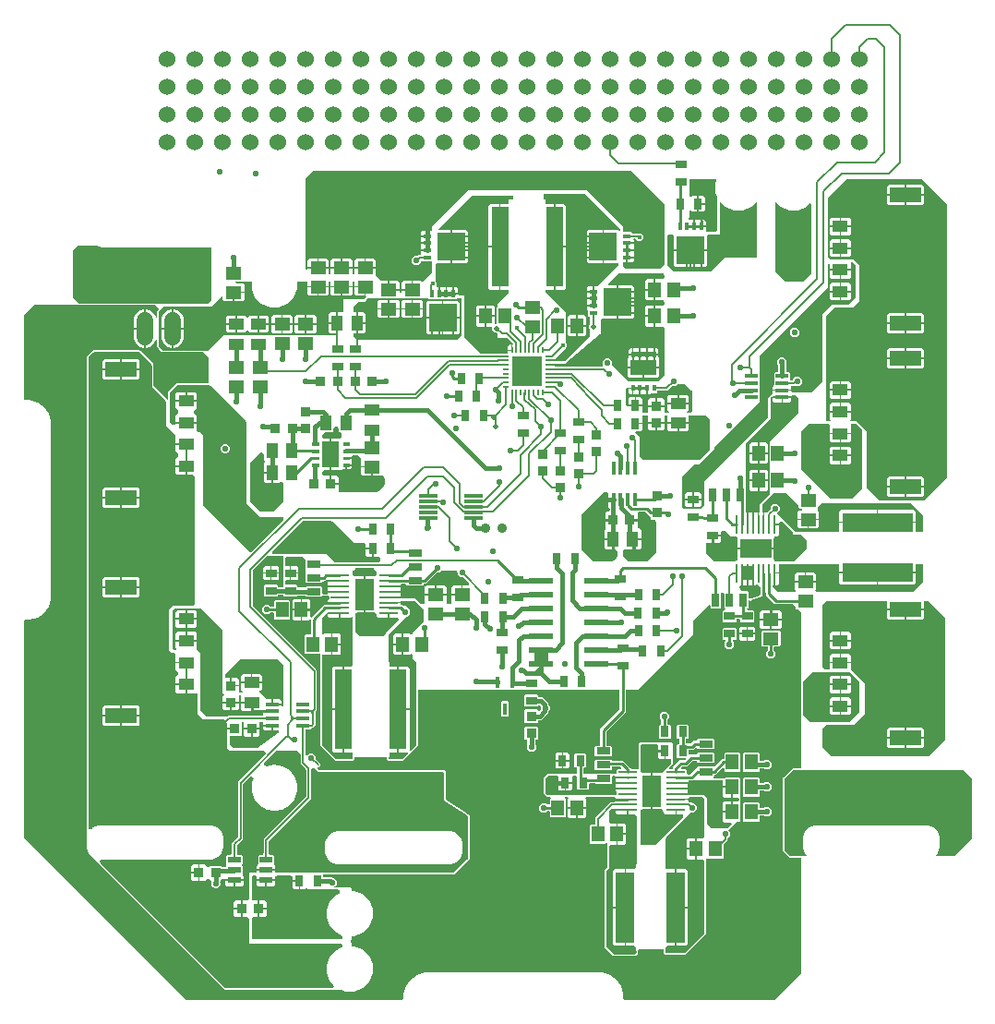
<source format=gbr>
G04 EAGLE Gerber RS-274X export*
G75*
%MOMM*%
%FSLAX34Y34*%
%LPD*%
%INTop Copper*%
%IPPOS*%
%AMOC8*
5,1,8,0,0,1.08239X$1,22.5*%
G01*
G04 Define Apertures*
%ADD10R,1.685800X0.279400*%
%ADD11R,1.651000X2.844800*%
%ADD12R,1.450000X1.100000*%
%ADD13R,2.900000X1.350000*%
%ADD14R,0.431000X1.197700*%
%ADD15R,0.279400X1.685800*%
%ADD16R,2.844800X1.651000*%
%ADD17R,1.197700X0.431000*%
%ADD18R,1.465300X1.164600*%
%ADD19R,1.164600X1.465300*%
%ADD20R,0.970200X0.920900*%
%ADD21R,0.920900X0.970200*%
%ADD22C,1.524000*%
%ADD23R,1.600000X7.350000*%
%ADD24R,1.700000X6.500000*%
%ADD25R,6.500000X1.700000*%
%ADD26R,0.400000X0.700000*%
%ADD27R,2.550000X2.510000*%
%ADD28R,0.700000X0.400000*%
%ADD29R,2.510000X2.550000*%
%ADD30R,0.304800X0.609600*%
%ADD31R,2.438400X1.397000*%
%ADD32C,1.524000*%
%ADD33R,1.420200X1.031200*%
%ADD34R,0.798700X0.973900*%
%ADD35R,0.973900X0.798700*%
%ADD36R,1.031200X1.420200*%
%ADD37R,1.270000X0.635000*%
%ADD38R,0.635000X1.270000*%
%ADD39R,0.550000X0.200000*%
%ADD40R,0.200000X0.550000*%
%ADD41R,2.794000X2.794000*%
%ADD42C,0.808000*%
%ADD43R,0.406400X1.079500*%
%ADD44R,2.270000X0.558000*%
%ADD45R,1.172300X0.558000*%
%ADD46C,0.075000*%
%ADD47R,1.650000X2.400000*%
%ADD48R,1.812800X0.330200*%
%ADD49C,0.152400*%
%ADD50C,0.550000*%
%ADD51C,0.254000*%
%ADD52C,0.406400*%
%ADD53C,0.040638*%
%ADD54C,0.127000*%
%ADD55C,0.025400*%
%ADD56C,0.400000*%
%ADD57C,0.500000*%
%ADD58C,0.200000*%
%ADD59C,0.900000*%
G36*
X-101803Y-449052D02*
X-102000Y-449078D01*
X-299906Y-449078D01*
X-300192Y-449022D01*
X-300445Y-448855D01*
X-448855Y-300445D01*
X-449018Y-300204D01*
X-449078Y-299906D01*
X-449078Y-102000D01*
X-449052Y-101803D01*
X-449010Y-101645D01*
X-448812Y-101303D01*
X-448697Y-101188D01*
X-448355Y-100990D01*
X-448197Y-100948D01*
X-448000Y-100922D01*
X-443370Y-100922D01*
X-436464Y-98678D01*
X-430590Y-94410D01*
X-426322Y-88536D01*
X-424078Y-81630D01*
X-424078Y81630D01*
X-426322Y88536D01*
X-430590Y94410D01*
X-436464Y98678D01*
X-443370Y100922D01*
X-448000Y100922D01*
X-448197Y100948D01*
X-448355Y100990D01*
X-448697Y101188D01*
X-448812Y101303D01*
X-449010Y101645D01*
X-449052Y101803D01*
X-449078Y102000D01*
X-449078Y177986D01*
X-449022Y178272D01*
X-448855Y178525D01*
X-439643Y187737D01*
X-439402Y187900D01*
X-439104Y187960D01*
X-399809Y187960D01*
X-399440Y187865D01*
X-399388Y187836D01*
X-399124Y187750D01*
X-398737Y187706D01*
X-328992Y187706D01*
X-328706Y187650D01*
X-328453Y187483D01*
X-325466Y184496D01*
X-325308Y184266D01*
X-325243Y183970D01*
X-325299Y183672D01*
X-325466Y183419D01*
X-326172Y182713D01*
X-326377Y182466D01*
X-326514Y182218D01*
X-326600Y181954D01*
X-326644Y181567D01*
X-326644Y177389D01*
X-326689Y177131D01*
X-326846Y176872D01*
X-327092Y176695D01*
X-327388Y176627D01*
X-327686Y176680D01*
X-327941Y176846D01*
X-328110Y177097D01*
X-329207Y179745D01*
X-332065Y182603D01*
X-335799Y184150D01*
X-337058Y184150D01*
X-337058Y148590D01*
X-335799Y148590D01*
X-332065Y150137D01*
X-329207Y152995D01*
X-328110Y155643D01*
X-327970Y155864D01*
X-327725Y156043D01*
X-327430Y156113D01*
X-327131Y156062D01*
X-326876Y155898D01*
X-326704Y155648D01*
X-326644Y155351D01*
X-326644Y149896D01*
X-326614Y149577D01*
X-326535Y149304D01*
X-326410Y149057D01*
X-326167Y148752D01*
X-325343Y147928D01*
X-325180Y147686D01*
X-325141Y147494D01*
X-325140Y147494D01*
X-325095Y147303D01*
X-325076Y147276D01*
X-322642Y144842D01*
X-322550Y144785D01*
X-322518Y144780D01*
X-322339Y144780D01*
X-321970Y144685D01*
X-321918Y144656D01*
X-321654Y144570D01*
X-321267Y144526D01*
X-284542Y144526D01*
X-284256Y144470D01*
X-284003Y144303D01*
X-279623Y139923D01*
X-279460Y139682D01*
X-279400Y139384D01*
X-279400Y116586D01*
X-279451Y116311D01*
X-279615Y116056D01*
X-279865Y115884D01*
X-280162Y115824D01*
X-308574Y115824D01*
X-308893Y115794D01*
X-309166Y115715D01*
X-309413Y115590D01*
X-309718Y115347D01*
X-316012Y109053D01*
X-316217Y108806D01*
X-316354Y108558D01*
X-316440Y108294D01*
X-316484Y107907D01*
X-316484Y102039D01*
X-316531Y101776D01*
X-316690Y101518D01*
X-316938Y101342D01*
X-317234Y101277D01*
X-317532Y101333D01*
X-317785Y101500D01*
X-329723Y113438D01*
X-329886Y113680D01*
X-329946Y113977D01*
X-329946Y133314D01*
X-329976Y133633D01*
X-330055Y133906D01*
X-330180Y134153D01*
X-330423Y134458D01*
X-341797Y145832D01*
X-342044Y146037D01*
X-342292Y146174D01*
X-342556Y146260D01*
X-342943Y146304D01*
X-384774Y146304D01*
X-385093Y146274D01*
X-385366Y146195D01*
X-385613Y146070D01*
X-385918Y145827D01*
X-390942Y140803D01*
X-391147Y140556D01*
X-391284Y140308D01*
X-391370Y140044D01*
X-391414Y139657D01*
X-391414Y-234950D01*
X-391414Y-242570D01*
X-391414Y-299665D01*
X-391422Y-299705D01*
X-391422Y-309977D01*
X-389455Y-314726D01*
X-386256Y-317925D01*
X-386091Y-318172D01*
X-386078Y-318204D01*
X-385930Y-318484D01*
X-385706Y-318759D01*
X-264628Y-439837D01*
X-264381Y-440042D01*
X-264133Y-440179D01*
X-263869Y-440265D01*
X-263482Y-440309D01*
X-158013Y-440309D01*
X-157721Y-440367D01*
X-154136Y-441852D01*
X-145813Y-441852D01*
X-138123Y-438667D01*
X-132237Y-432781D01*
X-129052Y-425092D01*
X-129052Y-416768D01*
X-132237Y-409079D01*
X-138123Y-403193D01*
X-145813Y-400008D01*
X-147574Y-400008D01*
X-147849Y-399957D01*
X-148104Y-399793D01*
X-148276Y-399543D01*
X-148336Y-399246D01*
X-148336Y-397546D01*
X-148366Y-397227D01*
X-148445Y-396954D01*
X-148573Y-396700D01*
X-148746Y-396475D01*
X-148958Y-396286D01*
X-149000Y-396261D01*
X-149196Y-396091D01*
X-149338Y-395823D01*
X-149364Y-395521D01*
X-149270Y-395232D01*
X-149071Y-395003D01*
X-148825Y-394814D01*
X-148636Y-394602D01*
X-148489Y-394359D01*
X-148396Y-394106D01*
X-148336Y-393650D01*
X-148336Y-391814D01*
X-148285Y-391539D01*
X-148121Y-391284D01*
X-147871Y-391112D01*
X-147574Y-391052D01*
X-145813Y-391052D01*
X-138123Y-387867D01*
X-132237Y-381981D01*
X-129052Y-374292D01*
X-129052Y-365968D01*
X-132237Y-358279D01*
X-138123Y-352393D01*
X-145813Y-349208D01*
X-147574Y-349208D01*
X-147849Y-349157D01*
X-148104Y-348993D01*
X-148276Y-348743D01*
X-148336Y-348446D01*
X-148336Y-348016D01*
X-148366Y-347697D01*
X-148445Y-347424D01*
X-148573Y-347170D01*
X-148746Y-346945D01*
X-148958Y-346756D01*
X-149201Y-346609D01*
X-149454Y-346516D01*
X-149910Y-346456D01*
X-163312Y-346456D01*
X-163575Y-346409D01*
X-163833Y-346250D01*
X-164009Y-346002D01*
X-164074Y-345706D01*
X-164018Y-345408D01*
X-163851Y-345155D01*
X-162096Y-343400D01*
X-162096Y-339860D01*
X-164600Y-337356D01*
X-165299Y-337356D01*
X-165585Y-337300D01*
X-165838Y-337133D01*
X-166167Y-336804D01*
X-173529Y-336804D01*
X-173803Y-336753D01*
X-174059Y-336589D01*
X-174230Y-336339D01*
X-174291Y-336042D01*
X-174291Y-335026D01*
X-174239Y-334751D01*
X-174076Y-334496D01*
X-173826Y-334324D01*
X-173529Y-334264D01*
X-54646Y-334264D01*
X-54327Y-334234D01*
X-54054Y-334155D01*
X-53807Y-334030D01*
X-53502Y-333787D01*
X-40598Y-320883D01*
X-40393Y-320636D01*
X-40256Y-320388D01*
X-40170Y-320124D01*
X-40126Y-319737D01*
X-40126Y-280446D01*
X-40156Y-280127D01*
X-40235Y-279854D01*
X-40363Y-279600D01*
X-40536Y-279375D01*
X-40748Y-279186D01*
X-40991Y-279039D01*
X-41258Y-278941D01*
X-41538Y-278893D01*
X-41608Y-278895D01*
X-42037Y-278773D01*
X-61628Y-266096D01*
X-61916Y-265754D01*
X-61976Y-265456D01*
X-61976Y-240066D01*
X-62006Y-239747D01*
X-62085Y-239474D01*
X-62213Y-239220D01*
X-62386Y-238995D01*
X-62598Y-238806D01*
X-62841Y-238659D01*
X-63094Y-238566D01*
X-63550Y-238506D01*
X-178123Y-238506D01*
X-178409Y-238450D01*
X-178662Y-238283D01*
X-179678Y-237267D01*
X-179831Y-237047D01*
X-179901Y-236752D01*
X-179850Y-236453D01*
X-179686Y-236198D01*
X-179436Y-236026D01*
X-179139Y-235966D01*
X-178123Y-235966D01*
X-176784Y-234627D01*
X-176784Y-232733D01*
X-180923Y-228594D01*
X-181086Y-228353D01*
X-181146Y-228055D01*
X-181146Y-225560D01*
X-183650Y-223056D01*
X-187190Y-223056D01*
X-189179Y-225045D01*
X-189399Y-225198D01*
X-189694Y-225268D01*
X-189993Y-225217D01*
X-190248Y-225053D01*
X-190420Y-224803D01*
X-190480Y-224506D01*
X-190480Y-202151D01*
X-190429Y-201876D01*
X-190265Y-201621D01*
X-190015Y-201449D01*
X-189718Y-201389D01*
X-186146Y-201389D01*
X-185134Y-200377D01*
X-185039Y-200228D01*
X-184789Y-200056D01*
X-184492Y-199996D01*
X-184063Y-199996D01*
X-181304Y-197237D01*
X-181304Y-185413D01*
X-181248Y-185127D01*
X-181081Y-184874D01*
X-180034Y-183827D01*
X-180034Y-146933D01*
X-238791Y-88176D01*
X-238954Y-87935D01*
X-239014Y-87637D01*
X-239014Y-55873D01*
X-238958Y-55587D01*
X-238791Y-55334D01*
X-225844Y-42387D01*
X-225603Y-42224D01*
X-225305Y-42164D01*
X-211803Y-42164D01*
X-211438Y-42257D01*
X-211206Y-42452D01*
X-211068Y-42723D01*
X-211047Y-43025D01*
X-211074Y-43230D01*
X-211074Y-69874D01*
X-211125Y-70149D01*
X-211289Y-70404D01*
X-211539Y-70576D01*
X-211836Y-70636D01*
X-215095Y-70636D01*
X-215369Y-70585D01*
X-215625Y-70421D01*
X-215796Y-70171D01*
X-215857Y-69874D01*
X-215857Y-69567D01*
X-216749Y-68675D01*
X-227751Y-68675D01*
X-228644Y-69567D01*
X-228644Y-78817D01*
X-227751Y-79710D01*
X-216749Y-79710D01*
X-215857Y-78817D01*
X-215857Y-78510D01*
X-215805Y-78235D01*
X-215642Y-77980D01*
X-215392Y-77808D01*
X-215095Y-77748D01*
X-211626Y-77748D01*
X-211351Y-77799D01*
X-211095Y-77963D01*
X-210924Y-78213D01*
X-210864Y-78510D01*
X-210864Y-78817D01*
X-209971Y-79710D01*
X-198969Y-79710D01*
X-198477Y-79217D01*
X-198235Y-79054D01*
X-197938Y-78994D01*
X-190812Y-78994D01*
X-190526Y-79050D01*
X-190273Y-79217D01*
X-189861Y-79629D01*
X-175899Y-79629D01*
X-175487Y-79217D01*
X-175245Y-79054D01*
X-174948Y-78994D01*
X-169672Y-78994D01*
X-169397Y-79045D01*
X-169142Y-79209D01*
X-168970Y-79459D01*
X-168910Y-79756D01*
X-168910Y-81189D01*
X-168966Y-81475D01*
X-169133Y-81728D01*
X-169926Y-82521D01*
X-169926Y-84208D01*
X-158195Y-84208D01*
X-158195Y-85732D01*
X-169926Y-85732D01*
X-169926Y-86414D01*
X-169977Y-86689D01*
X-170141Y-86944D01*
X-170391Y-87116D01*
X-170688Y-87176D01*
X-173677Y-87176D01*
X-184782Y-98281D01*
X-185002Y-98434D01*
X-185297Y-98504D01*
X-185596Y-98453D01*
X-185851Y-98289D01*
X-186023Y-98039D01*
X-186083Y-97742D01*
X-186083Y-92202D01*
X-193684Y-92202D01*
X-193684Y-101307D01*
X-187571Y-101307D01*
X-186975Y-100710D01*
X-186755Y-100557D01*
X-186460Y-100488D01*
X-186161Y-100538D01*
X-185906Y-100702D01*
X-185734Y-100952D01*
X-185674Y-101249D01*
X-185674Y-113578D01*
X-185725Y-113852D01*
X-185889Y-114108D01*
X-186139Y-114279D01*
X-186436Y-114340D01*
X-190468Y-114340D01*
X-191361Y-115232D01*
X-191361Y-131148D01*
X-190468Y-132041D01*
X-177546Y-132041D01*
X-177271Y-132092D01*
X-177016Y-132255D01*
X-176844Y-132505D01*
X-176784Y-132803D01*
X-176784Y-215864D01*
X-176754Y-216183D01*
X-176675Y-216456D01*
X-176550Y-216703D01*
X-176307Y-217008D01*
X-163663Y-229652D01*
X-163416Y-229857D01*
X-163168Y-229994D01*
X-162904Y-230080D01*
X-162517Y-230124D01*
X-147356Y-230124D01*
X-147037Y-230094D01*
X-146764Y-230015D01*
X-146510Y-229887D01*
X-146285Y-229714D01*
X-146096Y-229502D01*
X-145949Y-229259D01*
X-145856Y-229006D01*
X-145796Y-228550D01*
X-145796Y-227142D01*
X-145745Y-226867D01*
X-145581Y-226612D01*
X-145331Y-226440D01*
X-145034Y-226380D01*
X-116586Y-226380D01*
X-116311Y-226431D01*
X-116056Y-226595D01*
X-115884Y-226845D01*
X-115824Y-227142D01*
X-115824Y-228564D01*
X-115794Y-228883D01*
X-115715Y-229156D01*
X-115587Y-229410D01*
X-115414Y-229635D01*
X-115202Y-229824D01*
X-114959Y-229971D01*
X-114706Y-230064D01*
X-114250Y-230124D01*
X-101636Y-230124D01*
X-101317Y-230094D01*
X-101044Y-230015D01*
X-100797Y-229890D01*
X-100492Y-229647D01*
X-87848Y-217003D01*
X-87643Y-216756D01*
X-87506Y-216508D01*
X-87420Y-216244D01*
X-87376Y-215857D01*
X-87376Y-165862D01*
X-87325Y-165587D01*
X-87161Y-165332D01*
X-86911Y-165160D01*
X-86614Y-165100D01*
X96774Y-165100D01*
X97049Y-165151D01*
X97304Y-165315D01*
X97476Y-165565D01*
X97536Y-165862D01*
X97536Y-182677D01*
X97480Y-182963D01*
X97313Y-183216D01*
X79756Y-200773D01*
X79756Y-215519D01*
X79705Y-215794D01*
X79541Y-216049D01*
X79291Y-216221D01*
X78994Y-216281D01*
X75569Y-216281D01*
X74676Y-217174D01*
X74676Y-224786D01*
X75569Y-225679D01*
X89531Y-225679D01*
X90424Y-224786D01*
X90424Y-217174D01*
X89531Y-216281D01*
X86106Y-216281D01*
X85831Y-216230D01*
X85576Y-216066D01*
X85404Y-215816D01*
X85344Y-215519D01*
X85344Y-203403D01*
X85400Y-203117D01*
X85567Y-202864D01*
X103124Y-185307D01*
X103124Y-165862D01*
X103175Y-165587D01*
X103339Y-165332D01*
X103589Y-165160D01*
X103886Y-165100D01*
X114212Y-165100D01*
X114317Y-165075D01*
X114344Y-165056D01*
X165038Y-114362D01*
X165095Y-114270D01*
X165100Y-114238D01*
X165100Y-101916D01*
X165156Y-101630D01*
X165323Y-101377D01*
X179420Y-87280D01*
X179640Y-87127D01*
X179935Y-87057D01*
X180234Y-87108D01*
X180489Y-87271D01*
X180661Y-87521D01*
X180721Y-87819D01*
X180721Y-89531D01*
X181614Y-90424D01*
X189226Y-90424D01*
X190119Y-89531D01*
X190119Y-76962D01*
X190170Y-76687D01*
X190334Y-76432D01*
X190584Y-76260D01*
X190881Y-76200D01*
X192659Y-76200D01*
X192934Y-76251D01*
X193189Y-76415D01*
X193361Y-76665D01*
X193421Y-76962D01*
X193421Y-89531D01*
X194329Y-90440D01*
X194482Y-90659D01*
X194552Y-90954D01*
X194501Y-91253D01*
X194338Y-91509D01*
X194088Y-91680D01*
X193791Y-91741D01*
X192619Y-91741D01*
X191727Y-92633D01*
X191727Y-101883D01*
X192619Y-102776D01*
X203621Y-102776D01*
X204514Y-101883D01*
X204514Y-100814D01*
X204565Y-100539D01*
X204728Y-100284D01*
X204978Y-100112D01*
X205276Y-100052D01*
X207475Y-100052D01*
X207749Y-100103D01*
X208005Y-100267D01*
X208176Y-100517D01*
X208237Y-100814D01*
X208237Y-101883D01*
X209129Y-102776D01*
X220131Y-102776D01*
X221024Y-101883D01*
X221024Y-92633D01*
X220131Y-91741D01*
X215149Y-91741D01*
X214886Y-91694D01*
X214628Y-91534D01*
X214453Y-91287D01*
X214388Y-90991D01*
X214443Y-90693D01*
X214611Y-90440D01*
X215519Y-89531D01*
X215519Y-83589D01*
X215544Y-83394D01*
X215679Y-83122D01*
X215909Y-82924D01*
X216198Y-82832D01*
X216500Y-82859D01*
X216767Y-83003D01*
X216840Y-83063D01*
X217088Y-83200D01*
X217358Y-83289D01*
X217640Y-83326D01*
X217913Y-83310D01*
X218322Y-83196D01*
X227880Y-79237D01*
X228163Y-79088D01*
X228385Y-78910D01*
X228571Y-78695D01*
X228713Y-78449D01*
X228803Y-78191D01*
X228854Y-77769D01*
X228854Y-76962D01*
X228905Y-76687D01*
X229069Y-76432D01*
X229319Y-76260D01*
X229616Y-76200D01*
X231194Y-76200D01*
X231469Y-76251D01*
X231724Y-76415D01*
X231896Y-76665D01*
X231956Y-76962D01*
X231956Y-78427D01*
X239941Y-86412D01*
X256276Y-86412D01*
X256562Y-86468D01*
X256815Y-86635D01*
X258896Y-88716D01*
X259059Y-88958D01*
X259120Y-89255D01*
X259120Y-90072D01*
X260012Y-90965D01*
X260829Y-90965D01*
X261115Y-91021D01*
X261368Y-91188D01*
X263937Y-93757D01*
X264100Y-93998D01*
X264160Y-94296D01*
X264160Y-156451D01*
X264065Y-156820D01*
X264036Y-156872D01*
X263950Y-157136D01*
X263906Y-157523D01*
X263906Y-187924D01*
X263936Y-188243D01*
X264015Y-188516D01*
X264078Y-188642D01*
X264160Y-188985D01*
X264160Y-236474D01*
X264109Y-236749D01*
X263945Y-237004D01*
X263695Y-237176D01*
X263398Y-237236D01*
X256576Y-237236D01*
X256257Y-237266D01*
X255984Y-237345D01*
X255737Y-237470D01*
X255432Y-237713D01*
X247868Y-245277D01*
X247663Y-245524D01*
X247526Y-245772D01*
X247440Y-246036D01*
X247396Y-246423D01*
X247396Y-312384D01*
X247426Y-312703D01*
X247505Y-312976D01*
X247630Y-313223D01*
X247873Y-313528D01*
X252897Y-318552D01*
X253144Y-318757D01*
X253392Y-318894D01*
X253656Y-318980D01*
X254043Y-319024D01*
X263398Y-319024D01*
X263673Y-319075D01*
X263928Y-319239D01*
X264100Y-319489D01*
X264160Y-319786D01*
X264160Y-425134D01*
X264104Y-425420D01*
X263937Y-425673D01*
X240755Y-448855D01*
X240514Y-449018D01*
X240216Y-449078D01*
X102000Y-449078D01*
X101803Y-449052D01*
X101645Y-449010D01*
X101303Y-448812D01*
X101188Y-448697D01*
X100990Y-448355D01*
X100948Y-448197D01*
X100922Y-448000D01*
X100922Y-443370D01*
X98678Y-436464D01*
X94410Y-430590D01*
X88536Y-426322D01*
X81630Y-424078D01*
X-81630Y-424078D01*
X-88536Y-426322D01*
X-94410Y-430590D01*
X-98678Y-436464D01*
X-100922Y-443370D01*
X-100922Y-448000D01*
X-100948Y-448197D01*
X-100990Y-448355D01*
X-101188Y-448697D01*
X-101303Y-448812D01*
X-101645Y-449010D01*
X-101803Y-449052D01*
G37*
%LPC*%
G36*
X-347980Y167132D02*
X-338582Y167132D01*
X-338582Y184150D01*
X-339841Y184150D01*
X-343575Y182603D01*
X-346433Y179745D01*
X-347980Y176011D01*
X-347980Y167132D01*
G37*
G36*
X-339841Y148590D02*
X-338582Y148590D01*
X-338582Y165608D01*
X-347980Y165608D01*
X-347980Y156729D01*
X-346433Y152995D01*
X-343575Y150137D01*
X-339841Y148590D01*
G37*
G36*
X-221488Y-57126D02*
X-214841Y-57126D01*
X-214841Y-52842D01*
X-216328Y-51355D01*
X-221488Y-51355D01*
X-221488Y-57126D01*
G37*
G36*
X-229660Y-57126D02*
X-223012Y-57126D01*
X-223012Y-51355D01*
X-228172Y-51355D01*
X-229660Y-52842D01*
X-229660Y-57126D01*
G37*
G36*
X-228172Y-64422D02*
X-223012Y-64422D01*
X-223012Y-58650D01*
X-229660Y-58650D01*
X-229660Y-62934D01*
X-228172Y-64422D01*
G37*
G36*
X-221488Y-64422D02*
X-216328Y-64422D01*
X-214841Y-62934D01*
X-214841Y-58650D01*
X-221488Y-58650D01*
X-221488Y-64422D01*
G37*
G36*
X-202809Y-90678D02*
X-195208Y-90678D01*
X-195208Y-81574D01*
X-201321Y-81574D01*
X-202809Y-83061D01*
X-202809Y-90678D01*
G37*
G36*
X-193684Y-90678D02*
X-186083Y-90678D01*
X-186083Y-83061D01*
X-187571Y-81574D01*
X-193684Y-81574D01*
X-193684Y-90678D01*
G37*
G36*
X-218408Y-100291D02*
X-205500Y-100291D01*
X-204607Y-99398D01*
X-204607Y-83482D01*
X-205500Y-82590D01*
X-218408Y-82590D01*
X-219301Y-83482D01*
X-219301Y-87884D01*
X-219352Y-88159D01*
X-219516Y-88414D01*
X-219766Y-88586D01*
X-220063Y-88646D01*
X-222494Y-88646D01*
X-222780Y-88590D01*
X-223033Y-88423D01*
X-224290Y-87166D01*
X-227830Y-87166D01*
X-230334Y-89670D01*
X-230334Y-93210D01*
X-227830Y-95714D01*
X-224290Y-95714D01*
X-223033Y-94457D01*
X-222791Y-94294D01*
X-222494Y-94234D01*
X-220063Y-94234D01*
X-219788Y-94285D01*
X-219533Y-94449D01*
X-219361Y-94699D01*
X-219301Y-94996D01*
X-219301Y-99398D01*
X-218408Y-100291D01*
G37*
G36*
X226354Y-99704D02*
X235458Y-99704D01*
X235458Y-92103D01*
X227841Y-92103D01*
X226354Y-93591D01*
X226354Y-99704D01*
G37*
G36*
X236982Y-99704D02*
X246087Y-99704D01*
X246087Y-93591D01*
X244599Y-92103D01*
X236982Y-92103D01*
X236982Y-99704D01*
G37*
G36*
X-201321Y-101307D02*
X-195208Y-101307D01*
X-195208Y-92202D01*
X-202809Y-92202D01*
X-202809Y-99819D01*
X-201321Y-101307D01*
G37*
G36*
X236982Y-108829D02*
X244599Y-108829D01*
X246087Y-107341D01*
X246087Y-101228D01*
X236982Y-101228D01*
X236982Y-108829D01*
G37*
G36*
X227841Y-108829D02*
X235458Y-108829D01*
X235458Y-101228D01*
X226354Y-101228D01*
X226354Y-107341D01*
X227841Y-108829D01*
G37*
G36*
X215392Y-112800D02*
X222040Y-112800D01*
X222040Y-108516D01*
X220552Y-107029D01*
X215392Y-107029D01*
X215392Y-112800D01*
G37*
G36*
X207221Y-112800D02*
X213868Y-112800D01*
X213868Y-107029D01*
X208708Y-107029D01*
X207221Y-108516D01*
X207221Y-112800D01*
G37*
G36*
X196350Y-127464D02*
X199890Y-127464D01*
X202394Y-124960D01*
X202394Y-121420D01*
X201355Y-120380D01*
X201202Y-120161D01*
X201132Y-119866D01*
X201183Y-119567D01*
X201346Y-119311D01*
X201596Y-119140D01*
X201893Y-119080D01*
X203621Y-119080D01*
X204514Y-118187D01*
X204514Y-108937D01*
X203621Y-108045D01*
X192619Y-108045D01*
X191727Y-108937D01*
X191727Y-118187D01*
X192619Y-119080D01*
X194347Y-119080D01*
X194610Y-119126D01*
X194868Y-119286D01*
X195043Y-119533D01*
X195108Y-119829D01*
X195053Y-120127D01*
X194885Y-120380D01*
X193846Y-121420D01*
X193846Y-124960D01*
X196350Y-127464D01*
G37*
G36*
X234450Y-136354D02*
X237990Y-136354D01*
X240494Y-133850D01*
X240494Y-130310D01*
X239237Y-129053D01*
X239074Y-128811D01*
X239014Y-128514D01*
X239014Y-126083D01*
X239065Y-125808D01*
X239229Y-125553D01*
X239479Y-125381D01*
X239776Y-125321D01*
X244178Y-125321D01*
X245071Y-124428D01*
X245071Y-111520D01*
X244178Y-110627D01*
X228262Y-110627D01*
X227370Y-111520D01*
X227370Y-124428D01*
X228262Y-125321D01*
X232664Y-125321D01*
X232939Y-125372D01*
X233194Y-125536D01*
X233366Y-125786D01*
X233426Y-126083D01*
X233426Y-128514D01*
X233370Y-128800D01*
X233203Y-129053D01*
X231946Y-130310D01*
X231946Y-133850D01*
X234450Y-136354D01*
G37*
G36*
X215392Y-120096D02*
X220552Y-120096D01*
X222040Y-118608D01*
X222040Y-114324D01*
X215392Y-114324D01*
X215392Y-120096D01*
G37*
G36*
X208708Y-120096D02*
X213868Y-120096D01*
X213868Y-114324D01*
X207221Y-114324D01*
X207221Y-118608D01*
X208708Y-120096D01*
G37*
G36*
X11028Y-195233D02*
X21992Y-195233D01*
X22885Y-194340D01*
X22885Y-193422D01*
X22936Y-193147D01*
X23100Y-192892D01*
X23350Y-192720D01*
X23647Y-192660D01*
X25729Y-192660D01*
X32131Y-186258D01*
X32131Y-185049D01*
X32187Y-184763D01*
X32354Y-184510D01*
X33484Y-183380D01*
X33484Y-179840D01*
X32354Y-178710D01*
X32191Y-178468D01*
X32131Y-178171D01*
X32131Y-176962D01*
X26646Y-171477D01*
X23666Y-171477D01*
X23391Y-171426D01*
X23135Y-171262D01*
X22964Y-171012D01*
X22904Y-170715D01*
X22904Y-170408D01*
X22011Y-169516D01*
X11009Y-169516D01*
X10117Y-170408D01*
X10117Y-179658D01*
X11009Y-180551D01*
X22011Y-180551D01*
X22904Y-179658D01*
X22904Y-179632D01*
X22950Y-179369D01*
X23110Y-179111D01*
X23357Y-178935D01*
X23653Y-178870D01*
X23951Y-178926D01*
X24204Y-179093D01*
X24713Y-179602D01*
X24876Y-179843D01*
X24936Y-180141D01*
X24936Y-183079D01*
X24880Y-183365D01*
X24713Y-183618D01*
X24186Y-184145D01*
X23966Y-184298D01*
X23671Y-184368D01*
X23372Y-184317D01*
X23117Y-184154D01*
X23000Y-183983D01*
X21992Y-182976D01*
X11028Y-182976D01*
X10135Y-183868D01*
X10135Y-194340D01*
X11028Y-195233D01*
G37*
G36*
X-10283Y-189230D02*
X-4957Y-189230D01*
X-4064Y-188337D01*
X-4064Y-176279D01*
X-4957Y-175387D01*
X-10283Y-175387D01*
X-11176Y-176279D01*
X-11176Y-188337D01*
X-10283Y-189230D01*
G37*
G36*
X134543Y-209761D02*
X143793Y-209761D01*
X144686Y-208868D01*
X144686Y-197866D01*
X143793Y-196974D01*
X141986Y-196974D01*
X141711Y-196922D01*
X141456Y-196759D01*
X141284Y-196509D01*
X141224Y-196212D01*
X141224Y-192796D01*
X141280Y-192510D01*
X141447Y-192257D01*
X142704Y-191000D01*
X142704Y-187460D01*
X140200Y-184956D01*
X136660Y-184956D01*
X134156Y-187460D01*
X134156Y-191000D01*
X135413Y-192257D01*
X135576Y-192499D01*
X135636Y-192796D01*
X135636Y-196212D01*
X135585Y-196486D01*
X135421Y-196742D01*
X135171Y-196913D01*
X134874Y-196974D01*
X134543Y-196974D01*
X133651Y-197866D01*
X133651Y-208868D01*
X134543Y-209761D01*
G37*
G36*
X92753Y-409194D02*
X111724Y-409194D01*
X112043Y-409164D01*
X112316Y-409085D01*
X112563Y-408960D01*
X112868Y-408717D01*
X114082Y-407503D01*
X114287Y-407256D01*
X114424Y-407008D01*
X114510Y-406744D01*
X114554Y-406357D01*
X114554Y-403752D01*
X114605Y-403477D01*
X114769Y-403222D01*
X115019Y-403050D01*
X115316Y-402990D01*
X137414Y-402990D01*
X137689Y-403041D01*
X137944Y-403205D01*
X138116Y-403455D01*
X138176Y-403752D01*
X138176Y-406364D01*
X138206Y-406683D01*
X138285Y-406956D01*
X138413Y-407210D01*
X138586Y-407435D01*
X138798Y-407624D01*
X139041Y-407771D01*
X139294Y-407864D01*
X139750Y-407924D01*
X157444Y-407924D01*
X157763Y-407894D01*
X158036Y-407815D01*
X158283Y-407690D01*
X158588Y-407447D01*
X176312Y-389723D01*
X176517Y-389476D01*
X176654Y-389228D01*
X176740Y-388964D01*
X176784Y-388577D01*
X176784Y-319461D01*
X176831Y-319198D01*
X176990Y-318940D01*
X177238Y-318765D01*
X177534Y-318700D01*
X177832Y-318755D01*
X178085Y-318923D01*
X178830Y-319668D01*
X191738Y-319668D01*
X192631Y-318775D01*
X192631Y-307019D01*
X192687Y-306733D01*
X192854Y-306480D01*
X196596Y-302738D01*
X196596Y-301424D01*
X196652Y-301139D01*
X196819Y-300886D01*
X198584Y-299121D01*
X198584Y-295580D01*
X197556Y-294552D01*
X197368Y-294242D01*
X197336Y-293940D01*
X197425Y-293650D01*
X197619Y-293418D01*
X197958Y-293147D01*
X205172Y-285934D01*
X205413Y-285771D01*
X205710Y-285711D01*
X207250Y-285711D01*
X208143Y-284818D01*
X208143Y-283217D01*
X208238Y-282848D01*
X208404Y-282548D01*
X208490Y-282284D01*
X208534Y-281897D01*
X208534Y-247686D01*
X208504Y-247367D01*
X208425Y-247094D01*
X208292Y-246830D01*
X208203Y-246678D01*
X208143Y-246381D01*
X208143Y-246042D01*
X207250Y-245150D01*
X194342Y-245150D01*
X193588Y-245903D01*
X193347Y-246066D01*
X193050Y-246126D01*
X183954Y-246126D01*
X183691Y-246079D01*
X183433Y-245920D01*
X183257Y-245672D01*
X183192Y-245376D01*
X183248Y-245078D01*
X183415Y-244825D01*
X184404Y-243836D01*
X184404Y-243586D01*
X184455Y-243311D01*
X184619Y-243056D01*
X184869Y-242884D01*
X185166Y-242824D01*
X185443Y-242824D01*
X192148Y-236119D01*
X192368Y-235966D01*
X192663Y-235896D01*
X192962Y-235947D01*
X193217Y-236111D01*
X193389Y-236361D01*
X193449Y-236658D01*
X193449Y-239098D01*
X194342Y-239991D01*
X207250Y-239991D01*
X208143Y-239098D01*
X208143Y-223182D01*
X207250Y-222290D01*
X194342Y-222290D01*
X193449Y-223182D01*
X193449Y-227584D01*
X193398Y-227859D01*
X193234Y-228114D01*
X192984Y-228286D01*
X192687Y-228346D01*
X192019Y-228346D01*
X184811Y-235553D01*
X184581Y-235711D01*
X184285Y-235777D01*
X183987Y-235721D01*
X183734Y-235553D01*
X183511Y-235331D01*
X169549Y-235331D01*
X168656Y-236224D01*
X168656Y-236474D01*
X168605Y-236749D01*
X168441Y-237004D01*
X168191Y-237176D01*
X167894Y-237236D01*
X167753Y-237236D01*
X162696Y-242293D01*
X162454Y-242456D01*
X162157Y-242516D01*
X160059Y-242516D01*
X159784Y-242465D01*
X159529Y-242301D01*
X159357Y-242051D01*
X159297Y-241754D01*
X159297Y-238282D01*
X158404Y-237389D01*
X154482Y-237389D01*
X154219Y-237342D01*
X153961Y-237183D01*
X153785Y-236935D01*
X153720Y-236639D01*
X153776Y-236341D01*
X153943Y-236088D01*
X154561Y-235471D01*
X154802Y-235308D01*
X155099Y-235248D01*
X159240Y-235248D01*
X164140Y-230347D01*
X164382Y-230184D01*
X164679Y-230124D01*
X167894Y-230124D01*
X168169Y-230175D01*
X168424Y-230339D01*
X168596Y-230589D01*
X168656Y-230886D01*
X168656Y-231136D01*
X169549Y-232029D01*
X183511Y-232029D01*
X184404Y-231136D01*
X184404Y-223524D01*
X183511Y-222631D01*
X169549Y-222631D01*
X168656Y-223524D01*
X168656Y-223774D01*
X168605Y-224049D01*
X168441Y-224304D01*
X168191Y-224476D01*
X167894Y-224536D01*
X161752Y-224536D01*
X161477Y-224485D01*
X161221Y-224321D01*
X161050Y-224071D01*
X160990Y-223774D01*
X160990Y-220726D01*
X161041Y-220451D01*
X161204Y-220196D01*
X161454Y-220024D01*
X161752Y-219964D01*
X164987Y-219964D01*
X167304Y-217647D01*
X167546Y-217484D01*
X167843Y-217424D01*
X167894Y-217424D01*
X168169Y-217475D01*
X168424Y-217639D01*
X168596Y-217889D01*
X168656Y-218186D01*
X168656Y-218436D01*
X169549Y-219329D01*
X183511Y-219329D01*
X184404Y-218436D01*
X184404Y-210824D01*
X183511Y-209931D01*
X169549Y-209931D01*
X168656Y-210824D01*
X168656Y-211074D01*
X168605Y-211349D01*
X168441Y-211604D01*
X168191Y-211776D01*
X167894Y-211836D01*
X165213Y-211836D01*
X162896Y-214153D01*
X162654Y-214316D01*
X162357Y-214376D01*
X159028Y-214376D01*
X158753Y-214325D01*
X158498Y-214161D01*
X158326Y-213911D01*
X158266Y-213614D01*
X158266Y-210523D01*
X158317Y-210248D01*
X158481Y-209992D01*
X158731Y-209821D01*
X159028Y-209761D01*
X160097Y-209761D01*
X160990Y-208868D01*
X160990Y-197866D01*
X160097Y-196974D01*
X150847Y-196974D01*
X149955Y-197866D01*
X149955Y-208868D01*
X150847Y-209761D01*
X151916Y-209761D01*
X152191Y-209812D01*
X152446Y-209975D01*
X152618Y-210225D01*
X152678Y-210523D01*
X152678Y-213825D01*
X152627Y-214099D01*
X152463Y-214355D01*
X152213Y-214526D01*
X151916Y-214587D01*
X150847Y-214587D01*
X149955Y-215479D01*
X149955Y-226481D01*
X150847Y-227374D01*
X157372Y-227374D01*
X157635Y-227420D01*
X157893Y-227580D01*
X158069Y-227827D01*
X158134Y-228123D01*
X158078Y-228421D01*
X157911Y-228674D01*
X157149Y-229436D01*
X156907Y-229599D01*
X156610Y-229660D01*
X152469Y-229660D01*
X146550Y-235579D01*
X146550Y-236627D01*
X146499Y-236902D01*
X146335Y-237157D01*
X146085Y-237329D01*
X145788Y-237389D01*
X143796Y-237389D01*
X143533Y-237342D01*
X143275Y-237183D01*
X143099Y-236935D01*
X143034Y-236639D01*
X143090Y-236341D01*
X143257Y-236088D01*
X145832Y-233513D01*
X146037Y-233266D01*
X146174Y-233018D01*
X146260Y-232754D01*
X146304Y-232367D01*
X146304Y-214666D01*
X146274Y-214347D01*
X146195Y-214074D01*
X146067Y-213820D01*
X145894Y-213595D01*
X145682Y-213406D01*
X145439Y-213259D01*
X145186Y-213166D01*
X144730Y-213106D01*
X116876Y-213106D01*
X116557Y-213136D01*
X116284Y-213215D01*
X116030Y-213343D01*
X115805Y-213516D01*
X115616Y-213728D01*
X115469Y-213971D01*
X115376Y-214224D01*
X115316Y-214680D01*
X115316Y-237149D01*
X115269Y-237412D01*
X115110Y-237670D01*
X114862Y-237846D01*
X114566Y-237911D01*
X114268Y-237855D01*
X114015Y-237688D01*
X113716Y-237389D01*
X108212Y-237389D01*
X107937Y-237338D01*
X107682Y-237174D01*
X107510Y-236924D01*
X107450Y-236627D01*
X107450Y-236613D01*
X100733Y-229896D01*
X90762Y-229896D01*
X90476Y-229840D01*
X90223Y-229673D01*
X89531Y-228981D01*
X75569Y-228981D01*
X74676Y-229874D01*
X74676Y-237486D01*
X75569Y-238379D01*
X89531Y-238379D01*
X90424Y-237486D01*
X90424Y-236246D01*
X90475Y-235971D01*
X90639Y-235716D01*
X90889Y-235544D01*
X91186Y-235484D01*
X98103Y-235484D01*
X98389Y-235540D01*
X98642Y-235707D01*
X99023Y-236088D01*
X99176Y-236308D01*
X99246Y-236603D01*
X99195Y-236902D01*
X99031Y-237157D01*
X98781Y-237329D01*
X98484Y-237389D01*
X95596Y-237389D01*
X94703Y-238282D01*
X94703Y-241554D01*
X94652Y-241829D01*
X94488Y-242084D01*
X94238Y-242256D01*
X93941Y-242316D01*
X90482Y-242316D01*
X90196Y-242260D01*
X89943Y-242093D01*
X89531Y-241681D01*
X75569Y-241681D01*
X75157Y-242093D01*
X74915Y-242256D01*
X74618Y-242316D01*
X65048Y-242316D01*
X64773Y-242265D01*
X64518Y-242101D01*
X64346Y-241851D01*
X64286Y-241554D01*
X64286Y-237026D01*
X64337Y-236751D01*
X64501Y-236495D01*
X64751Y-236324D01*
X65048Y-236264D01*
X66117Y-236264D01*
X67010Y-235371D01*
X67010Y-224369D01*
X66117Y-223477D01*
X56867Y-223477D01*
X55975Y-224369D01*
X55975Y-235371D01*
X56867Y-236264D01*
X57936Y-236264D01*
X58211Y-236315D01*
X58466Y-236478D01*
X58638Y-236728D01*
X58698Y-237026D01*
X58698Y-241554D01*
X58647Y-241829D01*
X58483Y-242084D01*
X58233Y-242256D01*
X57936Y-242316D01*
X31786Y-242316D01*
X31467Y-242346D01*
X31194Y-242425D01*
X30947Y-242550D01*
X30642Y-242793D01*
X28158Y-245277D01*
X27953Y-245524D01*
X27816Y-245772D01*
X27730Y-246036D01*
X27686Y-246423D01*
X27686Y-259044D01*
X27716Y-259363D01*
X27795Y-259636D01*
X27920Y-259883D01*
X28163Y-260188D01*
X30647Y-262672D01*
X30894Y-262877D01*
X31142Y-263014D01*
X31406Y-263100D01*
X31793Y-263144D01*
X33538Y-263144D01*
X33801Y-263191D01*
X34059Y-263350D01*
X34234Y-263598D01*
X34300Y-263894D01*
X34244Y-264192D01*
X34076Y-264445D01*
X33429Y-265092D01*
X33429Y-269494D01*
X33378Y-269769D01*
X33214Y-270024D01*
X32964Y-270196D01*
X32667Y-270256D01*
X31506Y-270256D01*
X31220Y-270200D01*
X30967Y-270033D01*
X29710Y-268776D01*
X26170Y-268776D01*
X23666Y-271280D01*
X23666Y-274820D01*
X26170Y-277324D01*
X29710Y-277324D01*
X30967Y-276067D01*
X31209Y-275904D01*
X31506Y-275844D01*
X32667Y-275844D01*
X32942Y-275895D01*
X33197Y-276059D01*
X33369Y-276309D01*
X33429Y-276606D01*
X33429Y-281008D01*
X34322Y-281901D01*
X47230Y-281901D01*
X48123Y-281008D01*
X48123Y-265092D01*
X47476Y-264445D01*
X47323Y-264225D01*
X47253Y-263930D01*
X47304Y-263631D01*
X47467Y-263376D01*
X47717Y-263204D01*
X48014Y-263144D01*
X49609Y-263144D01*
X49872Y-263191D01*
X50130Y-263350D01*
X50306Y-263598D01*
X50371Y-263894D01*
X50315Y-264192D01*
X50148Y-264445D01*
X49921Y-264671D01*
X49921Y-272288D01*
X66647Y-272288D01*
X66647Y-264671D01*
X66420Y-264445D01*
X66267Y-264225D01*
X66198Y-263930D01*
X66248Y-263631D01*
X66412Y-263376D01*
X66662Y-263204D01*
X66959Y-263144D01*
X92925Y-263144D01*
X93200Y-263195D01*
X93455Y-263359D01*
X93627Y-263609D01*
X93687Y-263906D01*
X93687Y-264548D01*
X105418Y-264548D01*
X105418Y-266072D01*
X93687Y-266072D01*
X93687Y-267262D01*
X93636Y-267537D01*
X93472Y-267792D01*
X93222Y-267964D01*
X92925Y-268024D01*
X89423Y-268024D01*
X75320Y-282127D01*
X75320Y-287568D01*
X75269Y-287842D01*
X75105Y-288098D01*
X74855Y-288269D01*
X74558Y-288330D01*
X71152Y-288330D01*
X70259Y-289222D01*
X70259Y-305138D01*
X71152Y-306031D01*
X84060Y-306031D01*
X84805Y-305286D01*
X85025Y-305133D01*
X85320Y-305063D01*
X85619Y-305114D01*
X85874Y-305277D01*
X86046Y-305527D01*
X86106Y-305824D01*
X86106Y-327983D01*
X86050Y-328269D01*
X85883Y-328522D01*
X84038Y-330367D01*
X83833Y-330614D01*
X83696Y-330862D01*
X83610Y-331126D01*
X83566Y-331513D01*
X83566Y-400014D01*
X83596Y-400333D01*
X83675Y-400606D01*
X83800Y-400853D01*
X84043Y-401158D01*
X91607Y-408722D01*
X91854Y-408927D01*
X92102Y-409064D01*
X92366Y-409150D01*
X92753Y-409194D01*
G37*
G36*
X14740Y-221444D02*
X18280Y-221444D01*
X20784Y-218940D01*
X20784Y-215400D01*
X20289Y-214905D01*
X20126Y-214663D01*
X20066Y-214366D01*
X20066Y-211487D01*
X20117Y-211212D01*
X20281Y-210956D01*
X20531Y-210785D01*
X20828Y-210725D01*
X21992Y-210725D01*
X22885Y-209832D01*
X22885Y-199360D01*
X21992Y-198468D01*
X11028Y-198468D01*
X10135Y-199360D01*
X10135Y-209832D01*
X11028Y-210725D01*
X12192Y-210725D01*
X12467Y-210776D01*
X12722Y-210939D01*
X12894Y-211189D01*
X12954Y-211487D01*
X12954Y-214366D01*
X12898Y-214652D01*
X12731Y-214905D01*
X12236Y-215400D01*
X12236Y-218940D01*
X14740Y-221444D01*
G37*
G36*
X211850Y-239991D02*
X224758Y-239991D01*
X225651Y-239098D01*
X225651Y-237998D01*
X225702Y-237723D01*
X225866Y-237468D01*
X226116Y-237296D01*
X226413Y-237236D01*
X229606Y-237236D01*
X229892Y-237292D01*
X230145Y-237459D01*
X230640Y-237954D01*
X234180Y-237954D01*
X236684Y-235450D01*
X236684Y-231910D01*
X234180Y-229406D01*
X230640Y-229406D01*
X230145Y-229901D01*
X229903Y-230064D01*
X229606Y-230124D01*
X226413Y-230124D01*
X226138Y-230073D01*
X225883Y-229909D01*
X225711Y-229659D01*
X225651Y-229362D01*
X225651Y-223182D01*
X224758Y-222290D01*
X211850Y-222290D01*
X210957Y-223182D01*
X210957Y-239098D01*
X211850Y-239991D01*
G37*
G36*
X45950Y-229108D02*
X51722Y-229108D01*
X51722Y-223948D01*
X50234Y-222461D01*
X45950Y-222461D01*
X45950Y-229108D01*
G37*
G36*
X38655Y-229108D02*
X44426Y-229108D01*
X44426Y-222461D01*
X40142Y-222461D01*
X38655Y-223948D01*
X38655Y-229108D01*
G37*
G36*
X45950Y-237280D02*
X50234Y-237280D01*
X51722Y-235792D01*
X51722Y-230632D01*
X45950Y-230632D01*
X45950Y-237280D01*
G37*
G36*
X40142Y-237280D02*
X44426Y-237280D01*
X44426Y-230632D01*
X38655Y-230632D01*
X38655Y-235792D01*
X40142Y-237280D01*
G37*
G36*
X211850Y-262851D02*
X224758Y-262851D01*
X225651Y-261958D01*
X225651Y-258318D01*
X225702Y-258043D01*
X225866Y-257788D01*
X226116Y-257616D01*
X226413Y-257556D01*
X229606Y-257556D01*
X229892Y-257612D01*
X230145Y-257779D01*
X230640Y-258274D01*
X234180Y-258274D01*
X236684Y-255770D01*
X236684Y-252230D01*
X234180Y-249726D01*
X230640Y-249726D01*
X230145Y-250221D01*
X229903Y-250384D01*
X229606Y-250444D01*
X226413Y-250444D01*
X226138Y-250393D01*
X225883Y-250229D01*
X225711Y-249979D01*
X225651Y-249682D01*
X225651Y-246042D01*
X224758Y-245150D01*
X211850Y-245150D01*
X210957Y-246042D01*
X210957Y-261958D01*
X211850Y-262851D01*
G37*
G36*
X211850Y-285711D02*
X224758Y-285711D01*
X225651Y-284818D01*
X225651Y-281178D01*
X225702Y-280903D01*
X225866Y-280648D01*
X226116Y-280476D01*
X226413Y-280416D01*
X229606Y-280416D01*
X229892Y-280472D01*
X230145Y-280639D01*
X230640Y-281134D01*
X234180Y-281134D01*
X236684Y-278630D01*
X236684Y-275090D01*
X234180Y-272586D01*
X230640Y-272586D01*
X230145Y-273081D01*
X229903Y-273244D01*
X229606Y-273304D01*
X226413Y-273304D01*
X226138Y-273253D01*
X225883Y-273089D01*
X225711Y-272839D01*
X225651Y-272542D01*
X225651Y-268902D01*
X224758Y-268010D01*
X211850Y-268010D01*
X210957Y-268902D01*
X210957Y-284818D01*
X211850Y-285711D01*
G37*
G36*
X59046Y-282917D02*
X65159Y-282917D01*
X66647Y-281429D01*
X66647Y-273812D01*
X59046Y-273812D01*
X59046Y-282917D01*
G37*
G36*
X51409Y-282917D02*
X57522Y-282917D01*
X57522Y-273812D01*
X49921Y-273812D01*
X49921Y-281429D01*
X51409Y-282917D01*
G37*
%LPD*%
G36*
X-165869Y-438624D02*
X-166662Y-438785D01*
X-262683Y-438785D01*
X-263446Y-438636D01*
X-264120Y-438190D01*
X-378513Y-323797D01*
X-378921Y-323212D01*
X-379107Y-322425D01*
X-378971Y-321628D01*
X-378536Y-320947D01*
X-377869Y-320489D01*
X-377076Y-320328D01*
X-275930Y-320328D01*
X-271180Y-318361D01*
X-267545Y-314726D01*
X-265578Y-309977D01*
X-265578Y-299836D01*
X-267545Y-295087D01*
X-271180Y-291452D01*
X-275930Y-289484D01*
X-381070Y-289484D01*
X-385820Y-291452D01*
X-386421Y-292053D01*
X-387006Y-292461D01*
X-387793Y-292647D01*
X-388591Y-292512D01*
X-389272Y-292076D01*
X-389729Y-291409D01*
X-389890Y-290616D01*
X-389890Y-242570D01*
X-389890Y-223012D01*
X-389753Y-222280D01*
X-389318Y-221598D01*
X-388651Y-221141D01*
X-387858Y-220980D01*
X-229119Y-220980D01*
X-228416Y-221105D01*
X-227728Y-221530D01*
X-227260Y-222190D01*
X-227087Y-222980D01*
X-227235Y-223775D01*
X-227682Y-224449D01*
X-252476Y-249243D01*
X-252476Y-299201D01*
X-252625Y-299964D01*
X-253071Y-300638D01*
X-258211Y-305778D01*
X-258211Y-314354D01*
X-258348Y-315087D01*
X-258783Y-315768D01*
X-259450Y-316225D01*
X-260243Y-316386D01*
X-262418Y-316386D01*
X-263311Y-317279D01*
X-263311Y-324265D01*
X-263235Y-324374D01*
X-263048Y-325161D01*
X-263184Y-325959D01*
X-263620Y-326640D01*
X-264287Y-327097D01*
X-265079Y-327258D01*
X-265954Y-327258D01*
X-266716Y-327109D01*
X-267390Y-326663D01*
X-267688Y-326365D01*
X-278160Y-326365D01*
X-278515Y-326720D01*
X-279129Y-327141D01*
X-279919Y-327315D01*
X-280714Y-327167D01*
X-281388Y-326720D01*
X-282759Y-325349D01*
X-287654Y-325349D01*
X-287654Y-340131D01*
X-282759Y-340131D01*
X-281388Y-338760D01*
X-280774Y-338339D01*
X-279984Y-338165D01*
X-279189Y-338313D01*
X-278515Y-338760D01*
X-277669Y-339605D01*
X-277241Y-340235D01*
X-277074Y-341026D01*
X-277229Y-341820D01*
X-277324Y-342050D01*
X-277324Y-343750D01*
X-276673Y-345321D01*
X-275471Y-346523D01*
X-273900Y-347174D01*
X-272200Y-347174D01*
X-270629Y-346523D01*
X-269427Y-345321D01*
X-268776Y-343750D01*
X-268776Y-342050D01*
X-268828Y-341925D01*
X-268982Y-341212D01*
X-268846Y-340415D01*
X-268410Y-339733D01*
X-268081Y-339507D01*
X-267795Y-339222D01*
X-267210Y-338814D01*
X-266423Y-338628D01*
X-265626Y-338764D01*
X-264945Y-339199D01*
X-264708Y-339545D01*
X-264708Y-338938D01*
X-247524Y-338938D01*
X-247524Y-335858D01*
X-247944Y-335437D01*
X-248379Y-334793D01*
X-248540Y-334000D01*
X-248540Y-326729D01*
X-248853Y-326272D01*
X-249026Y-325482D01*
X-248878Y-324687D01*
X-248540Y-324176D01*
X-248540Y-317279D01*
X-249432Y-316386D01*
X-251607Y-316386D01*
X-252340Y-316249D01*
X-253021Y-315814D01*
X-253478Y-315147D01*
X-253639Y-314354D01*
X-253639Y-308514D01*
X-253490Y-307751D01*
X-253044Y-307077D01*
X-247904Y-301937D01*
X-247904Y-251979D01*
X-247755Y-251216D01*
X-247309Y-250542D01*
X-241853Y-245086D01*
X-241362Y-244724D01*
X-240585Y-244498D01*
X-239782Y-244592D01*
X-239079Y-244992D01*
X-238588Y-245634D01*
X-238387Y-246418D01*
X-238506Y-247217D01*
X-239922Y-251107D01*
X-239922Y-258485D01*
X-237398Y-265418D01*
X-232656Y-271070D01*
X-226266Y-274759D01*
X-219000Y-276041D01*
X-211734Y-274759D01*
X-205344Y-271070D01*
X-200602Y-265418D01*
X-198078Y-258485D01*
X-198078Y-251107D01*
X-200602Y-244173D01*
X-205344Y-238521D01*
X-211734Y-234832D01*
X-219000Y-233551D01*
X-226394Y-234855D01*
X-227449Y-234761D01*
X-228137Y-234336D01*
X-228605Y-233676D01*
X-228779Y-232886D01*
X-228631Y-232091D01*
X-228184Y-231417D01*
X-218342Y-221575D01*
X-217698Y-221141D01*
X-216905Y-220980D01*
X-198962Y-220980D01*
X-198199Y-221129D01*
X-197525Y-221575D01*
X-195647Y-223453D01*
X-195213Y-224097D01*
X-195052Y-224890D01*
X-195052Y-233083D01*
X-190567Y-237568D01*
X-190133Y-238212D01*
X-189972Y-239005D01*
X-189972Y-262097D01*
X-190121Y-262860D01*
X-190567Y-263534D01*
X-228961Y-301928D01*
X-228961Y-314354D01*
X-229098Y-315087D01*
X-229533Y-315768D01*
X-230200Y-316225D01*
X-230993Y-316386D01*
X-233168Y-316386D01*
X-234061Y-317279D01*
X-234061Y-324500D01*
X-234209Y-325263D01*
X-234656Y-325937D01*
X-235077Y-326358D01*
X-235077Y-329438D01*
X-218274Y-329438D01*
X-218274Y-326358D01*
X-218694Y-325937D01*
X-219129Y-325293D01*
X-219290Y-324500D01*
X-219290Y-317279D01*
X-220182Y-316386D01*
X-222357Y-316386D01*
X-223090Y-316249D01*
X-223771Y-315814D01*
X-224228Y-315147D01*
X-224389Y-314354D01*
X-224389Y-304664D01*
X-224240Y-303901D01*
X-223794Y-303227D01*
X-185400Y-264833D01*
X-185400Y-238606D01*
X-185275Y-237904D01*
X-184850Y-237215D01*
X-184190Y-236748D01*
X-183400Y-236574D01*
X-182605Y-236722D01*
X-181931Y-237169D01*
X-179138Y-239962D01*
X-179068Y-240020D01*
X-179067Y-240020D01*
X-178969Y-240030D01*
X-65532Y-240030D01*
X-64800Y-240167D01*
X-64118Y-240602D01*
X-63661Y-241269D01*
X-63500Y-242062D01*
X-63500Y-266597D01*
X-63490Y-266695D01*
X-63415Y-266755D01*
X-42578Y-280238D01*
X-41811Y-281151D01*
X-41650Y-281944D01*
X-41650Y-318938D01*
X-41799Y-319701D01*
X-42245Y-320375D01*
X-54015Y-332145D01*
X-54659Y-332579D01*
X-55452Y-332740D01*
X-216242Y-332740D01*
X-216974Y-332603D01*
X-217655Y-332168D01*
X-218113Y-331501D01*
X-218222Y-330962D01*
X-235124Y-330962D01*
X-235213Y-331441D01*
X-235649Y-332122D01*
X-236316Y-332579D01*
X-237109Y-332740D01*
X-242478Y-332740D01*
X-242560Y-332747D01*
X-242561Y-332748D01*
X-242570Y-332841D01*
X-242570Y-356337D01*
X-242707Y-357070D01*
X-243142Y-357751D01*
X-243809Y-358208D01*
X-244602Y-358369D01*
X-248284Y-358369D01*
X-248284Y-373151D01*
X-244602Y-373151D01*
X-243870Y-373288D01*
X-243188Y-373723D01*
X-242731Y-374390D01*
X-242570Y-375183D01*
X-242570Y-397418D01*
X-242563Y-397500D01*
X-242562Y-397501D01*
X-242469Y-397510D01*
X-158837Y-397510D01*
X-158406Y-397556D01*
X-157665Y-397882D01*
X-157111Y-398470D01*
X-156829Y-399229D01*
X-156866Y-400037D01*
X-157215Y-400766D01*
X-157821Y-401302D01*
X-163630Y-404656D01*
X-168373Y-410308D01*
X-170896Y-417241D01*
X-170896Y-424619D01*
X-168373Y-431552D01*
X-165105Y-435447D01*
X-164817Y-435901D01*
X-164631Y-436688D01*
X-164766Y-437486D01*
X-165202Y-438167D01*
X-165869Y-438624D01*
G37*
%LPC*%
G36*
X-162070Y-325328D02*
X-56930Y-325328D01*
X-52180Y-323361D01*
X-48545Y-319726D01*
X-46578Y-314977D01*
X-46578Y-304836D01*
X-48545Y-300087D01*
X-52180Y-296452D01*
X-56930Y-294484D01*
X-162070Y-294484D01*
X-166820Y-296452D01*
X-170455Y-300087D01*
X-172422Y-304836D01*
X-172422Y-314977D01*
X-170455Y-319726D01*
X-166820Y-323361D01*
X-162070Y-325328D01*
G37*
G36*
X-295561Y-331978D02*
X-289178Y-331978D01*
X-289178Y-325349D01*
X-294073Y-325349D01*
X-295561Y-326837D01*
X-295561Y-331978D01*
G37*
G36*
X-294073Y-340131D02*
X-289178Y-340131D01*
X-289178Y-333502D01*
X-295561Y-333502D01*
X-295561Y-338643D01*
X-294073Y-340131D01*
G37*
G36*
X-255163Y-345030D02*
X-249011Y-345030D01*
X-247524Y-343542D01*
X-247524Y-340462D01*
X-255163Y-340462D01*
X-255163Y-345030D01*
G37*
G36*
X-262839Y-345030D02*
X-256687Y-345030D01*
X-256687Y-340462D01*
X-264367Y-340462D01*
X-264327Y-340659D01*
X-264327Y-343542D01*
X-262839Y-345030D01*
G37*
G36*
X-256191Y-364998D02*
X-249808Y-364998D01*
X-249808Y-358369D01*
X-254703Y-358369D01*
X-256191Y-359857D01*
X-256191Y-364998D01*
G37*
G36*
X-254703Y-373151D02*
X-249808Y-373151D01*
X-249808Y-366522D01*
X-256191Y-366522D01*
X-256191Y-371663D01*
X-254703Y-373151D01*
G37*
%LPD*%
G36*
X-250493Y-234789D02*
X-251286Y-234950D01*
X-387858Y-234950D01*
X-388591Y-234813D01*
X-389272Y-234378D01*
X-389729Y-233711D01*
X-389890Y-232918D01*
X-389890Y138858D01*
X-389741Y139621D01*
X-389295Y140295D01*
X-385405Y144185D01*
X-384761Y144619D01*
X-383968Y144780D01*
X-343742Y144780D01*
X-342979Y144631D01*
X-342305Y144185D01*
X-332065Y133945D01*
X-331631Y133301D01*
X-331470Y132508D01*
X-331470Y113127D01*
X-331461Y113036D01*
X-331461Y113035D01*
X-331399Y112959D01*
X-319365Y100925D01*
X-318931Y100281D01*
X-318770Y99488D01*
X-318770Y77567D01*
X-318761Y77476D01*
X-318761Y77475D01*
X-318699Y77399D01*
X-310258Y68958D01*
X-309837Y68344D01*
X-309663Y67554D01*
X-309790Y66872D01*
X-309790Y60762D01*
X-299238Y60762D01*
X-299238Y59238D01*
X-309790Y59238D01*
X-309790Y53448D01*
X-307779Y51437D01*
X-307358Y50822D01*
X-307184Y50032D01*
X-307332Y49237D01*
X-307779Y48563D01*
X-309790Y46552D01*
X-309790Y40762D01*
X-299238Y40762D01*
X-299238Y31960D01*
X-294132Y31960D01*
X-293400Y31823D01*
X-292718Y31388D01*
X-292261Y30721D01*
X-292100Y29928D01*
X-292100Y-85598D01*
X-292237Y-86331D01*
X-292672Y-87012D01*
X-293339Y-87469D01*
X-294132Y-87630D01*
X-312323Y-87630D01*
X-312414Y-87639D01*
X-312415Y-87639D01*
X-312491Y-87701D01*
X-316162Y-91372D01*
X-316220Y-91442D01*
X-316220Y-91443D01*
X-316230Y-91541D01*
X-316230Y-128173D01*
X-316221Y-128264D01*
X-316221Y-128265D01*
X-316159Y-128341D01*
X-313758Y-130742D01*
X-313688Y-130800D01*
X-313687Y-130800D01*
X-313589Y-130810D01*
X-311822Y-130810D01*
X-311090Y-130947D01*
X-310408Y-131382D01*
X-309951Y-132049D01*
X-309790Y-132842D01*
X-309790Y-139238D01*
X-299238Y-139238D01*
X-299238Y-140762D01*
X-309790Y-140762D01*
X-309790Y-146552D01*
X-307779Y-148563D01*
X-307358Y-149178D01*
X-307184Y-149968D01*
X-307332Y-150763D01*
X-307779Y-151437D01*
X-309790Y-153448D01*
X-309790Y-159238D01*
X-299238Y-159238D01*
X-299238Y-168040D01*
X-291419Y-168040D01*
X-290665Y-168185D01*
X-289988Y-168629D01*
X-289539Y-169301D01*
X-289387Y-170095D01*
X-289560Y-185415D01*
X-289560Y-185425D01*
X-289560Y-186593D01*
X-289551Y-186684D01*
X-289551Y-186685D01*
X-289489Y-186761D01*
X-284548Y-191702D01*
X-284478Y-191760D01*
X-284477Y-191760D01*
X-284379Y-191770D01*
X-266272Y-191770D01*
X-265509Y-191919D01*
X-264835Y-192365D01*
X-263485Y-193715D01*
X-263051Y-194359D01*
X-262890Y-195152D01*
X-262890Y-199898D01*
X-254634Y-199898D01*
X-254634Y-201422D01*
X-262890Y-201422D01*
X-262890Y-218343D01*
X-262881Y-218434D01*
X-262881Y-218435D01*
X-262819Y-218511D01*
X-249849Y-231481D01*
X-249441Y-232066D01*
X-249255Y-232853D01*
X-249390Y-233651D01*
X-249826Y-234332D01*
X-250493Y-234789D01*
G37*
%LPC*%
G36*
X-376790Y129712D02*
X-360512Y129712D01*
X-360512Y138240D01*
X-375302Y138240D01*
X-376790Y136752D01*
X-376790Y129712D01*
G37*
G36*
X-358988Y129712D02*
X-342710Y129712D01*
X-342710Y136752D01*
X-344198Y138240D01*
X-358988Y138240D01*
X-358988Y129712D01*
G37*
G36*
X-358988Y119660D02*
X-344198Y119660D01*
X-342710Y121148D01*
X-342710Y128188D01*
X-358988Y128188D01*
X-358988Y119660D01*
G37*
G36*
X-375302Y119660D02*
X-360512Y119660D01*
X-360512Y128188D01*
X-376790Y128188D01*
X-376790Y121148D01*
X-375302Y119660D01*
G37*
G36*
X-308302Y31960D02*
X-300762Y31960D01*
X-300762Y39238D01*
X-309790Y39238D01*
X-309790Y33448D01*
X-308302Y31960D01*
G37*
G36*
X-376790Y11812D02*
X-360512Y11812D01*
X-360512Y20340D01*
X-375302Y20340D01*
X-376790Y18852D01*
X-376790Y11812D01*
G37*
G36*
X-358988Y11812D02*
X-342710Y11812D01*
X-342710Y18852D01*
X-344198Y20340D01*
X-358988Y20340D01*
X-358988Y11812D01*
G37*
G36*
X-358988Y1760D02*
X-344198Y1760D01*
X-342710Y3248D01*
X-342710Y10288D01*
X-358988Y10288D01*
X-358988Y1760D01*
G37*
G36*
X-375302Y1760D02*
X-360512Y1760D01*
X-360512Y10288D01*
X-376790Y10288D01*
X-376790Y3248D01*
X-375302Y1760D01*
G37*
G36*
X-376790Y-70288D02*
X-360512Y-70288D01*
X-360512Y-61760D01*
X-375302Y-61760D01*
X-376790Y-63248D01*
X-376790Y-70288D01*
G37*
G36*
X-358988Y-70288D02*
X-342710Y-70288D01*
X-342710Y-63248D01*
X-344198Y-61760D01*
X-358988Y-61760D01*
X-358988Y-70288D01*
G37*
G36*
X-358988Y-80340D02*
X-344198Y-80340D01*
X-342710Y-78852D01*
X-342710Y-71812D01*
X-358988Y-71812D01*
X-358988Y-80340D01*
G37*
G36*
X-375302Y-80340D02*
X-360512Y-80340D01*
X-360512Y-71812D01*
X-376790Y-71812D01*
X-376790Y-78852D01*
X-375302Y-80340D01*
G37*
G36*
X-308302Y-168040D02*
X-300762Y-168040D01*
X-300762Y-160762D01*
X-309790Y-160762D01*
X-309790Y-166552D01*
X-308302Y-168040D01*
G37*
G36*
X-376790Y-188188D02*
X-360512Y-188188D01*
X-360512Y-179660D01*
X-375302Y-179660D01*
X-376790Y-181148D01*
X-376790Y-188188D01*
G37*
G36*
X-358988Y-188188D02*
X-342710Y-188188D01*
X-342710Y-181148D01*
X-344198Y-179660D01*
X-358988Y-179660D01*
X-358988Y-188188D01*
G37*
G36*
X-358988Y-198240D02*
X-344198Y-198240D01*
X-342710Y-196752D01*
X-342710Y-189712D01*
X-358988Y-189712D01*
X-358988Y-198240D01*
G37*
G36*
X-375302Y-198240D02*
X-360512Y-198240D01*
X-360512Y-189712D01*
X-376790Y-189712D01*
X-376790Y-196752D01*
X-375302Y-198240D01*
G37*
%LPD*%
G36*
X377172Y8950D02*
X376874Y8890D01*
X335596Y8890D01*
X335310Y8946D01*
X335057Y9113D01*
X324073Y20097D01*
X323910Y20338D01*
X323850Y20636D01*
X323850Y72302D01*
X323825Y72407D01*
X323806Y72434D01*
X315022Y81218D01*
X314930Y81275D01*
X314898Y81280D01*
X309462Y81280D01*
X309198Y81327D01*
X308940Y81486D01*
X308765Y81734D01*
X308700Y82030D01*
X308755Y82328D01*
X308923Y82581D01*
X309790Y83448D01*
X309790Y89238D01*
X290210Y89238D01*
X290210Y83448D01*
X291077Y82581D01*
X291230Y82361D01*
X291300Y82066D01*
X291249Y81767D01*
X291086Y81512D01*
X290836Y81340D01*
X290538Y81280D01*
X288606Y81280D01*
X288320Y81336D01*
X288067Y81503D01*
X287243Y82327D01*
X287080Y82568D01*
X287020Y82866D01*
X287020Y177484D01*
X287076Y177770D01*
X287243Y178023D01*
X294417Y185197D01*
X294658Y185360D01*
X294956Y185420D01*
X311062Y185420D01*
X311167Y185445D01*
X311194Y185464D01*
X317438Y191708D01*
X317495Y191800D01*
X317500Y191832D01*
X317500Y224702D01*
X317475Y224807D01*
X317456Y224834D01*
X312482Y229808D01*
X312390Y229865D01*
X312358Y229870D01*
X291146Y229870D01*
X290860Y229926D01*
X290607Y230093D01*
X288513Y232187D01*
X288350Y232428D01*
X288290Y232726D01*
X288290Y285434D01*
X288346Y285720D01*
X288513Y285973D01*
X305847Y303307D01*
X306088Y303470D01*
X306386Y303530D01*
X374334Y303530D01*
X374620Y303474D01*
X374873Y303307D01*
X397287Y280893D01*
X397450Y280652D01*
X397510Y280354D01*
X397510Y29526D01*
X397454Y29240D01*
X397287Y28987D01*
X377413Y9113D01*
X377172Y8950D01*
G37*
%LPC*%
G36*
X342710Y289712D02*
X358988Y289712D01*
X358988Y298240D01*
X344198Y298240D01*
X342710Y296752D01*
X342710Y289712D01*
G37*
G36*
X360512Y289712D02*
X376790Y289712D01*
X376790Y296752D01*
X375302Y298240D01*
X360512Y298240D01*
X360512Y289712D01*
G37*
G36*
X360512Y279660D02*
X375302Y279660D01*
X376790Y281148D01*
X376790Y288188D01*
X360512Y288188D01*
X360512Y279660D01*
G37*
G36*
X344198Y279660D02*
X358988Y279660D01*
X358988Y288188D01*
X342710Y288188D01*
X342710Y281148D01*
X344198Y279660D01*
G37*
G36*
X290210Y260762D02*
X299238Y260762D01*
X299238Y268040D01*
X291698Y268040D01*
X290210Y266552D01*
X290210Y260762D01*
G37*
G36*
X300762Y260762D02*
X309790Y260762D01*
X309790Y266552D01*
X308302Y268040D01*
X300762Y268040D01*
X300762Y260762D01*
G37*
G36*
X300762Y251960D02*
X308302Y251960D01*
X309790Y253448D01*
X309790Y259238D01*
X300762Y259238D01*
X300762Y251960D01*
G37*
G36*
X291698Y251960D02*
X299238Y251960D01*
X299238Y259238D01*
X290210Y259238D01*
X290210Y253448D01*
X291698Y251960D01*
G37*
G36*
X290210Y240762D02*
X299238Y240762D01*
X299238Y248040D01*
X291698Y248040D01*
X290210Y246552D01*
X290210Y240762D01*
G37*
G36*
X300762Y240762D02*
X309790Y240762D01*
X309790Y246552D01*
X308302Y248040D01*
X300762Y248040D01*
X300762Y240762D01*
G37*
G36*
X300762Y231960D02*
X308302Y231960D01*
X309790Y233448D01*
X309790Y239238D01*
X300762Y239238D01*
X300762Y231960D01*
G37*
G36*
X291698Y231960D02*
X299238Y231960D01*
X299238Y239238D01*
X290210Y239238D01*
X290210Y233448D01*
X291698Y231960D01*
G37*
G36*
X342710Y171812D02*
X358988Y171812D01*
X358988Y180340D01*
X344198Y180340D01*
X342710Y178852D01*
X342710Y171812D01*
G37*
G36*
X360512Y171812D02*
X376790Y171812D01*
X376790Y178852D01*
X375302Y180340D01*
X360512Y180340D01*
X360512Y171812D01*
G37*
G36*
X360512Y161760D02*
X375302Y161760D01*
X376790Y163248D01*
X376790Y170288D01*
X360512Y170288D01*
X360512Y161760D01*
G37*
G36*
X344198Y161760D02*
X358988Y161760D01*
X358988Y170288D01*
X342710Y170288D01*
X342710Y163248D01*
X344198Y161760D01*
G37*
G36*
X342710Y139712D02*
X358988Y139712D01*
X358988Y148240D01*
X344198Y148240D01*
X342710Y146752D01*
X342710Y139712D01*
G37*
G36*
X360512Y139712D02*
X376790Y139712D01*
X376790Y146752D01*
X375302Y148240D01*
X360512Y148240D01*
X360512Y139712D01*
G37*
G36*
X360512Y129660D02*
X375302Y129660D01*
X376790Y131148D01*
X376790Y138188D01*
X360512Y138188D01*
X360512Y129660D01*
G37*
G36*
X344198Y129660D02*
X358988Y129660D01*
X358988Y138188D01*
X342710Y138188D01*
X342710Y131148D01*
X344198Y129660D01*
G37*
G36*
X290210Y110762D02*
X299238Y110762D01*
X299238Y118040D01*
X291698Y118040D01*
X290210Y116552D01*
X290210Y110762D01*
G37*
G36*
X300762Y110762D02*
X309790Y110762D01*
X309790Y116552D01*
X308302Y118040D01*
X300762Y118040D01*
X300762Y110762D01*
G37*
G36*
X300762Y101960D02*
X308302Y101960D01*
X309790Y103448D01*
X309790Y109238D01*
X300762Y109238D01*
X300762Y101960D01*
G37*
G36*
X291698Y101960D02*
X299238Y101960D01*
X299238Y109238D01*
X290210Y109238D01*
X290210Y103448D01*
X291698Y101960D01*
G37*
G36*
X290210Y90762D02*
X299238Y90762D01*
X299238Y98040D01*
X291698Y98040D01*
X290210Y96552D01*
X290210Y90762D01*
G37*
G36*
X300762Y90762D02*
X309790Y90762D01*
X309790Y96552D01*
X308302Y98040D01*
X300762Y98040D01*
X300762Y90762D01*
G37*
G36*
X342710Y21812D02*
X358988Y21812D01*
X358988Y30340D01*
X344198Y30340D01*
X342710Y28852D01*
X342710Y21812D01*
G37*
G36*
X360512Y21812D02*
X376790Y21812D01*
X376790Y28852D01*
X375302Y30340D01*
X360512Y30340D01*
X360512Y21812D01*
G37*
G36*
X360512Y11760D02*
X375302Y11760D01*
X376790Y13248D01*
X376790Y20288D01*
X360512Y20288D01*
X360512Y11760D01*
G37*
G36*
X344198Y11760D02*
X358988Y11760D01*
X358988Y20288D01*
X342710Y20288D01*
X342710Y13248D01*
X344198Y11760D01*
G37*
%LPD*%
G36*
X-103041Y199450D02*
X-103339Y199390D01*
X-103672Y199390D01*
X-103946Y199441D01*
X-104202Y199605D01*
X-104373Y199855D01*
X-104434Y200152D01*
X-104434Y201032D01*
X-115062Y201032D01*
X-115062Y210157D01*
X-120941Y210157D01*
X-121227Y210213D01*
X-121480Y210380D01*
X-125800Y214700D01*
X-125963Y214942D01*
X-126024Y215239D01*
X-126024Y221352D01*
X-145757Y221352D01*
X-145757Y216662D01*
X-145808Y216387D01*
X-145971Y216132D01*
X-146221Y215960D01*
X-146519Y215900D01*
X-146852Y215900D01*
X-147126Y215951D01*
X-147382Y216115D01*
X-147553Y216365D01*
X-147614Y216662D01*
X-147614Y221352D01*
X-167347Y221352D01*
X-167347Y216662D01*
X-167398Y216387D01*
X-167561Y216132D01*
X-167811Y215960D01*
X-168109Y215900D01*
X-168442Y215900D01*
X-168716Y215951D01*
X-168972Y216115D01*
X-169143Y216365D01*
X-169204Y216662D01*
X-169204Y221352D01*
X-188937Y221352D01*
X-188937Y221256D01*
X-188983Y220993D01*
X-189143Y220735D01*
X-189390Y220559D01*
X-189686Y220494D01*
X-189984Y220550D01*
X-190237Y220717D01*
X-190277Y220757D01*
X-190440Y220998D01*
X-190500Y221296D01*
X-190500Y303214D01*
X-190444Y303500D01*
X-190277Y303753D01*
X-183103Y310927D01*
X-182862Y311090D01*
X-182564Y311150D01*
X107634Y311150D01*
X107920Y311094D01*
X108173Y310927D01*
X138207Y280893D01*
X138370Y280652D01*
X138430Y280354D01*
X138430Y225106D01*
X138374Y224820D01*
X138207Y224567D01*
X134843Y221203D01*
X134602Y221040D01*
X134304Y220980D01*
X103186Y220980D01*
X102900Y221036D01*
X102647Y221203D01*
X100553Y223297D01*
X100390Y223538D01*
X100330Y223836D01*
X100330Y226248D01*
X100381Y226523D01*
X100545Y226778D01*
X100795Y226950D01*
X101092Y227010D01*
X103638Y227010D01*
X103638Y232312D01*
X110440Y232312D01*
X110440Y237288D01*
X103638Y237288D01*
X103638Y238812D01*
X110440Y238812D01*
X110440Y243788D01*
X103638Y243788D01*
X103638Y245312D01*
X110440Y245312D01*
X110440Y247662D01*
X110426Y247683D01*
X110356Y247978D01*
X110407Y248277D01*
X110570Y248532D01*
X110821Y248704D01*
X111118Y248764D01*
X111697Y248764D01*
X111983Y248708D01*
X112236Y248541D01*
X114110Y246666D01*
X117030Y246666D01*
X119094Y248730D01*
X119094Y251650D01*
X117030Y253714D01*
X114110Y253714D01*
X113956Y253559D01*
X113714Y253396D01*
X113417Y253336D01*
X110085Y253336D01*
X109799Y253392D01*
X109546Y253559D01*
X108531Y254574D01*
X101092Y254574D01*
X100817Y254625D01*
X100562Y254789D01*
X100390Y255039D01*
X100330Y255336D01*
X100330Y260262D01*
X100305Y260367D01*
X100286Y260394D01*
X67372Y293308D01*
X67280Y293365D01*
X67248Y293370D01*
X-41822Y293370D01*
X-41927Y293345D01*
X-41954Y293326D01*
X-74868Y260412D01*
X-74925Y260320D01*
X-74930Y260288D01*
X-74930Y256352D01*
X-74981Y256077D01*
X-75145Y255822D01*
X-75395Y255650D01*
X-75692Y255590D01*
X-78238Y255590D01*
X-78238Y250288D01*
X-85040Y250288D01*
X-85040Y245312D01*
X-78238Y245312D01*
X-78238Y243788D01*
X-85040Y243788D01*
X-85040Y238812D01*
X-78238Y238812D01*
X-78238Y237288D01*
X-85040Y237288D01*
X-85040Y234938D01*
X-85026Y234917D01*
X-84956Y234622D01*
X-85007Y234323D01*
X-85170Y234068D01*
X-85421Y233896D01*
X-85718Y233836D01*
X-86897Y233836D01*
X-87636Y233097D01*
X-87877Y232934D01*
X-88175Y232874D01*
X-90670Y232874D01*
X-93174Y230370D01*
X-93174Y226830D01*
X-90670Y224326D01*
X-87130Y224326D01*
X-84626Y226830D01*
X-84626Y227681D01*
X-84579Y227944D01*
X-84420Y228202D01*
X-84172Y228378D01*
X-83876Y228443D01*
X-83578Y228387D01*
X-83325Y228220D01*
X-83131Y228026D01*
X-75692Y228026D01*
X-75417Y227975D01*
X-75162Y227811D01*
X-74990Y227561D01*
X-74930Y227264D01*
X-74930Y217486D01*
X-74986Y217200D01*
X-75153Y216947D01*
X-82598Y209502D01*
X-82829Y209344D01*
X-83125Y209279D01*
X-83423Y209334D01*
X-83676Y209502D01*
X-84331Y210157D01*
X-91948Y210157D01*
X-91948Y201032D01*
X-102577Y201032D01*
X-102577Y200152D01*
X-102628Y199877D01*
X-102791Y199622D01*
X-103041Y199450D01*
G37*
%LPC*%
G36*
X-85040Y251812D02*
X-79762Y251812D01*
X-79762Y255590D01*
X-83552Y255590D01*
X-85040Y254102D01*
X-85040Y251812D01*
G37*
G36*
X105162Y227010D02*
X108952Y227010D01*
X110440Y228498D01*
X110440Y230788D01*
X105162Y230788D01*
X105162Y227010D01*
G37*
G36*
X-188937Y222876D02*
X-179832Y222876D01*
X-179832Y230477D01*
X-187449Y230477D01*
X-188937Y228989D01*
X-188937Y222876D01*
G37*
G36*
X-167347Y222876D02*
X-158242Y222876D01*
X-158242Y230477D01*
X-165859Y230477D01*
X-167347Y228989D01*
X-167347Y222876D01*
G37*
G36*
X-145757Y222876D02*
X-136652Y222876D01*
X-136652Y230477D01*
X-144269Y230477D01*
X-145757Y228989D01*
X-145757Y222876D01*
G37*
G36*
X-135128Y222876D02*
X-126024Y222876D01*
X-126024Y228989D01*
X-127511Y230477D01*
X-135128Y230477D01*
X-135128Y222876D01*
G37*
G36*
X-156718Y222876D02*
X-147614Y222876D01*
X-147614Y228989D01*
X-149101Y230477D01*
X-156718Y230477D01*
X-156718Y222876D01*
G37*
G36*
X-178308Y222876D02*
X-169204Y222876D01*
X-169204Y228989D01*
X-170691Y230477D01*
X-178308Y230477D01*
X-178308Y222876D01*
G37*
G36*
X-113538Y202556D02*
X-104434Y202556D01*
X-104434Y208669D01*
X-105921Y210157D01*
X-113538Y210157D01*
X-113538Y202556D01*
G37*
G36*
X-102577Y202556D02*
X-93472Y202556D01*
X-93472Y210157D01*
X-101089Y210157D01*
X-102577Y208669D01*
X-102577Y202556D01*
G37*
%LPD*%
G36*
X380982Y-226000D02*
X380684Y-226060D01*
X292416Y-226060D01*
X292130Y-226004D01*
X291877Y-225837D01*
X283433Y-217393D01*
X283270Y-217152D01*
X283210Y-216854D01*
X283210Y-200976D01*
X283266Y-200690D01*
X283433Y-200437D01*
X286797Y-197073D01*
X287038Y-196910D01*
X287336Y-196850D01*
X312332Y-196850D01*
X312437Y-196825D01*
X312464Y-196806D01*
X322518Y-186752D01*
X322575Y-186660D01*
X322580Y-186628D01*
X322580Y-158838D01*
X322555Y-158733D01*
X322536Y-158706D01*
X310013Y-146183D01*
X309850Y-145942D01*
X309790Y-145644D01*
X309790Y-140762D01*
X290210Y-140762D01*
X290210Y-145288D01*
X290159Y-145563D01*
X289995Y-145818D01*
X289745Y-145990D01*
X289448Y-146050D01*
X286066Y-146050D01*
X285780Y-145994D01*
X285527Y-145827D01*
X283433Y-143733D01*
X283270Y-143492D01*
X283210Y-143194D01*
X283210Y-87946D01*
X283266Y-87660D01*
X283433Y-87407D01*
X286797Y-84043D01*
X287038Y-83880D01*
X287336Y-83820D01*
X341948Y-83820D01*
X342223Y-83871D01*
X342478Y-84035D01*
X342650Y-84285D01*
X342710Y-84582D01*
X342710Y-90288D01*
X376790Y-90288D01*
X376790Y-84582D01*
X376841Y-84307D01*
X377005Y-84052D01*
X377255Y-83880D01*
X377552Y-83820D01*
X380684Y-83820D01*
X380970Y-83876D01*
X381223Y-84043D01*
X396017Y-98837D01*
X396180Y-99078D01*
X396240Y-99376D01*
X396240Y-210504D01*
X396184Y-210790D01*
X396017Y-211043D01*
X381223Y-225837D01*
X380982Y-226000D01*
G37*
%LPC*%
G36*
X360512Y-100340D02*
X375302Y-100340D01*
X376790Y-98852D01*
X376790Y-91812D01*
X360512Y-91812D01*
X360512Y-100340D01*
G37*
G36*
X344198Y-100340D02*
X358988Y-100340D01*
X358988Y-91812D01*
X342710Y-91812D01*
X342710Y-98852D01*
X344198Y-100340D01*
G37*
G36*
X290210Y-119238D02*
X299238Y-119238D01*
X299238Y-111960D01*
X291698Y-111960D01*
X290210Y-113448D01*
X290210Y-119238D01*
G37*
G36*
X300762Y-119238D02*
X309790Y-119238D01*
X309790Y-113448D01*
X308302Y-111960D01*
X300762Y-111960D01*
X300762Y-119238D01*
G37*
G36*
X300762Y-128040D02*
X308302Y-128040D01*
X309790Y-126552D01*
X309790Y-120762D01*
X300762Y-120762D01*
X300762Y-128040D01*
G37*
G36*
X291698Y-128040D02*
X299238Y-128040D01*
X299238Y-120762D01*
X290210Y-120762D01*
X290210Y-126552D01*
X291698Y-128040D01*
G37*
G36*
X290210Y-139238D02*
X299238Y-139238D01*
X299238Y-131960D01*
X291698Y-131960D01*
X290210Y-133448D01*
X290210Y-139238D01*
G37*
G36*
X300762Y-139238D02*
X309790Y-139238D01*
X309790Y-133448D01*
X308302Y-131960D01*
X300762Y-131960D01*
X300762Y-139238D01*
G37*
G36*
X342710Y-208188D02*
X358988Y-208188D01*
X358988Y-199660D01*
X344198Y-199660D01*
X342710Y-201148D01*
X342710Y-208188D01*
G37*
G36*
X360512Y-208188D02*
X376790Y-208188D01*
X376790Y-201148D01*
X375302Y-199660D01*
X360512Y-199660D01*
X360512Y-208188D01*
G37*
G36*
X360512Y-218240D02*
X375302Y-218240D01*
X376790Y-216752D01*
X376790Y-209712D01*
X360512Y-209712D01*
X360512Y-218240D01*
G37*
G36*
X344198Y-218240D02*
X358988Y-218240D01*
X358988Y-209712D01*
X342710Y-209712D01*
X342710Y-216752D01*
X344198Y-218240D01*
G37*
%LPD*%
G36*
X268777Y-317440D02*
X268480Y-317500D01*
X254316Y-317500D01*
X254030Y-317444D01*
X253777Y-317277D01*
X249143Y-312643D01*
X248980Y-312402D01*
X248920Y-312104D01*
X248920Y-246696D01*
X248976Y-246410D01*
X249143Y-246157D01*
X256317Y-238983D01*
X256558Y-238820D01*
X256856Y-238760D01*
X412434Y-238760D01*
X412720Y-238816D01*
X412973Y-238983D01*
X420147Y-246157D01*
X420310Y-246398D01*
X420370Y-246696D01*
X420370Y-301944D01*
X420314Y-302230D01*
X420147Y-302483D01*
X405353Y-317277D01*
X405112Y-317440D01*
X404814Y-317500D01*
X388520Y-317500D01*
X388257Y-317453D01*
X387999Y-317294D01*
X387824Y-317046D01*
X387759Y-316750D01*
X387814Y-316452D01*
X387982Y-316199D01*
X389455Y-314726D01*
X391422Y-309977D01*
X391422Y-299836D01*
X389455Y-295087D01*
X385820Y-291452D01*
X381070Y-289484D01*
X275930Y-289484D01*
X271180Y-291452D01*
X267545Y-295087D01*
X265578Y-299836D01*
X265578Y-309977D01*
X267545Y-314726D01*
X269018Y-316199D01*
X269171Y-316419D01*
X269241Y-316714D01*
X269190Y-317013D01*
X269027Y-317268D01*
X268777Y-317440D01*
G37*
G36*
X-240189Y-38643D02*
X-240979Y-38817D01*
X-241774Y-38668D01*
X-242448Y-38222D01*
X-283885Y3215D01*
X-284319Y3859D01*
X-284480Y4652D01*
X-284480Y68483D01*
X-284489Y68574D01*
X-284489Y68575D01*
X-284551Y68651D01*
X-286952Y71052D01*
X-287022Y71110D01*
X-287023Y71110D01*
X-287121Y71120D01*
X-288178Y71120D01*
X-288911Y71257D01*
X-289592Y71692D01*
X-290049Y72359D01*
X-290210Y73152D01*
X-290210Y79238D01*
X-309881Y79238D01*
X-309915Y79044D01*
X-310340Y78355D01*
X-311000Y77888D01*
X-311790Y77714D01*
X-312585Y77862D01*
X-313259Y78309D01*
X-314365Y79415D01*
X-314799Y80059D01*
X-314960Y80852D01*
X-314960Y107108D01*
X-314811Y107871D01*
X-314365Y108545D01*
X-309205Y113705D01*
X-308561Y114139D01*
X-307768Y114300D01*
X-278972Y114300D01*
X-278209Y114151D01*
X-277535Y113705D01*
X-245705Y81875D01*
X-245271Y81231D01*
X-245110Y80438D01*
X-245110Y6447D01*
X-245101Y6356D01*
X-245101Y6355D01*
X-245039Y6279D01*
X-232478Y-6282D01*
X-232408Y-6340D01*
X-232407Y-6340D01*
X-232309Y-6350D01*
X-212609Y-6350D01*
X-211906Y-6475D01*
X-211218Y-6900D01*
X-210750Y-7560D01*
X-210577Y-8350D01*
X-210725Y-9145D01*
X-211172Y-9819D01*
X-239575Y-38222D01*
X-240189Y-38643D01*
G37*
%LPC*%
G36*
X-309790Y100762D02*
X-300762Y100762D01*
X-300762Y108040D01*
X-308302Y108040D01*
X-309790Y106552D01*
X-309790Y100762D01*
G37*
G36*
X-299238Y100762D02*
X-290210Y100762D01*
X-290210Y106552D01*
X-291698Y108040D01*
X-299238Y108040D01*
X-299238Y100762D01*
G37*
G36*
X-309790Y80762D02*
X-290210Y80762D01*
X-290210Y86552D01*
X-292221Y88563D01*
X-292642Y89178D01*
X-292816Y89968D01*
X-292668Y90763D01*
X-292221Y91437D01*
X-290210Y93448D01*
X-290210Y99238D01*
X-309790Y99238D01*
X-309790Y93448D01*
X-307779Y91437D01*
X-307358Y90822D01*
X-307184Y90032D01*
X-307332Y89237D01*
X-307779Y88563D01*
X-309790Y86552D01*
X-309790Y80762D01*
G37*
G36*
X-265010Y51606D02*
X-263310Y51606D01*
X-261739Y52257D01*
X-260537Y53459D01*
X-259886Y55030D01*
X-259886Y56730D01*
X-260537Y58301D01*
X-261739Y59503D01*
X-263310Y60154D01*
X-265010Y60154D01*
X-266581Y59503D01*
X-267783Y58301D01*
X-268434Y56730D01*
X-268434Y55030D01*
X-267783Y53459D01*
X-266581Y52257D01*
X-265010Y51606D01*
G37*
%LPD*%
G36*
X-123159Y-48115D02*
X-123952Y-48276D01*
X-162972Y-48276D01*
X-163735Y-48127D01*
X-164409Y-47681D01*
X-171382Y-40708D01*
X-171452Y-40650D01*
X-171453Y-40650D01*
X-171551Y-40640D01*
X-219191Y-40640D01*
X-219894Y-40515D01*
X-220582Y-40090D01*
X-221050Y-39430D01*
X-221223Y-38640D01*
X-221075Y-37845D01*
X-220628Y-37171D01*
X-193958Y-10501D01*
X-193314Y-10067D01*
X-192521Y-9906D01*
X-167466Y-9906D01*
X-166703Y-10055D01*
X-166029Y-10501D01*
X-146118Y-30412D01*
X-146048Y-30470D01*
X-146047Y-30470D01*
X-145949Y-30480D01*
X-137368Y-30480D01*
X-136635Y-30617D01*
X-135954Y-31052D01*
X-135496Y-31719D01*
X-135336Y-32512D01*
X-135336Y-34798D01*
X-128040Y-34798D01*
X-128040Y-42970D01*
X-123952Y-42970D01*
X-123220Y-43106D01*
X-122538Y-43542D01*
X-122081Y-44209D01*
X-121920Y-45002D01*
X-121920Y-46244D01*
X-122057Y-46977D01*
X-122492Y-47658D01*
X-123159Y-48115D01*
G37*
%LPC*%
G36*
X-133848Y-42970D02*
X-129564Y-42970D01*
X-129564Y-36322D01*
X-135336Y-36322D01*
X-135336Y-41482D01*
X-133848Y-42970D01*
G37*
%LPD*%
G36*
X-279418Y146110D02*
X-279716Y146050D01*
X-320994Y146050D01*
X-321280Y146106D01*
X-321533Y146273D01*
X-324897Y149637D01*
X-325060Y149878D01*
X-325120Y150176D01*
X-325120Y181294D01*
X-325064Y181580D01*
X-324897Y181833D01*
X-320263Y186467D01*
X-320022Y186630D01*
X-319724Y186690D01*
X-276948Y186690D01*
X-276843Y186715D01*
X-276816Y186734D01*
X-267707Y195843D01*
X-267488Y195996D01*
X-267193Y196066D01*
X-266894Y196015D01*
X-266638Y195851D01*
X-266467Y195601D01*
X-266407Y195304D01*
X-266407Y192651D01*
X-264919Y191163D01*
X-257302Y191163D01*
X-257302Y200288D01*
X-246674Y200288D01*
X-246674Y206401D01*
X-248161Y207889D01*
X-253821Y207889D01*
X-254085Y207936D01*
X-254343Y208095D01*
X-254518Y208343D01*
X-254583Y208639D01*
X-254528Y208937D01*
X-254360Y209190D01*
X-254223Y209327D01*
X-253982Y209490D01*
X-253684Y209550D01*
X-240684Y209550D01*
X-240409Y209499D01*
X-240154Y209335D01*
X-239982Y209085D01*
X-239922Y208788D01*
X-239922Y202734D01*
X-236737Y195044D01*
X-230851Y189159D01*
X-223162Y185974D01*
X-214838Y185974D01*
X-207149Y189159D01*
X-201263Y195044D01*
X-198078Y202734D01*
X-198078Y208788D01*
X-198027Y209063D01*
X-197863Y209318D01*
X-197613Y209490D01*
X-197316Y209550D01*
X-189699Y209550D01*
X-189424Y209499D01*
X-189168Y209335D01*
X-188997Y209085D01*
X-188937Y208788D01*
X-188937Y205368D01*
X-169204Y205368D01*
X-169204Y208788D01*
X-169152Y209063D01*
X-168989Y209318D01*
X-168739Y209490D01*
X-168442Y209550D01*
X-168109Y209550D01*
X-167834Y209499D01*
X-167578Y209335D01*
X-167407Y209085D01*
X-167347Y208788D01*
X-167347Y205368D01*
X-147614Y205368D01*
X-147614Y208788D01*
X-147562Y209063D01*
X-147399Y209318D01*
X-147149Y209490D01*
X-146852Y209550D01*
X-146519Y209550D01*
X-146244Y209499D01*
X-145988Y209335D01*
X-145817Y209085D01*
X-145757Y208788D01*
X-145757Y205368D01*
X-135128Y205368D01*
X-135128Y195862D01*
X-135151Y195862D01*
X-135100Y195789D01*
X-135035Y195493D01*
X-135090Y195195D01*
X-135258Y194942D01*
X-136937Y193263D01*
X-137178Y193100D01*
X-137476Y193040D01*
X-156158Y193040D01*
X-156198Y193034D01*
X-156201Y193033D01*
X-156210Y192978D01*
X-156210Y181853D01*
X-156261Y181578D01*
X-156425Y181323D01*
X-156675Y181151D01*
X-156972Y181091D01*
X-160833Y181091D01*
X-160833Y161428D01*
X-161408Y161428D01*
X-161350Y161344D01*
X-161290Y161047D01*
X-161290Y160782D01*
X-161341Y160507D01*
X-161505Y160252D01*
X-161755Y160080D01*
X-162052Y160020D01*
X-265342Y160020D01*
X-265447Y159995D01*
X-265474Y159976D01*
X-279177Y146273D01*
X-279418Y146110D01*
G37*
%LPC*%
G36*
X-144269Y196243D02*
X-136652Y196243D01*
X-136652Y203844D01*
X-145757Y203844D01*
X-145757Y197731D01*
X-144269Y196243D01*
G37*
G36*
X-156718Y196243D02*
X-149101Y196243D01*
X-147614Y197731D01*
X-147614Y203844D01*
X-156718Y203844D01*
X-156718Y196243D01*
G37*
G36*
X-165859Y196243D02*
X-158242Y196243D01*
X-158242Y203844D01*
X-167347Y203844D01*
X-167347Y197731D01*
X-165859Y196243D01*
G37*
G36*
X-178308Y196243D02*
X-170691Y196243D01*
X-169204Y197731D01*
X-169204Y203844D01*
X-178308Y203844D01*
X-178308Y196243D01*
G37*
G36*
X-187449Y196243D02*
X-179832Y196243D01*
X-179832Y203844D01*
X-188937Y203844D01*
X-188937Y197731D01*
X-187449Y196243D01*
G37*
G36*
X-255778Y191163D02*
X-248161Y191163D01*
X-246674Y192651D01*
X-246674Y198764D01*
X-255778Y198764D01*
X-255778Y191163D01*
G37*
G36*
X-322580Y167132D02*
X-313182Y167132D01*
X-313182Y184150D01*
X-314441Y184150D01*
X-318175Y182603D01*
X-321033Y179745D01*
X-322580Y176011D01*
X-322580Y167132D01*
G37*
G36*
X-311658Y167132D02*
X-302260Y167132D01*
X-302260Y176011D01*
X-303807Y179745D01*
X-306665Y182603D01*
X-310399Y184150D01*
X-311658Y184150D01*
X-311658Y167132D01*
G37*
G36*
X-169291Y172212D02*
X-162357Y172212D01*
X-162357Y181091D01*
X-167803Y181091D01*
X-169291Y179603D01*
X-169291Y172212D01*
G37*
G36*
X-200367Y170806D02*
X-191262Y170806D01*
X-191262Y178407D01*
X-198879Y178407D01*
X-200367Y176919D01*
X-200367Y170806D01*
G37*
G36*
X-221957Y170806D02*
X-212852Y170806D01*
X-212852Y178407D01*
X-220469Y178407D01*
X-221957Y176919D01*
X-221957Y170806D01*
G37*
G36*
X-211328Y170806D02*
X-202224Y170806D01*
X-202224Y176919D01*
X-203711Y178407D01*
X-211328Y178407D01*
X-211328Y170806D01*
G37*
G36*
X-189738Y170806D02*
X-180634Y170806D01*
X-180634Y176919D01*
X-182121Y178407D01*
X-189738Y178407D01*
X-189738Y170806D01*
G37*
G36*
X-263641Y171247D02*
X-254762Y171247D01*
X-254762Y178181D01*
X-262153Y178181D01*
X-263641Y176693D01*
X-263641Y171247D01*
G37*
G36*
X-253238Y162789D02*
X-245847Y162789D01*
X-244379Y164257D01*
X-244148Y164415D01*
X-243852Y164480D01*
X-243554Y164425D01*
X-243301Y164257D01*
X-241833Y162789D01*
X-234442Y162789D01*
X-234442Y178181D01*
X-241833Y178181D01*
X-243301Y176713D01*
X-243532Y176555D01*
X-243828Y176490D01*
X-244126Y176545D01*
X-244379Y176713D01*
X-245847Y178181D01*
X-253238Y178181D01*
X-253238Y162789D01*
G37*
G36*
X-232918Y171247D02*
X-224039Y171247D01*
X-224039Y176693D01*
X-225527Y178181D01*
X-232918Y178181D01*
X-232918Y171247D01*
G37*
G36*
X-167803Y161809D02*
X-162357Y161809D01*
X-162357Y170688D01*
X-169291Y170688D01*
X-169291Y163297D01*
X-167803Y161809D01*
G37*
G36*
X-232918Y162789D02*
X-225527Y162789D01*
X-224039Y164277D01*
X-224039Y169723D01*
X-232918Y169723D01*
X-232918Y162789D01*
G37*
G36*
X-262153Y162789D02*
X-254762Y162789D01*
X-254762Y169723D01*
X-263641Y169723D01*
X-263641Y164277D01*
X-262153Y162789D01*
G37*
G36*
X-189738Y161681D02*
X-182121Y161681D01*
X-180634Y163169D01*
X-180634Y169282D01*
X-189738Y169282D01*
X-189738Y161681D01*
G37*
G36*
X-198879Y161681D02*
X-191262Y161681D01*
X-191262Y169282D01*
X-200367Y169282D01*
X-200367Y163169D01*
X-198879Y161681D01*
G37*
G36*
X-211328Y161681D02*
X-203711Y161681D01*
X-202224Y163169D01*
X-202224Y169282D01*
X-211328Y169282D01*
X-211328Y161681D01*
G37*
G36*
X-220469Y161681D02*
X-212852Y161681D01*
X-212852Y169282D01*
X-221957Y169282D01*
X-221957Y163169D01*
X-220469Y161681D01*
G37*
G36*
X-311658Y148590D02*
X-310399Y148590D01*
X-306665Y150137D01*
X-303807Y152995D01*
X-302260Y156729D01*
X-302260Y165608D01*
X-311658Y165608D01*
X-311658Y148590D01*
G37*
G36*
X-314441Y148590D02*
X-313182Y148590D01*
X-313182Y165608D01*
X-322580Y165608D01*
X-322580Y156729D01*
X-321033Y152995D01*
X-318175Y150137D01*
X-314441Y148590D01*
G37*
%LPD*%
G36*
X-10192Y143524D02*
X-10261Y143510D01*
X-30164Y143510D01*
X-30450Y143566D01*
X-30703Y143733D01*
X-44966Y157996D01*
X-45129Y158238D01*
X-45190Y158535D01*
X-45190Y196798D01*
X-45195Y196838D01*
X-45196Y196841D01*
X-45252Y196850D01*
X-49718Y196850D01*
X-49993Y196901D01*
X-50248Y197065D01*
X-50420Y197315D01*
X-50480Y197612D01*
X-50480Y197618D01*
X-55782Y197618D01*
X-55782Y204420D01*
X-60758Y204420D01*
X-60758Y197618D01*
X-62282Y197618D01*
X-62282Y204420D01*
X-67258Y204420D01*
X-67258Y197618D01*
X-68782Y197618D01*
X-68782Y204420D01*
X-69427Y204420D01*
X-69690Y204467D01*
X-69948Y204626D01*
X-70124Y204874D01*
X-70189Y205170D01*
X-70133Y205468D01*
X-69982Y205696D01*
X-69982Y208624D01*
X-70897Y209539D01*
X-71060Y209781D01*
X-71120Y210078D01*
X-71120Y225248D01*
X-71069Y225523D01*
X-70905Y225778D01*
X-70655Y225950D01*
X-70358Y226010D01*
X-57812Y226010D01*
X-57812Y256590D01*
X-67960Y256590D01*
X-68224Y256637D01*
X-68482Y256796D01*
X-68657Y257044D01*
X-68722Y257340D01*
X-68667Y257638D01*
X-68499Y257891D01*
X-38323Y288067D01*
X-38082Y288230D01*
X-37784Y288290D01*
X-762Y288290D01*
X-487Y288239D01*
X-232Y288075D01*
X-60Y287825D01*
X0Y287528D01*
X0Y285562D01*
X-51Y285287D01*
X-215Y285032D01*
X-465Y284860D01*
X-762Y284800D01*
X-4238Y284800D01*
X-4293Y284791D01*
X-4294Y284788D01*
X-4300Y284748D01*
X-4300Y281352D01*
X-4351Y281077D01*
X-4515Y280822D01*
X-4765Y280650D01*
X-5062Y280590D01*
X-11538Y280590D01*
X-11538Y202010D01*
X-5062Y202010D01*
X-4787Y201959D01*
X-4532Y201795D01*
X-4360Y201545D01*
X-4300Y201248D01*
X-4300Y199216D01*
X-4356Y198930D01*
X-4523Y198677D01*
X-14633Y188567D01*
X-14690Y188475D01*
X-14696Y188442D01*
X-14696Y186481D01*
X-14751Y186195D01*
X-14919Y185942D01*
X-15103Y185758D01*
X-15103Y171167D01*
X-15154Y170892D01*
X-15318Y170637D01*
X-15568Y170465D01*
X-15865Y170405D01*
X-16139Y170405D01*
X-16414Y170456D01*
X-16669Y170620D01*
X-16841Y170870D01*
X-16901Y171167D01*
X-16901Y177038D01*
X-24502Y177038D01*
X-24502Y167934D01*
X-20026Y167934D01*
X-19751Y167882D01*
X-19496Y167719D01*
X-19324Y167469D01*
X-19264Y167172D01*
X-19264Y164714D01*
X-16907Y162357D01*
X-15458Y162357D01*
X-15183Y162306D01*
X-14928Y162142D01*
X-14756Y161892D01*
X-14696Y161595D01*
X-14696Y157592D01*
X-14690Y157552D01*
X-14689Y157549D01*
X-14634Y157540D01*
X-5456Y157540D01*
X-5170Y157484D01*
X-4917Y157317D01*
X-441Y152841D01*
X-288Y152621D01*
X-218Y152326D01*
X-269Y152027D01*
X-432Y151772D01*
X-538Y151699D01*
X-538Y145488D01*
X-4840Y145488D01*
X-4840Y144286D01*
X-4891Y144011D01*
X-5055Y143756D01*
X-5305Y143584D01*
X-5602Y143524D01*
X-10192Y143524D01*
G37*
%LPC*%
G36*
X-22840Y242062D02*
X-13062Y242062D01*
X-13062Y280590D01*
X-21352Y280590D01*
X-22840Y279102D01*
X-22840Y242062D01*
G37*
G36*
X-56288Y242062D02*
X-41960Y242062D01*
X-41960Y243788D01*
X-48762Y243788D01*
X-48762Y245312D01*
X-41960Y245312D01*
X-41960Y250288D01*
X-48762Y250288D01*
X-48762Y251812D01*
X-41960Y251812D01*
X-41960Y255102D01*
X-43448Y256590D01*
X-56288Y256590D01*
X-56288Y242062D01*
G37*
G36*
X-21352Y202010D02*
X-13062Y202010D01*
X-13062Y240538D01*
X-22840Y240538D01*
X-22840Y203498D01*
X-21352Y202010D01*
G37*
G36*
X-56288Y226010D02*
X-43448Y226010D01*
X-41960Y227498D01*
X-41960Y230788D01*
X-48762Y230788D01*
X-48762Y232312D01*
X-41960Y232312D01*
X-41960Y237288D01*
X-48762Y237288D01*
X-48762Y238812D01*
X-41960Y238812D01*
X-41960Y240538D01*
X-56288Y240538D01*
X-56288Y226010D01*
G37*
G36*
X-54258Y199142D02*
X-50480Y199142D01*
X-50480Y202932D01*
X-51968Y204420D01*
X-54258Y204420D01*
X-54258Y199142D01*
G37*
G36*
X-33627Y178562D02*
X-26026Y178562D01*
X-26026Y187667D01*
X-32139Y187667D01*
X-33627Y186179D01*
X-33627Y178562D01*
G37*
G36*
X-24502Y178562D02*
X-16901Y178562D01*
X-16901Y186179D01*
X-18389Y187667D01*
X-24502Y187667D01*
X-24502Y178562D01*
G37*
G36*
X-32139Y167934D02*
X-26026Y167934D01*
X-26026Y177038D01*
X-33627Y177038D01*
X-33627Y169421D01*
X-32139Y167934D01*
G37*
G36*
X-4840Y147012D02*
X-2062Y147012D01*
X-2062Y151540D01*
X-3352Y151540D01*
X-4840Y150052D01*
X-4840Y147012D01*
G37*
%LPD*%
G36*
X47272Y136250D02*
X46974Y136190D01*
X38002Y136190D01*
X37727Y136241D01*
X37621Y136309D01*
X37621Y136238D01*
X31188Y136238D01*
X31188Y137762D01*
X37258Y137762D01*
X37291Y137943D01*
X37455Y138198D01*
X37705Y138370D01*
X38002Y138430D01*
X38012Y138430D01*
X38117Y138455D01*
X38144Y138474D01*
X48198Y148528D01*
X48308Y148706D01*
X48417Y148843D01*
X49244Y149670D01*
X49244Y152590D01*
X48483Y153351D01*
X48320Y153592D01*
X48260Y153889D01*
X48260Y181522D01*
X48235Y181627D01*
X48216Y181654D01*
X29923Y199947D01*
X29760Y200188D01*
X29700Y200486D01*
X29700Y201248D01*
X29751Y201523D01*
X29915Y201778D01*
X30165Y201950D01*
X30462Y202010D01*
X36938Y202010D01*
X36938Y280590D01*
X30462Y280590D01*
X30187Y280641D01*
X29932Y280805D01*
X29760Y281055D01*
X29700Y281352D01*
X29700Y284738D01*
X29691Y284793D01*
X29688Y284794D01*
X29648Y284800D01*
X28702Y284800D01*
X28427Y284851D01*
X28172Y285015D01*
X28000Y285265D01*
X27940Y285562D01*
X27940Y288798D01*
X27991Y289073D01*
X28155Y289328D01*
X28405Y289500D01*
X28702Y289560D01*
X65724Y289560D01*
X66010Y289504D01*
X66263Y289337D01*
X97567Y258033D01*
X97730Y257792D01*
X97790Y257494D01*
X97790Y256692D01*
X97743Y256428D01*
X97584Y256170D01*
X97336Y255995D01*
X97040Y255930D01*
X96742Y255985D01*
X96489Y256153D01*
X96052Y256590D01*
X83212Y256590D01*
X83212Y226010D01*
X95900Y226010D01*
X96164Y225963D01*
X96422Y225804D01*
X96597Y225556D01*
X96662Y225260D01*
X96607Y224962D01*
X96439Y224709D01*
X77532Y205802D01*
X77475Y205710D01*
X77470Y205678D01*
X77470Y205552D01*
X77419Y205277D01*
X77255Y205022D01*
X77005Y204850D01*
X76708Y204790D01*
X74162Y204790D01*
X74162Y199488D01*
X67360Y199488D01*
X67360Y194512D01*
X74162Y194512D01*
X74162Y192988D01*
X67360Y192988D01*
X67360Y188012D01*
X74162Y188012D01*
X74162Y186488D01*
X67360Y186488D01*
X67360Y184198D01*
X68153Y183405D01*
X68316Y183164D01*
X68376Y182866D01*
X68376Y178119D01*
X69310Y177185D01*
X69363Y177175D01*
X69618Y177011D01*
X69790Y176761D01*
X69850Y176464D01*
X69850Y169836D01*
X69794Y169550D01*
X69636Y169312D01*
X69636Y165969D01*
X69790Y165741D01*
X69850Y165444D01*
X69850Y159066D01*
X69794Y158780D01*
X69627Y158527D01*
X47513Y136413D01*
X47272Y136250D01*
G37*
%LPC*%
G36*
X38462Y242062D02*
X48240Y242062D01*
X48240Y279102D01*
X46752Y280590D01*
X38462Y280590D01*
X38462Y242062D01*
G37*
G36*
X67360Y242062D02*
X81688Y242062D01*
X81688Y256590D01*
X68848Y256590D01*
X67360Y255102D01*
X67360Y251812D01*
X74162Y251812D01*
X74162Y250288D01*
X67360Y250288D01*
X67360Y245312D01*
X74162Y245312D01*
X74162Y243788D01*
X67360Y243788D01*
X67360Y242062D01*
G37*
G36*
X68848Y226010D02*
X81688Y226010D01*
X81688Y240538D01*
X67360Y240538D01*
X67360Y238812D01*
X74162Y238812D01*
X74162Y237288D01*
X67360Y237288D01*
X67360Y232312D01*
X74162Y232312D01*
X74162Y230788D01*
X67360Y230788D01*
X67360Y227498D01*
X68848Y226010D01*
G37*
G36*
X38462Y202010D02*
X46752Y202010D01*
X48240Y203498D01*
X48240Y240538D01*
X38462Y240538D01*
X38462Y202010D01*
G37*
G36*
X67360Y201012D02*
X72638Y201012D01*
X72638Y204790D01*
X68848Y204790D01*
X67360Y203302D01*
X67360Y201012D01*
G37*
G36*
X49921Y169672D02*
X57522Y169672D01*
X57522Y178777D01*
X51409Y178777D01*
X49921Y177289D01*
X49921Y169672D01*
G37*
G36*
X59046Y169672D02*
X66647Y169672D01*
X66647Y177289D01*
X65159Y178777D01*
X59046Y178777D01*
X59046Y169672D01*
G37*
G36*
X59046Y159044D02*
X65159Y159044D01*
X66647Y160531D01*
X66647Y168148D01*
X59046Y168148D01*
X59046Y159044D01*
G37*
G36*
X51409Y159044D02*
X57522Y159044D01*
X57522Y168148D01*
X49921Y168148D01*
X49921Y160531D01*
X51409Y159044D01*
G37*
%LPD*%
G36*
X-279418Y189290D02*
X-279716Y189230D01*
X-398464Y189230D01*
X-398750Y189286D01*
X-399003Y189453D01*
X-403637Y194087D01*
X-403800Y194328D01*
X-403860Y194626D01*
X-403860Y237174D01*
X-403804Y237460D01*
X-403637Y237713D01*
X-399003Y242347D01*
X-398762Y242510D01*
X-398464Y242570D01*
X-382516Y242570D01*
X-382224Y242512D01*
X-377570Y240584D01*
X-277730Y240584D01*
X-277444Y240529D01*
X-277191Y240361D01*
X-277083Y240253D01*
X-276920Y240012D01*
X-276860Y239714D01*
X-276860Y192086D01*
X-276916Y191800D01*
X-277083Y191547D01*
X-279177Y189453D01*
X-279418Y189290D01*
G37*
G36*
X172702Y1330D02*
X172404Y1270D01*
X156526Y1270D01*
X156240Y1326D01*
X155987Y1493D01*
X155163Y2317D01*
X155000Y2558D01*
X154940Y2856D01*
X154940Y30164D01*
X154996Y30450D01*
X155163Y30703D01*
X166147Y41687D01*
X166388Y41850D01*
X166686Y41910D01*
X170092Y41910D01*
X170197Y41935D01*
X170224Y41954D01*
X184088Y55818D01*
X184145Y55910D01*
X184150Y55942D01*
X184150Y56834D01*
X184206Y57120D01*
X184373Y57373D01*
X225998Y98998D01*
X226055Y99090D01*
X226060Y99122D01*
X226060Y140654D01*
X226116Y140940D01*
X226283Y141193D01*
X288228Y203138D01*
X288285Y203230D01*
X288290Y203262D01*
X288290Y224474D01*
X288346Y224760D01*
X288513Y225013D01*
X288909Y225409D01*
X289129Y225562D01*
X289424Y225632D01*
X289723Y225581D01*
X289978Y225418D01*
X290150Y225168D01*
X290210Y224870D01*
X290210Y220762D01*
X309790Y220762D01*
X309790Y226568D01*
X309841Y226843D01*
X310005Y227098D01*
X310255Y227270D01*
X310552Y227330D01*
X310834Y227330D01*
X311120Y227274D01*
X311373Y227107D01*
X313467Y225013D01*
X313630Y224772D01*
X313690Y224474D01*
X313690Y194626D01*
X313634Y194340D01*
X313467Y194087D01*
X307563Y188183D01*
X307322Y188020D01*
X307024Y187960D01*
X292188Y187960D01*
X292083Y187935D01*
X292056Y187916D01*
X283272Y179132D01*
X283215Y179040D01*
X283210Y179008D01*
X283210Y117156D01*
X283154Y116870D01*
X282987Y116617D01*
X274543Y108173D01*
X274302Y108010D01*
X274004Y107950D01*
X255945Y107950D01*
X255670Y108001D01*
X255414Y108165D01*
X255243Y108415D01*
X255183Y108712D01*
X255183Y109018D01*
X238126Y109018D01*
X238126Y107631D01*
X238070Y107345D01*
X237902Y107092D01*
X233742Y102932D01*
X233685Y102840D01*
X233680Y102808D01*
X233680Y85406D01*
X233624Y85120D01*
X233457Y84867D01*
X175322Y26732D01*
X175265Y26640D01*
X175260Y26608D01*
X175260Y4126D01*
X175204Y3840D01*
X175037Y3587D01*
X172943Y1493D01*
X172702Y1330D01*
G37*
%LPC*%
G36*
X300762Y211960D02*
X308302Y211960D01*
X309790Y213448D01*
X309790Y219238D01*
X300762Y219238D01*
X300762Y211960D01*
G37*
G36*
X291698Y211960D02*
X299238Y211960D01*
X299238Y219238D01*
X290210Y219238D01*
X290210Y213448D01*
X291698Y211960D01*
G37*
G36*
X290210Y200762D02*
X299238Y200762D01*
X299238Y208040D01*
X291698Y208040D01*
X290210Y206552D01*
X290210Y200762D01*
G37*
G36*
X300762Y200762D02*
X309790Y200762D01*
X309790Y206552D01*
X308302Y208040D01*
X300762Y208040D01*
X300762Y200762D01*
G37*
G36*
X300762Y191960D02*
X308302Y191960D01*
X309790Y193448D01*
X309790Y199238D01*
X300762Y199238D01*
X300762Y191960D01*
G37*
G36*
X291698Y191960D02*
X299238Y191960D01*
X299238Y199238D01*
X290210Y199238D01*
X290210Y193448D01*
X291698Y191960D01*
G37*
G36*
X256040Y158286D02*
X259580Y158286D01*
X262084Y160790D01*
X262084Y164330D01*
X259580Y166834D01*
X256040Y166834D01*
X253536Y164330D01*
X253536Y160790D01*
X256040Y158286D01*
G37*
G36*
X238126Y110542D02*
X255183Y110542D01*
X255183Y113232D01*
X255234Y113507D01*
X255397Y113762D01*
X255647Y113934D01*
X255945Y113994D01*
X258106Y113994D01*
X258392Y113938D01*
X258546Y113836D01*
X262120Y113836D01*
X264624Y116340D01*
X264624Y119880D01*
X262120Y122384D01*
X258580Y122384D01*
X256076Y119880D01*
X256076Y119328D01*
X256025Y119053D01*
X255861Y118798D01*
X255611Y118626D01*
X255314Y118566D01*
X254929Y118566D01*
X254654Y118617D01*
X254398Y118781D01*
X254281Y118952D01*
X254242Y118991D01*
X254084Y119222D01*
X254019Y119518D01*
X254074Y119816D01*
X254167Y119955D01*
X254167Y125566D01*
X253274Y126459D01*
X250972Y126459D01*
X250697Y126510D01*
X250442Y126674D01*
X250270Y126924D01*
X250210Y127221D01*
X250210Y133360D01*
X250266Y133646D01*
X250433Y133899D01*
X250654Y134120D01*
X250654Y137660D01*
X248150Y140164D01*
X244610Y140164D01*
X242106Y137660D01*
X242106Y134120D01*
X242875Y133351D01*
X243038Y133109D01*
X243098Y132812D01*
X243098Y127221D01*
X243047Y126946D01*
X242883Y126691D01*
X242633Y126519D01*
X242336Y126459D01*
X240034Y126459D01*
X239142Y125566D01*
X239142Y119959D01*
X239224Y119838D01*
X239290Y119542D01*
X239234Y119244D01*
X239142Y119105D01*
X239142Y114319D01*
X239086Y114033D01*
X238918Y113780D01*
X238126Y112987D01*
X238126Y110542D01*
G37*
G36*
X157691Y10184D02*
X164338Y10184D01*
X164338Y15956D01*
X159178Y15956D01*
X157691Y14468D01*
X157691Y10184D01*
G37*
G36*
X165862Y10184D02*
X172510Y10184D01*
X172510Y14468D01*
X171022Y15956D01*
X165862Y15956D01*
X165862Y10184D01*
G37*
G36*
X165862Y2889D02*
X171022Y2889D01*
X172510Y4376D01*
X172510Y8660D01*
X165862Y8660D01*
X165862Y2889D01*
G37*
G36*
X159178Y2889D02*
X164338Y2889D01*
X164338Y8660D01*
X157691Y8660D01*
X157691Y4376D01*
X159178Y2889D01*
G37*
%LPD*%
G36*
X133319Y118211D02*
X132824Y118110D01*
X105936Y118110D01*
X105459Y118203D01*
X105038Y118482D01*
X92012Y131508D01*
X91939Y131563D01*
X91789Y131582D01*
X91790Y131593D01*
X91446Y131657D01*
X91020Y131930D01*
X90735Y132347D01*
X90634Y132842D01*
X90634Y136390D01*
X88130Y138894D01*
X84590Y138894D01*
X82086Y136390D01*
X82086Y132842D01*
X82001Y132384D01*
X81728Y131958D01*
X81311Y131673D01*
X80816Y131572D01*
X38510Y131572D01*
X38052Y131657D01*
X37626Y131930D01*
X37415Y132238D01*
X31188Y132238D01*
X31188Y133762D01*
X37501Y133762D01*
X37598Y133914D01*
X38015Y134199D01*
X38510Y134300D01*
X47876Y134300D01*
X47923Y134305D01*
X47936Y134309D01*
X48001Y134352D01*
X79921Y161408D01*
X80003Y161508D01*
X80010Y161563D01*
X80010Y173940D01*
X80095Y174398D01*
X80368Y174824D01*
X80785Y175109D01*
X81280Y175210D01*
X94588Y175210D01*
X94588Y205790D01*
X88206Y205790D01*
X87767Y205868D01*
X87337Y206134D01*
X87045Y206546D01*
X86936Y207040D01*
X87029Y207537D01*
X87308Y207958D01*
X96148Y216798D01*
X96551Y217069D01*
X97046Y217170D01*
X136634Y217170D01*
X137111Y217077D01*
X137532Y216798D01*
X138058Y216272D01*
X138329Y215869D01*
X138430Y215374D01*
X138430Y212984D01*
X138352Y212545D01*
X138086Y212115D01*
X137674Y211822D01*
X137180Y211714D01*
X136737Y211797D01*
X130438Y211797D01*
X130438Y192064D01*
X136772Y192064D01*
X137120Y192146D01*
X137618Y192061D01*
X138044Y191789D01*
X138329Y191372D01*
X138430Y190876D01*
X138430Y188854D01*
X138352Y188415D01*
X138086Y187985D01*
X137674Y187692D01*
X137180Y187584D01*
X136737Y187667D01*
X130438Y187667D01*
X130438Y167934D01*
X136772Y167934D01*
X137120Y168016D01*
X137618Y167931D01*
X138044Y167659D01*
X138329Y167242D01*
X138430Y166746D01*
X138430Y123716D01*
X138337Y123239D01*
X138058Y122818D01*
X133722Y118482D01*
X133319Y118211D01*
G37*
%LPC*%
G36*
X121313Y202692D02*
X128914Y202692D01*
X128914Y211797D01*
X122801Y211797D01*
X121313Y210309D01*
X121313Y202692D01*
G37*
G36*
X96112Y191262D02*
X110440Y191262D01*
X110440Y192988D01*
X103638Y192988D01*
X103638Y194512D01*
X110440Y194512D01*
X110440Y199488D01*
X103638Y199488D01*
X103638Y201012D01*
X110440Y201012D01*
X110440Y204302D01*
X108952Y205790D01*
X96112Y205790D01*
X96112Y191262D01*
G37*
G36*
X122801Y192064D02*
X128914Y192064D01*
X128914Y201168D01*
X121313Y201168D01*
X121313Y193551D01*
X122801Y192064D01*
G37*
G36*
X96112Y175210D02*
X108952Y175210D01*
X110440Y176698D01*
X110440Y179988D01*
X103638Y179988D01*
X103638Y181512D01*
X110440Y181512D01*
X110440Y186488D01*
X103638Y186488D01*
X103638Y188012D01*
X110440Y188012D01*
X110440Y189738D01*
X96112Y189738D01*
X96112Y175210D01*
G37*
G36*
X121313Y178562D02*
X128914Y178562D01*
X128914Y187667D01*
X122801Y187667D01*
X121313Y186179D01*
X121313Y178562D01*
G37*
G36*
X122801Y167934D02*
X128914Y167934D01*
X128914Y177038D01*
X121313Y177038D01*
X121313Y169421D01*
X122801Y167934D01*
G37*
G36*
X105566Y143256D02*
X108868Y143256D01*
X108868Y148082D01*
X107054Y148082D01*
X105566Y146594D01*
X105566Y143256D01*
G37*
G36*
X104648Y131318D02*
X134112Y131318D01*
X134112Y138593D01*
X133566Y139139D01*
X133295Y139542D01*
X133194Y140037D01*
X133194Y141732D01*
X128368Y141732D01*
X128368Y148082D01*
X126451Y148082D01*
X126394Y148043D01*
X125900Y147934D01*
X125403Y148027D01*
X125320Y148082D01*
X123392Y148082D01*
X123392Y141732D01*
X121868Y141732D01*
X121868Y148082D01*
X119951Y148082D01*
X119894Y148043D01*
X119400Y147934D01*
X118903Y148027D01*
X118820Y148082D01*
X116892Y148082D01*
X116892Y141732D01*
X115368Y141732D01*
X115368Y148082D01*
X113451Y148082D01*
X113394Y148043D01*
X112900Y147934D01*
X112403Y148027D01*
X112320Y148082D01*
X110392Y148082D01*
X110392Y141732D01*
X105566Y141732D01*
X105566Y140037D01*
X105473Y139561D01*
X105194Y139139D01*
X104648Y138593D01*
X104648Y131318D01*
G37*
G36*
X129892Y143256D02*
X133194Y143256D01*
X133194Y146594D01*
X131706Y148082D01*
X129892Y148082D01*
X129892Y143256D01*
G37*
G36*
X120142Y121031D02*
X132624Y121031D01*
X134112Y122519D01*
X134112Y129794D01*
X120142Y129794D01*
X120142Y121031D01*
G37*
G36*
X106136Y121031D02*
X118618Y121031D01*
X118618Y129794D01*
X104648Y129794D01*
X104648Y122519D01*
X106136Y121031D01*
G37*
%LPD*%
G36*
X-157785Y-393539D02*
X-158577Y-393700D01*
X-237998Y-393700D01*
X-238731Y-393563D01*
X-239412Y-393128D01*
X-239869Y-392461D01*
X-240030Y-391668D01*
X-240030Y-375183D01*
X-239893Y-374451D01*
X-239458Y-373769D01*
X-238791Y-373312D01*
X-237998Y-373151D01*
X-234316Y-373151D01*
X-234316Y-358369D01*
X-237998Y-358369D01*
X-238731Y-358232D01*
X-239412Y-357797D01*
X-239869Y-357130D01*
X-240030Y-356337D01*
X-240030Y-337032D01*
X-239893Y-336300D01*
X-239458Y-335618D01*
X-238791Y-335161D01*
X-237998Y-335000D01*
X-237109Y-335000D01*
X-236376Y-335137D01*
X-235695Y-335572D01*
X-235237Y-336239D01*
X-235077Y-337032D01*
X-235077Y-338938D01*
X-218274Y-338938D01*
X-218274Y-337032D01*
X-218137Y-336300D01*
X-217701Y-335618D01*
X-217034Y-335161D01*
X-216242Y-335000D01*
X-204678Y-335000D01*
X-203945Y-335137D01*
X-203264Y-335572D01*
X-202806Y-336239D01*
X-202646Y-337032D01*
X-202646Y-339598D01*
X-195350Y-339598D01*
X-195350Y-347770D01*
X-191066Y-347770D01*
X-191033Y-347736D01*
X-190213Y-347237D01*
X-189409Y-347149D01*
X-188635Y-347382D01*
X-188013Y-347899D01*
X-187955Y-347970D01*
X-187859Y-347980D01*
X-161037Y-347980D01*
X-160605Y-348026D01*
X-159865Y-348352D01*
X-159310Y-348940D01*
X-159029Y-349699D01*
X-159066Y-350507D01*
X-159415Y-351236D01*
X-160021Y-351772D01*
X-163630Y-353856D01*
X-168373Y-359508D01*
X-170896Y-366441D01*
X-170896Y-373819D01*
X-168373Y-380752D01*
X-163630Y-386404D01*
X-157561Y-389908D01*
X-157211Y-390164D01*
X-156732Y-390816D01*
X-156546Y-391603D01*
X-156682Y-392401D01*
X-157118Y-393082D01*
X-157785Y-393539D01*
G37*
%LPC*%
G36*
X-225913Y-345030D02*
X-219761Y-345030D01*
X-218274Y-343542D01*
X-218274Y-340462D01*
X-225913Y-340462D01*
X-225913Y-345030D01*
G37*
G36*
X-233589Y-345030D02*
X-227437Y-345030D01*
X-227437Y-340462D01*
X-235077Y-340462D01*
X-235077Y-343542D01*
X-233589Y-345030D01*
G37*
G36*
X-201158Y-347770D02*
X-196874Y-347770D01*
X-196874Y-341122D01*
X-202646Y-341122D01*
X-202646Y-346282D01*
X-201158Y-347770D01*
G37*
G36*
X-232792Y-364998D02*
X-226410Y-364998D01*
X-226410Y-359857D01*
X-227897Y-358369D01*
X-232792Y-358369D01*
X-232792Y-364998D01*
G37*
G36*
X-232792Y-373151D02*
X-227897Y-373151D01*
X-226410Y-371663D01*
X-226410Y-366522D01*
X-232792Y-366522D01*
X-232792Y-373151D01*
G37*
%LPD*%
G36*
X182100Y219008D02*
X181802Y218948D01*
X147128Y218948D01*
X146842Y219004D01*
X146589Y219171D01*
X141955Y223805D01*
X141792Y224046D01*
X141732Y224344D01*
X141732Y251460D01*
X141783Y251735D01*
X141947Y251990D01*
X142197Y252162D01*
X142494Y252222D01*
X146508Y252222D01*
X146783Y252171D01*
X147038Y252007D01*
X147210Y251757D01*
X147270Y251460D01*
X147270Y238638D01*
X177850Y238638D01*
X177850Y251460D01*
X177901Y251735D01*
X178065Y251990D01*
X178315Y252162D01*
X178612Y252222D01*
X189178Y252222D01*
X189218Y252228D01*
X189221Y252229D01*
X189230Y252284D01*
X189230Y281438D01*
X189277Y281701D01*
X189436Y281959D01*
X189684Y282135D01*
X189980Y282200D01*
X190278Y282144D01*
X190531Y281977D01*
X194449Y278059D01*
X202138Y274874D01*
X210462Y274874D01*
X218151Y278059D01*
X222219Y282127D01*
X222439Y282280D01*
X222734Y282350D01*
X223033Y282299D01*
X223288Y282135D01*
X223460Y281885D01*
X223520Y281588D01*
X223520Y232726D01*
X223464Y232440D01*
X223297Y232187D01*
X222473Y231363D01*
X222232Y231200D01*
X221934Y231140D01*
X194398Y231140D01*
X194293Y231115D01*
X194266Y231096D01*
X182341Y219171D01*
X182100Y219008D01*
G37*
%LPC*%
G36*
X163322Y222786D02*
X165048Y222786D01*
X165048Y229588D01*
X166572Y229588D01*
X166572Y222786D01*
X171548Y222786D01*
X171548Y229588D01*
X173072Y229588D01*
X173072Y222786D01*
X176362Y222786D01*
X177850Y224274D01*
X177850Y237114D01*
X163322Y237114D01*
X163322Y222786D01*
G37*
G36*
X148758Y222786D02*
X152048Y222786D01*
X152048Y229588D01*
X153572Y229588D01*
X153572Y222786D01*
X158548Y222786D01*
X158548Y229588D01*
X160072Y229588D01*
X160072Y222786D01*
X161798Y222786D01*
X161798Y237114D01*
X147270Y237114D01*
X147270Y224274D01*
X148758Y222786D01*
G37*
%LPD*%
G36*
X157431Y-406239D02*
X156638Y-406400D01*
X141732Y-406400D01*
X141000Y-406263D01*
X140318Y-405828D01*
X139861Y-405161D01*
X139700Y-404368D01*
X139700Y-401562D01*
X139837Y-400830D01*
X140272Y-400148D01*
X140939Y-399691D01*
X141732Y-399530D01*
X147968Y-399530D01*
X147968Y-329450D01*
X141732Y-329450D01*
X141000Y-329313D01*
X140318Y-328878D01*
X139861Y-328211D01*
X139700Y-327418D01*
X139700Y-301832D01*
X139849Y-301069D01*
X140295Y-300395D01*
X162771Y-277919D01*
X163415Y-277485D01*
X164208Y-277324D01*
X164680Y-277324D01*
X166251Y-276673D01*
X167453Y-275471D01*
X168104Y-273900D01*
X168104Y-272200D01*
X167453Y-270629D01*
X166251Y-269427D01*
X164978Y-268899D01*
X164319Y-268459D01*
X163898Y-268038D01*
X163828Y-267980D01*
X163827Y-267980D01*
X163729Y-267970D01*
X162345Y-267970D01*
X161613Y-267833D01*
X160931Y-267398D01*
X160474Y-266731D01*
X160340Y-266072D01*
X148582Y-266072D01*
X148582Y-264548D01*
X160553Y-264548D01*
X160885Y-264028D01*
X161552Y-263571D01*
X162345Y-263410D01*
X172867Y-263410D01*
X173287Y-263454D01*
X174030Y-263775D01*
X174588Y-264361D01*
X174948Y-264934D01*
X175260Y-266016D01*
X175260Y-298919D01*
X175123Y-299651D01*
X174688Y-300332D01*
X174021Y-300790D01*
X173228Y-300951D01*
X168538Y-300951D01*
X168538Y-320684D01*
X173228Y-320684D01*
X173961Y-320820D01*
X174642Y-321256D01*
X175099Y-321923D01*
X175260Y-322716D01*
X175260Y-387778D01*
X175111Y-388541D01*
X174665Y-389215D01*
X158075Y-405805D01*
X157431Y-406239D01*
G37*
%LPC*%
G36*
X159413Y-310055D02*
X167014Y-310055D01*
X167014Y-300951D01*
X160901Y-300951D01*
X159413Y-302438D01*
X159413Y-310055D01*
G37*
G36*
X160901Y-320684D02*
X167014Y-320684D01*
X167014Y-311579D01*
X159413Y-311579D01*
X159413Y-319196D01*
X160901Y-320684D01*
G37*
G36*
X149492Y-363728D02*
X159770Y-363728D01*
X159770Y-330938D01*
X158282Y-329450D01*
X149492Y-329450D01*
X149492Y-363728D01*
G37*
G36*
X149492Y-399530D02*
X158282Y-399530D01*
X159770Y-398042D01*
X159770Y-365252D01*
X149492Y-365252D01*
X149492Y-399530D01*
G37*
%LPD*%
G36*
X-50758Y156330D02*
X-51056Y156270D01*
X-143254Y156270D01*
X-143540Y156326D01*
X-143793Y156493D01*
X-146466Y159166D01*
X-146629Y159408D01*
X-146689Y159705D01*
X-146689Y161047D01*
X-146638Y161322D01*
X-146475Y161577D01*
X-146225Y161749D01*
X-145927Y161809D01*
X-143967Y161809D01*
X-143967Y181091D01*
X-145927Y181091D01*
X-146202Y181142D01*
X-146457Y181306D01*
X-146629Y181556D01*
X-146689Y181853D01*
X-146689Y185735D01*
X-146634Y186021D01*
X-146466Y186274D01*
X-142463Y190277D01*
X-142222Y190440D01*
X-141924Y190500D01*
X-135954Y190500D01*
X-135894Y190510D01*
X-135856Y190552D01*
X-133576Y193971D01*
X-133239Y194250D01*
X-132942Y194310D01*
X-78421Y194310D01*
X-78135Y194254D01*
X-77882Y194087D01*
X-77151Y193356D01*
X-71889Y193356D01*
X-71809Y193436D01*
X-71578Y193594D01*
X-71282Y193659D01*
X-70984Y193603D01*
X-70731Y193436D01*
X-70651Y193356D01*
X-65389Y193356D01*
X-65309Y193436D01*
X-65078Y193594D01*
X-64782Y193659D01*
X-64484Y193603D01*
X-64231Y193436D01*
X-64151Y193356D01*
X-58889Y193356D01*
X-58809Y193436D01*
X-58578Y193594D01*
X-58282Y193659D01*
X-57984Y193603D01*
X-57731Y193436D01*
X-57651Y193356D01*
X-52389Y193356D01*
X-51658Y194087D01*
X-51416Y194250D01*
X-51119Y194310D01*
X-48412Y194310D01*
X-48137Y194259D01*
X-47882Y194095D01*
X-47710Y193845D01*
X-47650Y193548D01*
X-47650Y159676D01*
X-47706Y159390D01*
X-47873Y159137D01*
X-50517Y156493D01*
X-50758Y156330D01*
G37*
%LPC*%
G36*
X-102577Y185048D02*
X-93472Y185048D01*
X-93472Y192649D01*
X-101089Y192649D01*
X-102577Y191161D01*
X-102577Y185048D01*
G37*
G36*
X-124167Y185048D02*
X-115062Y185048D01*
X-115062Y192649D01*
X-122679Y192649D01*
X-124167Y191161D01*
X-124167Y185048D01*
G37*
G36*
X-113538Y185048D02*
X-104434Y185048D01*
X-104434Y191161D01*
X-105921Y192649D01*
X-113538Y192649D01*
X-113538Y185048D01*
G37*
G36*
X-91948Y185048D02*
X-82844Y185048D01*
X-82844Y191161D01*
X-84331Y192649D01*
X-91948Y192649D01*
X-91948Y185048D01*
G37*
G36*
X-80060Y177192D02*
X-65532Y177192D01*
X-65532Y191520D01*
X-78572Y191520D01*
X-80060Y190032D01*
X-80060Y177192D01*
G37*
G36*
X-64008Y177192D02*
X-49480Y177192D01*
X-49480Y190032D01*
X-50968Y191520D01*
X-64008Y191520D01*
X-64008Y177192D01*
G37*
G36*
X-91948Y175923D02*
X-84331Y175923D01*
X-82844Y177411D01*
X-82844Y183524D01*
X-91948Y183524D01*
X-91948Y175923D01*
G37*
G36*
X-101089Y175923D02*
X-93472Y175923D01*
X-93472Y183524D01*
X-102577Y183524D01*
X-102577Y177411D01*
X-101089Y175923D01*
G37*
G36*
X-113538Y175923D02*
X-105921Y175923D01*
X-104434Y177411D01*
X-104434Y183524D01*
X-113538Y183524D01*
X-113538Y175923D01*
G37*
G36*
X-122679Y175923D02*
X-115062Y175923D01*
X-115062Y183524D01*
X-124167Y183524D01*
X-124167Y177411D01*
X-122679Y175923D01*
G37*
G36*
X-142443Y172212D02*
X-135509Y172212D01*
X-135509Y179603D01*
X-136997Y181091D01*
X-142443Y181091D01*
X-142443Y172212D01*
G37*
G36*
X-64008Y161340D02*
X-62282Y161340D01*
X-62282Y168142D01*
X-60758Y168142D01*
X-60758Y161340D01*
X-55782Y161340D01*
X-55782Y168142D01*
X-54258Y168142D01*
X-54258Y161340D01*
X-50968Y161340D01*
X-49480Y162828D01*
X-49480Y175668D01*
X-64008Y175668D01*
X-64008Y161340D01*
G37*
G36*
X-78572Y161340D02*
X-75282Y161340D01*
X-75282Y168142D01*
X-73758Y168142D01*
X-73758Y161340D01*
X-68782Y161340D01*
X-68782Y168142D01*
X-67258Y168142D01*
X-67258Y161340D01*
X-65532Y161340D01*
X-65532Y175668D01*
X-80060Y175668D01*
X-80060Y162828D01*
X-78572Y161340D01*
G37*
G36*
X-142443Y161809D02*
X-136997Y161809D01*
X-135509Y163297D01*
X-135509Y170688D01*
X-142443Y170688D01*
X-142443Y161809D01*
G37*
%LPD*%
G36*
X-147785Y-228540D02*
X-148082Y-228600D01*
X-162244Y-228600D01*
X-162530Y-228544D01*
X-162783Y-228377D01*
X-175037Y-216123D01*
X-175200Y-215882D01*
X-175260Y-215584D01*
X-175260Y-133017D01*
X-175213Y-132754D01*
X-175054Y-132496D01*
X-174806Y-132320D01*
X-174510Y-132255D01*
X-174212Y-132311D01*
X-173959Y-132478D01*
X-173381Y-133057D01*
X-167268Y-133057D01*
X-167268Y-113324D01*
X-173381Y-113324D01*
X-173959Y-113902D01*
X-174179Y-114055D01*
X-174474Y-114124D01*
X-174773Y-114074D01*
X-175028Y-113910D01*
X-175200Y-113660D01*
X-175260Y-113363D01*
X-175260Y-99376D01*
X-175204Y-99090D01*
X-175037Y-98837D01*
X-171227Y-95027D01*
X-171007Y-94874D01*
X-170712Y-94804D01*
X-170413Y-94855D01*
X-170307Y-94923D01*
X-170307Y-94208D01*
X-158195Y-94208D01*
X-158195Y-98907D01*
X-149476Y-98907D01*
X-148621Y-98052D01*
X-148401Y-97899D01*
X-148106Y-97829D01*
X-147807Y-97880D01*
X-147552Y-98043D01*
X-147380Y-98294D01*
X-147320Y-98591D01*
X-147320Y-138673D01*
X-147350Y-138886D01*
X-147491Y-139154D01*
X-147726Y-139347D01*
X-147802Y-139387D01*
X-147804Y-139392D01*
X-147810Y-139432D01*
X-147810Y-142828D01*
X-147861Y-143103D01*
X-148025Y-143358D01*
X-148275Y-143530D01*
X-148572Y-143590D01*
X-155048Y-143590D01*
X-155048Y-222170D01*
X-148572Y-222170D01*
X-148297Y-222221D01*
X-148042Y-222385D01*
X-147870Y-222635D01*
X-147810Y-222932D01*
X-147810Y-226318D01*
X-147801Y-226373D01*
X-147761Y-226392D01*
X-147552Y-226536D01*
X-147380Y-226786D01*
X-147320Y-227083D01*
X-147320Y-227838D01*
X-147371Y-228113D01*
X-147535Y-228368D01*
X-147785Y-228540D01*
G37*
%LPC*%
G36*
X-168438Y-98907D02*
X-159719Y-98907D01*
X-159719Y-95732D01*
X-169926Y-95732D01*
X-169926Y-97419D01*
X-168438Y-98907D01*
G37*
G36*
X-165744Y-122428D02*
X-158143Y-122428D01*
X-158143Y-114811D01*
X-159631Y-113324D01*
X-165744Y-113324D01*
X-165744Y-122428D01*
G37*
G36*
X-165744Y-133057D02*
X-159631Y-133057D01*
X-158143Y-131569D01*
X-158143Y-123952D01*
X-165744Y-123952D01*
X-165744Y-133057D01*
G37*
G36*
X-166350Y-182118D02*
X-156572Y-182118D01*
X-156572Y-143590D01*
X-164862Y-143590D01*
X-166350Y-145078D01*
X-166350Y-182118D01*
G37*
G36*
X-164862Y-222170D02*
X-156572Y-222170D01*
X-156572Y-183642D01*
X-166350Y-183642D01*
X-166350Y-220682D01*
X-164862Y-222170D01*
G37*
%LPD*%
G36*
X298505Y-20260D02*
X298208Y-20320D01*
X259396Y-20320D01*
X259110Y-20264D01*
X258857Y-20097D01*
X242632Y-3872D01*
X242411Y-3735D01*
X242425Y-3714D01*
X242275Y-3641D01*
X242100Y-3393D01*
X242035Y-3097D01*
X242091Y-2799D01*
X242258Y-2546D01*
X244304Y-500D01*
X244304Y3040D01*
X241800Y5544D01*
X238260Y5544D01*
X235756Y3040D01*
X235756Y545D01*
X235700Y259D01*
X235533Y6D01*
X233278Y-2249D01*
X233048Y-2407D01*
X232752Y-2472D01*
X232454Y-2416D01*
X232201Y-2249D01*
X232199Y-2247D01*
X230512Y-2247D01*
X230512Y-13978D01*
X228988Y-13978D01*
X228988Y-2132D01*
X228832Y-2032D01*
X228660Y-1782D01*
X228600Y-1485D01*
X228600Y4764D01*
X228656Y5050D01*
X228823Y5303D01*
X238537Y15017D01*
X238778Y15180D01*
X239076Y15240D01*
X249874Y15240D01*
X250160Y15184D01*
X250413Y15017D01*
X261436Y3994D01*
X261599Y3752D01*
X261660Y3455D01*
X261660Y2300D01*
X262552Y1407D01*
X263707Y1407D01*
X263993Y1351D01*
X264246Y1184D01*
X264520Y910D01*
X264673Y690D01*
X264743Y395D01*
X264692Y96D01*
X264529Y-159D01*
X264279Y-331D01*
X263981Y-391D01*
X262131Y-391D01*
X260644Y-1879D01*
X260644Y-7992D01*
X280377Y-7992D01*
X280377Y-1879D01*
X279478Y-981D01*
X279293Y-678D01*
X279258Y-377D01*
X279343Y-86D01*
X279390Y3D01*
X279400Y62D01*
X279400Y2224D01*
X279456Y2510D01*
X279623Y2763D01*
X282987Y6127D01*
X283228Y6290D01*
X283526Y6350D01*
X364174Y6350D01*
X364460Y6294D01*
X364713Y6127D01*
X375697Y-4857D01*
X375860Y-5098D01*
X375920Y-5396D01*
X375920Y-19558D01*
X375869Y-19833D01*
X375705Y-20088D01*
X375455Y-20260D01*
X375158Y-20320D01*
X369812Y-20320D01*
X369537Y-20269D01*
X369282Y-20105D01*
X369110Y-19855D01*
X369050Y-19558D01*
X369050Y-12052D01*
X298970Y-12052D01*
X298970Y-19558D01*
X298919Y-19833D01*
X298755Y-20088D01*
X298505Y-20260D01*
G37*
%LPC*%
G36*
X298970Y-10528D02*
X333248Y-10528D01*
X333248Y-250D01*
X300458Y-250D01*
X298970Y-1738D01*
X298970Y-10528D01*
G37*
G36*
X334772Y-10528D02*
X369050Y-10528D01*
X369050Y-1738D01*
X367562Y-250D01*
X334772Y-250D01*
X334772Y-10528D01*
G37*
G36*
X271272Y-17117D02*
X278889Y-17117D01*
X280377Y-15629D01*
X280377Y-9516D01*
X271272Y-9516D01*
X271272Y-17117D01*
G37*
G36*
X262131Y-17117D02*
X269748Y-17117D01*
X269748Y-9516D01*
X260644Y-9516D01*
X260644Y-15629D01*
X262131Y-17117D01*
G37*
%LPD*%
G36*
X-262194Y-189170D02*
X-262491Y-189230D01*
X-281624Y-189230D01*
X-281910Y-189174D01*
X-282163Y-189007D01*
X-286759Y-184411D01*
X-286922Y-184169D01*
X-286983Y-183872D01*
X-286983Y-130936D01*
X-287007Y-130830D01*
X-287027Y-130804D01*
X-289498Y-128332D01*
X-289590Y-128275D01*
X-289622Y-128270D01*
X-290088Y-128270D01*
X-290352Y-128223D01*
X-290610Y-128064D01*
X-290785Y-127816D01*
X-290850Y-127520D01*
X-290795Y-127222D01*
X-290627Y-126969D01*
X-290210Y-126552D01*
X-290210Y-120762D01*
X-309790Y-120762D01*
X-309790Y-126552D01*
X-309373Y-126969D01*
X-309220Y-127189D01*
X-309150Y-127484D01*
X-309201Y-127783D01*
X-309364Y-128038D01*
X-309615Y-128210D01*
X-309912Y-128270D01*
X-310834Y-128270D01*
X-311120Y-128214D01*
X-311373Y-128047D01*
X-312197Y-127223D01*
X-312360Y-126982D01*
X-312420Y-126684D01*
X-312420Y-93026D01*
X-312364Y-92740D01*
X-312197Y-92487D01*
X-310103Y-90393D01*
X-309862Y-90230D01*
X-309564Y-90170D01*
X-287336Y-90170D01*
X-287050Y-90226D01*
X-286797Y-90393D01*
X-266923Y-110267D01*
X-266760Y-110508D01*
X-266700Y-110806D01*
X-266700Y-167552D01*
X-266675Y-167657D01*
X-266656Y-167684D01*
X-265445Y-168895D01*
X-265287Y-169126D01*
X-265222Y-169422D01*
X-265277Y-169720D01*
X-265445Y-169973D01*
X-266471Y-170999D01*
X-266471Y-175894D01*
X-251689Y-175894D01*
X-251689Y-170942D01*
X-251638Y-170667D01*
X-251474Y-170412D01*
X-251224Y-170240D01*
X-250927Y-170180D01*
X-250433Y-170180D01*
X-250158Y-170231D01*
X-249903Y-170395D01*
X-249731Y-170645D01*
X-249671Y-170942D01*
X-249671Y-176073D01*
X-239268Y-176073D01*
X-239268Y-184531D01*
X-231877Y-184531D01*
X-231083Y-183737D01*
X-230864Y-183584D01*
X-230569Y-183515D01*
X-230270Y-183565D01*
X-230014Y-183729D01*
X-229864Y-183948D01*
X-220492Y-183948D01*
X-220492Y-185472D01*
X-229783Y-185472D01*
X-229783Y-188162D01*
X-229834Y-188437D01*
X-229997Y-188692D01*
X-230247Y-188864D01*
X-230545Y-188924D01*
X-261869Y-188924D01*
X-261952Y-189007D01*
X-262194Y-189170D01*
G37*
%LPC*%
G36*
X-309790Y-99238D02*
X-300762Y-99238D01*
X-300762Y-91960D01*
X-308302Y-91960D01*
X-309790Y-93448D01*
X-309790Y-99238D01*
G37*
G36*
X-299238Y-99238D02*
X-290210Y-99238D01*
X-290210Y-93448D01*
X-291698Y-91960D01*
X-299238Y-91960D01*
X-299238Y-99238D01*
G37*
G36*
X-299238Y-108040D02*
X-291698Y-108040D01*
X-290210Y-106552D01*
X-290210Y-100762D01*
X-299238Y-100762D01*
X-299238Y-108040D01*
G37*
G36*
X-308302Y-108040D02*
X-300762Y-108040D01*
X-300762Y-100762D01*
X-309790Y-100762D01*
X-309790Y-106552D01*
X-308302Y-108040D01*
G37*
G36*
X-309790Y-119238D02*
X-300762Y-119238D01*
X-300762Y-111960D01*
X-308302Y-111960D01*
X-309790Y-113448D01*
X-309790Y-119238D01*
G37*
G36*
X-299238Y-119238D02*
X-290210Y-119238D01*
X-290210Y-113448D01*
X-291698Y-111960D01*
X-299238Y-111960D01*
X-299238Y-119238D01*
G37*
G36*
X-258318Y-183801D02*
X-253177Y-183801D01*
X-251689Y-182313D01*
X-251689Y-177418D01*
X-258318Y-177418D01*
X-258318Y-183801D01*
G37*
G36*
X-264983Y-183801D02*
X-259842Y-183801D01*
X-259842Y-177418D01*
X-266471Y-177418D01*
X-266471Y-182313D01*
X-264983Y-183801D01*
G37*
G36*
X-248183Y-184531D02*
X-240792Y-184531D01*
X-240792Y-177597D01*
X-249671Y-177597D01*
X-249671Y-183043D01*
X-248183Y-184531D01*
G37*
%LPD*%
G36*
X129509Y-307239D02*
X129014Y-307340D01*
X118110Y-307340D01*
X117652Y-307255D01*
X117226Y-306982D01*
X116941Y-306565D01*
X116840Y-306070D01*
X116840Y-275844D01*
X116925Y-275386D01*
X117198Y-274960D01*
X117615Y-274675D01*
X118110Y-274574D01*
X126238Y-274574D01*
X126238Y-241046D01*
X118110Y-241046D01*
X117652Y-240961D01*
X117226Y-240688D01*
X116941Y-240271D01*
X116840Y-239776D01*
X116840Y-215900D01*
X116925Y-215442D01*
X117198Y-215016D01*
X117615Y-214731D01*
X118110Y-214630D01*
X131365Y-214630D01*
X131822Y-214715D01*
X132248Y-214988D01*
X132534Y-215405D01*
X132635Y-215900D01*
X132635Y-220218D01*
X139930Y-220218D01*
X139930Y-228390D01*
X143510Y-228390D01*
X143968Y-228475D01*
X144394Y-228747D01*
X144679Y-229164D01*
X144780Y-229660D01*
X144780Y-231884D01*
X144687Y-232361D01*
X144408Y-232782D01*
X137224Y-239966D01*
X137165Y-240044D01*
X137136Y-240118D01*
X137107Y-240234D01*
X136834Y-240660D01*
X136417Y-240945D01*
X135922Y-241046D01*
X127762Y-241046D01*
X127762Y-274574D01*
X135890Y-274574D01*
X136348Y-274659D01*
X136774Y-274932D01*
X137059Y-275349D01*
X137160Y-275844D01*
X137160Y-276760D01*
X137175Y-276852D01*
X137264Y-276863D01*
X137563Y-276938D01*
X137989Y-277211D01*
X138274Y-277628D01*
X138282Y-277666D01*
X139863Y-279247D01*
X148582Y-279247D01*
X148582Y-274548D01*
X150106Y-274548D01*
X150106Y-279247D01*
X154567Y-279247D01*
X155006Y-279325D01*
X155436Y-279591D01*
X155728Y-280003D01*
X155837Y-280497D01*
X155744Y-280994D01*
X155465Y-281415D01*
X129912Y-306968D01*
X129509Y-307239D01*
G37*
%LPC*%
G36*
X134122Y-228390D02*
X138406Y-228390D01*
X138406Y-221742D01*
X132635Y-221742D01*
X132635Y-226902D01*
X134122Y-228390D01*
G37*
%LPD*%
G36*
X93928Y-261519D02*
X93433Y-261620D01*
X32276Y-261620D01*
X31799Y-261527D01*
X31378Y-261248D01*
X29582Y-259452D01*
X29311Y-259049D01*
X29210Y-258554D01*
X29210Y-246906D01*
X29303Y-246429D01*
X29582Y-246008D01*
X31378Y-244212D01*
X31781Y-243941D01*
X32276Y-243840D01*
X39925Y-243840D01*
X40382Y-243925D01*
X40808Y-244198D01*
X41094Y-244615D01*
X41195Y-245110D01*
X41195Y-249428D01*
X54262Y-249428D01*
X54262Y-245110D01*
X54347Y-244652D01*
X54619Y-244226D01*
X55036Y-243941D01*
X55532Y-243840D01*
X57245Y-243840D01*
X57702Y-243925D01*
X58128Y-244198D01*
X58414Y-244615D01*
X58515Y-245110D01*
X58515Y-255691D01*
X59407Y-256584D01*
X68657Y-256584D01*
X69550Y-255691D01*
X69550Y-251714D01*
X69635Y-251256D01*
X69907Y-250830D01*
X70324Y-250545D01*
X70820Y-250444D01*
X74408Y-250444D01*
X74884Y-250537D01*
X75306Y-250816D01*
X75569Y-251079D01*
X89531Y-251079D01*
X90424Y-250186D01*
X90424Y-245110D01*
X90509Y-244652D01*
X90782Y-244226D01*
X91199Y-243941D01*
X91694Y-243840D01*
X92417Y-243840D01*
X92875Y-243925D01*
X93301Y-244198D01*
X93541Y-244548D01*
X105418Y-244548D01*
X105418Y-246072D01*
X93687Y-246072D01*
X93687Y-249548D01*
X105418Y-249548D01*
X105418Y-251072D01*
X93687Y-251072D01*
X93687Y-254548D01*
X105418Y-254548D01*
X105418Y-256072D01*
X93687Y-256072D01*
X93687Y-257759D01*
X94331Y-258403D01*
X94602Y-258806D01*
X94703Y-259301D01*
X94703Y-260350D01*
X94618Y-260808D01*
X94345Y-261234D01*
X93928Y-261519D01*
G37*
%LPC*%
G36*
X48490Y-257600D02*
X52774Y-257600D01*
X54262Y-256112D01*
X54262Y-250952D01*
X48490Y-250952D01*
X48490Y-257600D01*
G37*
G36*
X42682Y-257600D02*
X46966Y-257600D01*
X46966Y-250952D01*
X41195Y-250952D01*
X41195Y-256112D01*
X42682Y-257600D01*
G37*
%LPD*%
G36*
X258506Y-74870D02*
X258209Y-74930D01*
X242886Y-74930D01*
X242600Y-74874D01*
X242347Y-74707D01*
X237814Y-70174D01*
X237661Y-69954D01*
X237591Y-69659D01*
X237642Y-69360D01*
X237805Y-69105D01*
X238055Y-68933D01*
X238353Y-68873D01*
X238988Y-68873D01*
X238988Y-57142D01*
X243687Y-57142D01*
X243687Y-50292D01*
X243738Y-50017D01*
X243902Y-49762D01*
X244152Y-49590D01*
X244449Y-49530D01*
X298208Y-49530D01*
X298483Y-49581D01*
X298738Y-49745D01*
X298910Y-49995D01*
X298970Y-50292D01*
X298970Y-56528D01*
X369050Y-56528D01*
X369050Y-50292D01*
X369101Y-50017D01*
X369265Y-49762D01*
X369515Y-49590D01*
X369812Y-49530D01*
X375158Y-49530D01*
X375433Y-49581D01*
X375688Y-49745D01*
X375860Y-49995D01*
X375920Y-50292D01*
X375920Y-65724D01*
X375864Y-66010D01*
X375697Y-66263D01*
X367253Y-74707D01*
X367012Y-74870D01*
X366714Y-74930D01*
X277731Y-74930D01*
X277468Y-74883D01*
X277210Y-74724D01*
X277034Y-74476D01*
X276969Y-74180D01*
X277025Y-73882D01*
X277192Y-73629D01*
X277837Y-72985D01*
X277837Y-66872D01*
X258104Y-66872D01*
X258104Y-72985D01*
X258748Y-73629D01*
X258901Y-73849D01*
X258970Y-74144D01*
X258920Y-74443D01*
X258756Y-74698D01*
X258506Y-74870D01*
G37*
%LPC*%
G36*
X258104Y-65348D02*
X267208Y-65348D01*
X267208Y-57747D01*
X259591Y-57747D01*
X258104Y-59235D01*
X258104Y-65348D01*
G37*
G36*
X268732Y-65348D02*
X277837Y-65348D01*
X277837Y-59235D01*
X276349Y-57747D01*
X268732Y-57747D01*
X268732Y-65348D01*
G37*
G36*
X334772Y-68330D02*
X367562Y-68330D01*
X369050Y-66842D01*
X369050Y-58052D01*
X334772Y-58052D01*
X334772Y-68330D01*
G37*
G36*
X300458Y-68330D02*
X333248Y-68330D01*
X333248Y-58052D01*
X298970Y-58052D01*
X298970Y-66842D01*
X300458Y-68330D01*
G37*
G36*
X240512Y-68873D02*
X242199Y-68873D01*
X243687Y-67385D01*
X243687Y-58666D01*
X240512Y-58666D01*
X240512Y-68873D01*
G37*
%LPD*%
G36*
X309849Y10261D02*
X309354Y10160D01*
X291356Y10160D01*
X290879Y10253D01*
X290458Y10532D01*
X264532Y36458D01*
X264261Y36861D01*
X264160Y37356D01*
X264160Y71864D01*
X264253Y72341D01*
X264532Y72762D01*
X270138Y78368D01*
X270541Y78639D01*
X271036Y78740D01*
X289332Y78740D01*
X289771Y78662D01*
X290201Y78396D01*
X290493Y77984D01*
X290602Y77490D01*
X290509Y76993D01*
X290230Y76572D01*
X290210Y76552D01*
X290210Y70762D01*
X309790Y70762D01*
X309790Y76552D01*
X309770Y76572D01*
X309515Y76938D01*
X309399Y77430D01*
X309484Y77928D01*
X309756Y78354D01*
X310173Y78639D01*
X310668Y78740D01*
X314434Y78740D01*
X314911Y78647D01*
X315332Y78368D01*
X319668Y74032D01*
X319939Y73629D01*
X320040Y73134D01*
X320040Y20846D01*
X319947Y20369D01*
X319668Y19948D01*
X310252Y10532D01*
X309849Y10261D01*
G37*
%LPC*%
G36*
X300762Y61960D02*
X308302Y61960D01*
X309790Y63448D01*
X309790Y69238D01*
X300762Y69238D01*
X300762Y61960D01*
G37*
G36*
X291698Y61960D02*
X299238Y61960D01*
X299238Y69238D01*
X290210Y69238D01*
X290210Y63448D01*
X291698Y61960D01*
G37*
G36*
X290210Y50762D02*
X299238Y50762D01*
X299238Y58040D01*
X291698Y58040D01*
X290210Y56552D01*
X290210Y50762D01*
G37*
G36*
X300762Y50762D02*
X309790Y50762D01*
X309790Y56552D01*
X308302Y58040D01*
X300762Y58040D01*
X300762Y50762D01*
G37*
G36*
X300762Y41960D02*
X308302Y41960D01*
X309790Y43448D01*
X309790Y49238D01*
X300762Y49238D01*
X300762Y41960D01*
G37*
G36*
X291698Y41960D02*
X299238Y41960D01*
X299238Y49238D01*
X290210Y49238D01*
X290210Y43448D01*
X291698Y41960D01*
G37*
%LPD*%
G36*
X-101618Y-228540D02*
X-101916Y-228600D01*
X-113538Y-228600D01*
X-113813Y-228549D01*
X-114068Y-228385D01*
X-114240Y-228135D01*
X-114300Y-227838D01*
X-114300Y-227087D01*
X-114270Y-226874D01*
X-114129Y-226606D01*
X-113894Y-226413D01*
X-113818Y-226373D01*
X-113816Y-226368D01*
X-113810Y-226328D01*
X-113810Y-222932D01*
X-113759Y-222657D01*
X-113595Y-222402D01*
X-113345Y-222230D01*
X-113048Y-222170D01*
X-106572Y-222170D01*
X-106572Y-143590D01*
X-113048Y-143590D01*
X-113323Y-143539D01*
X-113578Y-143375D01*
X-113750Y-143125D01*
X-113810Y-142828D01*
X-113810Y-139442D01*
X-113819Y-139387D01*
X-113859Y-139368D01*
X-114068Y-139224D01*
X-114240Y-138974D01*
X-114300Y-138677D01*
X-114300Y-114997D01*
X-114244Y-114711D01*
X-114077Y-114458D01*
X-98096Y-98477D01*
X-97855Y-98314D01*
X-97557Y-98254D01*
X-97290Y-98254D01*
X-94786Y-95750D01*
X-94786Y-92210D01*
X-95030Y-91966D01*
X-95233Y-91601D01*
X-95275Y-91423D01*
X-95294Y-91396D01*
X-98998Y-87692D01*
X-99090Y-87635D01*
X-99122Y-87630D01*
X-101143Y-87630D01*
X-101429Y-87574D01*
X-101682Y-87407D01*
X-101913Y-87176D01*
X-102538Y-87176D01*
X-102813Y-87125D01*
X-103068Y-86961D01*
X-103240Y-86711D01*
X-103300Y-86414D01*
X-103300Y-85732D01*
X-115031Y-85732D01*
X-115031Y-84208D01*
X-103185Y-84208D01*
X-103085Y-84052D01*
X-102835Y-83880D01*
X-102538Y-83820D01*
X-90486Y-83820D01*
X-90200Y-83876D01*
X-89947Y-84043D01*
X-82773Y-91217D01*
X-82610Y-91458D01*
X-82550Y-91756D01*
X-82550Y-102554D01*
X-82606Y-102840D01*
X-82773Y-103093D01*
X-92648Y-112968D01*
X-92705Y-113060D01*
X-92710Y-113092D01*
X-92710Y-113363D01*
X-92757Y-113626D01*
X-92916Y-113884D01*
X-93164Y-114060D01*
X-93460Y-114125D01*
X-93758Y-114069D01*
X-94011Y-113902D01*
X-94589Y-113324D01*
X-100702Y-113324D01*
X-100702Y-133057D01*
X-94589Y-133057D01*
X-94011Y-132478D01*
X-93791Y-132325D01*
X-93496Y-132256D01*
X-93197Y-132306D01*
X-92942Y-132470D01*
X-92770Y-132720D01*
X-92710Y-133017D01*
X-92710Y-135802D01*
X-92685Y-135907D01*
X-92666Y-135934D01*
X-89123Y-139477D01*
X-88960Y-139718D01*
X-88900Y-140016D01*
X-88900Y-215584D01*
X-88956Y-215870D01*
X-89123Y-216123D01*
X-93969Y-220969D01*
X-94189Y-221122D01*
X-94484Y-221192D01*
X-94783Y-221141D01*
X-95038Y-220978D01*
X-95210Y-220728D01*
X-95270Y-220430D01*
X-95270Y-183642D01*
X-105048Y-183642D01*
X-105048Y-222170D01*
X-97010Y-222170D01*
X-96746Y-222217D01*
X-96488Y-222376D01*
X-96313Y-222624D01*
X-96248Y-222920D01*
X-96303Y-223218D01*
X-96471Y-223471D01*
X-101377Y-228377D01*
X-101618Y-228540D01*
G37*
%LPC*%
G36*
X-109827Y-122428D02*
X-102226Y-122428D01*
X-102226Y-113324D01*
X-108339Y-113324D01*
X-109827Y-114811D01*
X-109827Y-122428D01*
G37*
G36*
X-108339Y-133057D02*
X-102226Y-133057D01*
X-102226Y-123952D01*
X-109827Y-123952D01*
X-109827Y-131569D01*
X-108339Y-133057D01*
G37*
G36*
X-105048Y-182118D02*
X-95270Y-182118D01*
X-95270Y-145078D01*
X-96758Y-143590D01*
X-105048Y-143590D01*
X-105048Y-182118D01*
G37*
%LPD*%
G36*
X111711Y-407509D02*
X110918Y-407670D01*
X93552Y-407670D01*
X92789Y-407521D01*
X92115Y-407075D01*
X85685Y-400645D01*
X85251Y-400001D01*
X85090Y-399208D01*
X85090Y-332312D01*
X85239Y-331549D01*
X85685Y-330875D01*
X87562Y-328998D01*
X87620Y-328928D01*
X87620Y-328927D01*
X87630Y-328829D01*
X87630Y-309079D01*
X87767Y-308346D01*
X88202Y-307665D01*
X88869Y-307207D01*
X89662Y-307047D01*
X94352Y-307047D01*
X94352Y-287314D01*
X89662Y-287314D01*
X88930Y-287177D01*
X88248Y-286741D01*
X87791Y-286074D01*
X87630Y-285282D01*
X87630Y-277702D01*
X87779Y-276939D01*
X88225Y-276265D01*
X90218Y-274272D01*
X90803Y-273864D01*
X91590Y-273678D01*
X92388Y-273813D01*
X93069Y-274249D01*
X93306Y-274595D01*
X93306Y-274548D01*
X105418Y-274548D01*
X105418Y-279247D01*
X110998Y-279247D01*
X111731Y-279384D01*
X112412Y-279819D01*
X112869Y-280486D01*
X113030Y-281279D01*
X113030Y-324385D01*
X112805Y-325315D01*
X112299Y-325946D01*
X112239Y-325996D01*
X112237Y-326000D01*
X112230Y-326082D01*
X112230Y-327418D01*
X112093Y-328151D01*
X111658Y-328832D01*
X110991Y-329289D01*
X110198Y-329450D01*
X103492Y-329450D01*
X103492Y-399530D01*
X110198Y-399530D01*
X110931Y-399667D01*
X111612Y-400102D01*
X112069Y-400769D01*
X112230Y-401562D01*
X112230Y-402889D01*
X112240Y-402985D01*
X112272Y-403011D01*
X112869Y-403801D01*
X113030Y-404594D01*
X113030Y-405558D01*
X112881Y-406321D01*
X112435Y-406995D01*
X112355Y-407075D01*
X111711Y-407509D01*
G37*
%LPC*%
G36*
X95175Y-279247D02*
X103894Y-279247D01*
X103894Y-276072D01*
X93687Y-276072D01*
X93687Y-277759D01*
X95175Y-279247D01*
G37*
G36*
X95876Y-296418D02*
X103477Y-296418D01*
X103477Y-288801D01*
X101989Y-287314D01*
X95876Y-287314D01*
X95876Y-296418D01*
G37*
G36*
X95876Y-307047D02*
X101989Y-307047D01*
X103477Y-305559D01*
X103477Y-297942D01*
X95876Y-297942D01*
X95876Y-307047D01*
G37*
G36*
X91690Y-363728D02*
X101968Y-363728D01*
X101968Y-329450D01*
X93178Y-329450D01*
X91690Y-330938D01*
X91690Y-363728D01*
G37*
G36*
X93178Y-399530D02*
X101968Y-399530D01*
X101968Y-365252D01*
X91690Y-365252D01*
X91690Y-398042D01*
X93178Y-399530D01*
G37*
%LPD*%
G36*
X266682Y209610D02*
X266384Y209550D01*
X249236Y209550D01*
X248950Y209606D01*
X248697Y209773D01*
X240253Y218217D01*
X240090Y218458D01*
X240030Y218756D01*
X240030Y281438D01*
X240077Y281701D01*
X240236Y281959D01*
X240484Y282135D01*
X240780Y282200D01*
X241078Y282144D01*
X241331Y281977D01*
X245249Y278059D01*
X252938Y274874D01*
X261262Y274874D01*
X268951Y278059D01*
X271749Y280857D01*
X271969Y281010D01*
X272264Y281080D01*
X272563Y281029D01*
X272818Y280865D01*
X272990Y280615D01*
X273050Y280318D01*
X273050Y216216D01*
X272994Y215930D01*
X272827Y215677D01*
X266923Y209773D01*
X266682Y209610D01*
G37*
G36*
X170416Y46034D02*
X170118Y45974D01*
X119442Y45974D01*
X119156Y46030D01*
X118903Y46197D01*
X115793Y49307D01*
X115630Y49548D01*
X115570Y49846D01*
X115570Y67222D01*
X115545Y67327D01*
X115526Y67354D01*
X112290Y70590D01*
X112137Y70809D01*
X112068Y71104D01*
X112118Y71403D01*
X112282Y71659D01*
X112532Y71830D01*
X112829Y71891D01*
X117088Y71891D01*
X118576Y73378D01*
X118576Y78538D01*
X111280Y78538D01*
X111280Y80062D01*
X118576Y80062D01*
X118576Y85222D01*
X118484Y85313D01*
X118331Y85533D01*
X118261Y85828D01*
X118312Y86127D01*
X118475Y86382D01*
X118726Y86554D01*
X119023Y86614D01*
X123053Y86614D01*
X123316Y86567D01*
X123574Y86408D01*
X123750Y86160D01*
X123815Y85864D01*
X123759Y85566D01*
X123679Y85445D01*
X123679Y80506D01*
X138461Y80506D01*
X138461Y85439D01*
X138395Y85533D01*
X138326Y85828D01*
X138376Y86127D01*
X138540Y86382D01*
X138790Y86554D01*
X139087Y86614D01*
X140947Y86614D01*
X141222Y86563D01*
X141477Y86399D01*
X141649Y86149D01*
X141709Y85852D01*
X141709Y80197D01*
X160991Y80197D01*
X160991Y85852D01*
X161042Y86127D01*
X161206Y86382D01*
X161456Y86554D01*
X161753Y86614D01*
X175960Y86614D01*
X176246Y86558D01*
X176499Y86391D01*
X179863Y83027D01*
X180026Y82786D01*
X180086Y82488D01*
X180086Y55942D01*
X180030Y55656D01*
X179863Y55403D01*
X170657Y46197D01*
X170416Y46034D01*
G37*
%LPC*%
G36*
X131832Y72600D02*
X136973Y72600D01*
X138461Y74087D01*
X138461Y78982D01*
X131832Y78982D01*
X131832Y72600D01*
G37*
G36*
X125167Y72600D02*
X130308Y72600D01*
X130308Y78982D01*
X123679Y78982D01*
X123679Y74087D01*
X125167Y72600D01*
G37*
G36*
X152112Y71739D02*
X159503Y71739D01*
X160991Y73227D01*
X160991Y78673D01*
X152112Y78673D01*
X152112Y71739D01*
G37*
G36*
X143197Y71739D02*
X150588Y71739D01*
X150588Y78673D01*
X141709Y78673D01*
X141709Y73227D01*
X143197Y71739D01*
G37*
%LPD*%
G36*
X-170701Y-77369D02*
X-171196Y-77470D01*
X-173736Y-77470D01*
X-174194Y-77385D01*
X-174620Y-77112D01*
X-174905Y-76695D01*
X-175006Y-76200D01*
X-175006Y-71124D01*
X-175899Y-70231D01*
X-189861Y-70231D01*
X-190632Y-71002D01*
X-191035Y-71273D01*
X-191530Y-71374D01*
X-196807Y-71374D01*
X-197264Y-71289D01*
X-197690Y-71016D01*
X-197976Y-70599D01*
X-198077Y-70104D01*
X-198077Y-69567D01*
X-198969Y-68675D01*
X-208280Y-68675D01*
X-208738Y-68589D01*
X-209164Y-68317D01*
X-209449Y-67900D01*
X-209550Y-67405D01*
X-209550Y-65692D01*
X-209465Y-65234D01*
X-209192Y-64808D01*
X-208775Y-64522D01*
X-208280Y-64422D01*
X-205232Y-64422D01*
X-205232Y-51355D01*
X-208280Y-51355D01*
X-208738Y-51269D01*
X-209164Y-50997D01*
X-209449Y-50580D01*
X-209550Y-50085D01*
X-209550Y-44450D01*
X-209465Y-43992D01*
X-209192Y-43566D01*
X-208775Y-43281D01*
X-208280Y-43180D01*
X-193566Y-43180D01*
X-193089Y-43273D01*
X-192668Y-43552D01*
X-191126Y-45094D01*
X-190855Y-45497D01*
X-190754Y-45992D01*
X-190754Y-53393D01*
X-190601Y-53621D01*
X-190500Y-54116D01*
X-190500Y-57644D01*
X-190593Y-58120D01*
X-190754Y-58364D01*
X-190754Y-66036D01*
X-189861Y-66929D01*
X-175899Y-66929D01*
X-175382Y-66412D01*
X-174979Y-66141D01*
X-174484Y-66040D01*
X-174080Y-66040D01*
X-173990Y-66027D01*
X-173933Y-65983D01*
X-173346Y-65396D01*
X-172943Y-65125D01*
X-172931Y-65122D01*
X-172094Y-64285D01*
X-171728Y-64030D01*
X-171236Y-63914D01*
X-170738Y-63999D01*
X-170312Y-64271D01*
X-170307Y-64279D01*
X-170307Y-64208D01*
X-158195Y-64208D01*
X-158195Y-65732D01*
X-169926Y-65732D01*
X-169926Y-69208D01*
X-158195Y-69208D01*
X-158195Y-70732D01*
X-169926Y-70732D01*
X-169926Y-74208D01*
X-158195Y-74208D01*
X-158195Y-75732D01*
X-169926Y-75732D01*
X-169926Y-76200D01*
X-170011Y-76658D01*
X-170284Y-77084D01*
X-170701Y-77369D01*
G37*
%LPC*%
G36*
X-203708Y-57126D02*
X-197061Y-57126D01*
X-197061Y-52842D01*
X-198548Y-51355D01*
X-203708Y-51355D01*
X-203708Y-57126D01*
G37*
G36*
X-203708Y-64422D02*
X-198548Y-64422D01*
X-197061Y-62934D01*
X-197061Y-58650D01*
X-203708Y-58650D01*
X-203708Y-64422D01*
G37*
%LPD*%
G36*
X-119224Y-115469D02*
X-119719Y-115570D01*
X-140444Y-115570D01*
X-140921Y-115477D01*
X-141342Y-115198D01*
X-144408Y-112132D01*
X-144679Y-111729D01*
X-144780Y-111234D01*
X-144780Y-95504D01*
X-144695Y-95046D01*
X-144422Y-94620D01*
X-144005Y-94335D01*
X-143510Y-94234D01*
X-137375Y-94234D01*
X-137375Y-60706D01*
X-146050Y-60706D01*
X-146508Y-60621D01*
X-146934Y-60348D01*
X-147219Y-59931D01*
X-147320Y-59436D01*
X-147320Y-56406D01*
X-147227Y-55929D01*
X-146948Y-55508D01*
X-145152Y-53712D01*
X-144749Y-53441D01*
X-144254Y-53340D01*
X-128796Y-53340D01*
X-128319Y-53433D01*
X-127898Y-53712D01*
X-126102Y-55508D01*
X-125831Y-55911D01*
X-125730Y-56406D01*
X-125730Y-59436D01*
X-125815Y-59894D01*
X-126088Y-60320D01*
X-126505Y-60605D01*
X-127000Y-60706D01*
X-135851Y-60706D01*
X-135851Y-94234D01*
X-127000Y-94234D01*
X-126542Y-94319D01*
X-126116Y-94592D01*
X-125831Y-95009D01*
X-125730Y-95504D01*
X-125730Y-96430D01*
X-125717Y-96520D01*
X-125673Y-96577D01*
X-125610Y-96640D01*
X-125339Y-97043D01*
X-125268Y-97389D01*
X-123747Y-98910D01*
X-123510Y-98935D01*
X-123341Y-99009D01*
X-123338Y-99002D01*
X-123191Y-99049D01*
X-123146Y-99028D01*
X-122605Y-98907D01*
X-115031Y-98907D01*
X-115031Y-94208D01*
X-113507Y-94208D01*
X-113507Y-98907D01*
X-106680Y-98907D01*
X-106222Y-98992D01*
X-105796Y-99265D01*
X-105511Y-99682D01*
X-105410Y-100177D01*
X-105410Y-100664D01*
X-105491Y-101109D01*
X-105759Y-101538D01*
X-116828Y-113205D01*
X-116852Y-113229D01*
X-118821Y-115198D01*
X-119224Y-115469D01*
G37*
G36*
X215512Y-2247D02*
X215512Y-13978D01*
X213988Y-13978D01*
X213988Y-2222D01*
X213847Y-2196D01*
X213592Y-2032D01*
X213420Y-1782D01*
X213360Y-1485D01*
X213360Y60644D01*
X213416Y60930D01*
X213583Y61183D01*
X236158Y83758D01*
X236215Y83850D01*
X236220Y83882D01*
X236220Y102554D01*
X236276Y102840D01*
X236443Y103093D01*
X236825Y103475D01*
X237044Y103628D01*
X237339Y103698D01*
X237638Y103647D01*
X237745Y103579D01*
X237745Y104042D01*
X255183Y104042D01*
X255183Y104517D01*
X255234Y104791D01*
X255397Y105047D01*
X255647Y105218D01*
X255945Y105279D01*
X258222Y105279D01*
X258574Y105193D01*
X258810Y105002D01*
X261445Y101811D01*
X261560Y101623D01*
X261620Y101326D01*
X261620Y89216D01*
X261564Y88930D01*
X261397Y88677D01*
X235012Y62292D01*
X234955Y62200D01*
X234950Y62168D01*
X234950Y14286D01*
X234894Y14000D01*
X234727Y13747D01*
X226122Y5142D01*
X226065Y5050D01*
X226060Y5018D01*
X226060Y-1485D01*
X226009Y-1760D01*
X225845Y-2015D01*
X225595Y-2187D01*
X225512Y-2204D01*
X225512Y-13978D01*
X223988Y-13978D01*
X223988Y-2247D01*
X220512Y-2247D01*
X220512Y-13978D01*
X218988Y-13978D01*
X218988Y-2247D01*
X215512Y-2247D01*
G37*
%LPC*%
G36*
X247416Y98585D02*
X253695Y98585D01*
X255183Y100073D01*
X255183Y102518D01*
X247416Y102518D01*
X247416Y98585D01*
G37*
G36*
X239613Y98585D02*
X245892Y98585D01*
X245892Y102518D01*
X238126Y102518D01*
X238126Y100073D01*
X239613Y98585D01*
G37*
G36*
X216563Y52832D02*
X224164Y52832D01*
X224164Y61937D01*
X218051Y61937D01*
X216563Y60449D01*
X216563Y52832D01*
G37*
G36*
X225688Y52832D02*
X233289Y52832D01*
X233289Y60449D01*
X231801Y61937D01*
X225688Y61937D01*
X225688Y52832D01*
G37*
G36*
X225688Y42204D02*
X231801Y42204D01*
X233289Y43691D01*
X233289Y51308D01*
X225688Y51308D01*
X225688Y42204D01*
G37*
G36*
X218051Y42204D02*
X224164Y42204D01*
X224164Y51308D01*
X216563Y51308D01*
X216563Y43691D01*
X218051Y42204D01*
G37*
G36*
X216563Y27686D02*
X224164Y27686D01*
X224164Y36790D01*
X218051Y36790D01*
X216563Y35302D01*
X216563Y27686D01*
G37*
G36*
X225688Y27686D02*
X233289Y27686D01*
X233289Y35302D01*
X231801Y36790D01*
X225688Y36790D01*
X225688Y27686D01*
G37*
G36*
X225688Y17057D02*
X231801Y17057D01*
X233289Y18545D01*
X233289Y26162D01*
X225688Y26162D01*
X225688Y17057D01*
G37*
G36*
X218051Y17057D02*
X224164Y17057D01*
X224164Y26162D01*
X216563Y26162D01*
X216563Y18545D01*
X218051Y17057D01*
G37*
%LPD*%
G36*
X204247Y-46829D02*
X203454Y-46990D01*
X184992Y-46990D01*
X184229Y-46841D01*
X183555Y-46395D01*
X177125Y-39965D01*
X176691Y-39321D01*
X176530Y-38528D01*
X176530Y-31958D01*
X176667Y-31225D01*
X177102Y-30544D01*
X177769Y-30086D01*
X178562Y-29926D01*
X182118Y-29926D01*
X182118Y-22630D01*
X190290Y-22630D01*
X190290Y-21082D01*
X190426Y-20350D01*
X190862Y-19668D01*
X191529Y-19211D01*
X192322Y-19050D01*
X193468Y-19050D01*
X194231Y-19199D01*
X194905Y-19645D01*
X199322Y-24062D01*
X199392Y-24120D01*
X199393Y-24120D01*
X199491Y-24130D01*
X203454Y-24130D01*
X204187Y-24267D01*
X204868Y-24702D01*
X205325Y-25369D01*
X205486Y-26162D01*
X205486Y-34798D01*
X239014Y-34798D01*
X239014Y-26217D01*
X239151Y-25485D01*
X239586Y-24803D01*
X240253Y-24346D01*
X241046Y-24185D01*
X242199Y-24185D01*
X243687Y-22697D01*
X243687Y-13978D01*
X238988Y-13978D01*
X238988Y-12454D01*
X243687Y-12454D01*
X243687Y-12373D01*
X243812Y-11671D01*
X244237Y-10982D01*
X244897Y-10515D01*
X245687Y-10341D01*
X246482Y-10489D01*
X247156Y-10936D01*
X255945Y-19725D01*
X256379Y-20369D01*
X256540Y-21162D01*
X256540Y-22768D01*
X256547Y-22850D01*
X256548Y-22851D01*
X256641Y-22860D01*
X263318Y-22860D01*
X264081Y-23009D01*
X264755Y-23455D01*
X268645Y-27345D01*
X269079Y-27989D01*
X269240Y-28782D01*
X269240Y-34718D01*
X269091Y-35481D01*
X268645Y-36155D01*
X258405Y-46395D01*
X257761Y-46829D01*
X256968Y-46990D01*
X241046Y-46990D01*
X240314Y-46853D01*
X239632Y-46418D01*
X239175Y-45751D01*
X239014Y-44958D01*
X239014Y-36322D01*
X205486Y-36322D01*
X205486Y-44958D01*
X205349Y-45691D01*
X204914Y-46372D01*
X204247Y-46829D01*
G37*
%LPC*%
G36*
X183642Y-29926D02*
X188802Y-29926D01*
X190290Y-28438D01*
X190290Y-24154D01*
X183642Y-24154D01*
X183642Y-29926D01*
G37*
%LPD*%
G36*
X218950Y-81286D02*
X218205Y-81441D01*
X217410Y-81293D01*
X216736Y-80846D01*
X216114Y-80224D01*
X215680Y-79580D01*
X215519Y-78787D01*
X215519Y-75569D01*
X214626Y-74676D01*
X211408Y-74676D01*
X210645Y-74527D01*
X209971Y-74081D01*
X208232Y-72342D01*
X207824Y-71757D01*
X207638Y-70970D01*
X207773Y-70173D01*
X208209Y-69491D01*
X208876Y-69034D01*
X208988Y-69011D01*
X208988Y-57142D01*
X210512Y-57142D01*
X210512Y-68873D01*
X213988Y-68873D01*
X213988Y-57142D01*
X215512Y-57142D01*
X215512Y-68873D01*
X218988Y-68873D01*
X218988Y-57142D01*
X220512Y-57142D01*
X220512Y-68873D01*
X222199Y-68873D01*
X222204Y-68868D01*
X222819Y-68447D01*
X223609Y-68273D01*
X224404Y-68421D01*
X225078Y-68868D01*
X226361Y-70151D01*
X226795Y-70795D01*
X226956Y-71588D01*
X226956Y-76613D01*
X226813Y-77360D01*
X226372Y-78038D01*
X225702Y-78490D01*
X218950Y-81286D01*
G37*
G36*
X308579Y-194209D02*
X308084Y-194310D01*
X272306Y-194310D01*
X271829Y-194217D01*
X271408Y-193938D01*
X265802Y-188332D01*
X265531Y-187929D01*
X265430Y-187434D01*
X265430Y-158006D01*
X265523Y-157529D01*
X265802Y-157108D01*
X273948Y-148962D01*
X274351Y-148691D01*
X274846Y-148590D01*
X308084Y-148590D01*
X308561Y-148683D01*
X308982Y-148962D01*
X317128Y-157108D01*
X317399Y-157511D01*
X317500Y-158006D01*
X317500Y-184894D01*
X317407Y-185371D01*
X317128Y-185792D01*
X308982Y-193938D01*
X308579Y-194209D01*
G37*
%LPC*%
G36*
X290210Y-159238D02*
X299238Y-159238D01*
X299238Y-151960D01*
X291698Y-151960D01*
X290210Y-153448D01*
X290210Y-159238D01*
G37*
G36*
X300762Y-159238D02*
X309790Y-159238D01*
X309790Y-153448D01*
X308302Y-151960D01*
X300762Y-151960D01*
X300762Y-159238D01*
G37*
G36*
X300762Y-168040D02*
X308302Y-168040D01*
X309790Y-166552D01*
X309790Y-160762D01*
X300762Y-160762D01*
X300762Y-168040D01*
G37*
G36*
X291698Y-168040D02*
X299238Y-168040D01*
X299238Y-160762D01*
X290210Y-160762D01*
X290210Y-166552D01*
X291698Y-168040D01*
G37*
G36*
X290210Y-179238D02*
X299238Y-179238D01*
X299238Y-171960D01*
X291698Y-171960D01*
X290210Y-173448D01*
X290210Y-179238D01*
G37*
G36*
X300762Y-179238D02*
X309790Y-179238D01*
X309790Y-173448D01*
X308302Y-171960D01*
X300762Y-171960D01*
X300762Y-179238D01*
G37*
G36*
X300762Y-188040D02*
X308302Y-188040D01*
X309790Y-186552D01*
X309790Y-180762D01*
X300762Y-180762D01*
X300762Y-188040D01*
G37*
G36*
X291698Y-188040D02*
X299238Y-188040D01*
X299238Y-180762D01*
X290210Y-180762D01*
X290210Y-186552D01*
X291698Y-188040D01*
G37*
%LPD*%
G36*
X-124509Y16671D02*
X-125302Y16510D01*
X-158338Y16510D01*
X-159070Y16647D01*
X-159751Y17082D01*
X-160209Y17749D01*
X-160370Y18542D01*
X-160370Y23368D01*
X-168276Y23368D01*
X-168276Y31521D01*
X-173228Y31521D01*
X-173961Y31658D01*
X-174642Y32093D01*
X-175099Y32760D01*
X-175260Y33553D01*
X-175260Y34228D01*
X-175123Y34961D01*
X-174688Y35642D01*
X-174021Y36099D01*
X-173228Y36260D01*
X-168402Y36260D01*
X-168402Y65340D01*
X-173228Y65340D01*
X-173961Y65477D01*
X-174642Y65912D01*
X-175099Y66579D01*
X-175260Y67372D01*
X-175260Y67738D01*
X-175111Y68501D01*
X-174665Y69175D01*
X-173050Y70790D01*
X-172406Y71224D01*
X-171613Y71385D01*
X-165968Y71385D01*
X-165075Y72278D01*
X-165075Y74168D01*
X-164938Y74901D01*
X-164503Y75582D01*
X-163836Y76039D01*
X-163043Y76200D01*
X-162077Y76200D01*
X-161345Y76063D01*
X-160663Y75628D01*
X-160206Y74961D01*
X-160045Y74168D01*
X-160045Y72278D01*
X-159070Y71303D01*
X-158780Y71248D01*
X-158098Y70813D01*
X-157641Y70146D01*
X-157480Y69353D01*
X-157480Y67372D01*
X-157617Y66640D01*
X-158052Y65958D01*
X-158719Y65501D01*
X-159512Y65340D01*
X-166878Y65340D01*
X-166878Y36260D01*
X-158338Y36260D01*
X-158183Y36415D01*
X-157539Y36849D01*
X-156746Y37010D01*
X-154402Y37010D01*
X-154402Y41812D01*
X-148100Y41812D01*
X-148100Y43923D01*
X-148176Y44268D01*
X-148100Y44673D01*
X-148100Y46788D01*
X-154402Y46788D01*
X-154402Y48312D01*
X-148100Y48312D01*
X-148100Y48462D01*
X-147963Y49195D01*
X-147528Y49876D01*
X-146861Y50333D01*
X-146068Y50494D01*
X-144046Y50494D01*
X-143283Y50345D01*
X-142609Y49899D01*
X-140002Y47292D01*
X-139567Y46647D01*
X-139407Y45855D01*
X-139407Y40268D01*
X-128778Y40268D01*
X-128778Y31143D01*
X-120954Y31143D01*
X-120207Y31320D01*
X-119410Y31184D01*
X-118728Y30748D01*
X-118271Y30081D01*
X-118110Y29289D01*
X-118110Y23702D01*
X-118259Y22939D01*
X-118705Y22265D01*
X-123865Y17105D01*
X-124509Y16671D01*
G37*
%LPC*%
G36*
X-152878Y37010D02*
X-149808Y37010D01*
X-148100Y38718D01*
X-148100Y40288D01*
X-152878Y40288D01*
X-152878Y37010D01*
G37*
G36*
X-137919Y31143D02*
X-130302Y31143D01*
X-130302Y38744D01*
X-139407Y38744D01*
X-139407Y32631D01*
X-137919Y31143D01*
G37*
G36*
X-166752Y24892D02*
X-160370Y24892D01*
X-160370Y30033D01*
X-161857Y31521D01*
X-166752Y31521D01*
X-166752Y24892D01*
G37*
%LPD*%
G36*
X-81678Y-86259D02*
X-82174Y-86360D01*
X-84564Y-86360D01*
X-85041Y-86267D01*
X-85462Y-85988D01*
X-90106Y-81344D01*
X-90179Y-81289D01*
X-90250Y-81280D01*
X-102030Y-81280D01*
X-102488Y-81195D01*
X-102914Y-80922D01*
X-103044Y-80732D01*
X-115031Y-80732D01*
X-115031Y-79208D01*
X-103300Y-79208D01*
X-103300Y-75732D01*
X-115031Y-75732D01*
X-115031Y-74208D01*
X-103300Y-74208D01*
X-103300Y-70732D01*
X-115031Y-70732D01*
X-115031Y-69208D01*
X-103300Y-69208D01*
X-103300Y-68987D01*
X-103215Y-68529D01*
X-102942Y-68103D01*
X-102525Y-67818D01*
X-102030Y-67717D01*
X-99314Y-67717D01*
X-98856Y-67802D01*
X-98430Y-68075D01*
X-98180Y-68441D01*
X-97151Y-69469D01*
X-83189Y-69469D01*
X-83155Y-69435D01*
X-82789Y-69180D01*
X-82297Y-69063D01*
X-82277Y-69067D01*
X-82296Y-68974D01*
X-82296Y-68834D01*
X-82211Y-68376D01*
X-81938Y-67950D01*
X-81521Y-67665D01*
X-81026Y-67564D01*
X-80886Y-67564D01*
X-80447Y-67642D01*
X-80017Y-67908D01*
X-80001Y-67929D01*
X-79921Y-67496D01*
X-79642Y-67075D01*
X-70549Y-57982D01*
X-70146Y-57711D01*
X-69651Y-57610D01*
X-68084Y-57610D01*
X-66726Y-56252D01*
X-66323Y-55981D01*
X-65827Y-55880D01*
X-52596Y-55880D01*
X-52119Y-55973D01*
X-51698Y-56252D01*
X-51636Y-56314D01*
X-51365Y-56717D01*
X-51264Y-57212D01*
X-51264Y-58920D01*
X-48760Y-61424D01*
X-47052Y-61424D01*
X-46575Y-61517D01*
X-46154Y-61796D01*
X-40875Y-67075D01*
X-40620Y-67441D01*
X-40504Y-67933D01*
X-40588Y-68431D01*
X-40861Y-68857D01*
X-41278Y-69142D01*
X-41773Y-69243D01*
X-46228Y-69243D01*
X-46228Y-78368D01*
X-56857Y-78368D01*
X-56857Y-84702D01*
X-56774Y-85050D01*
X-56859Y-85548D01*
X-57131Y-85974D01*
X-57548Y-86259D01*
X-58044Y-86360D01*
X-60066Y-86360D01*
X-60505Y-86282D01*
X-60935Y-86016D01*
X-61228Y-85604D01*
X-61336Y-85110D01*
X-61254Y-84667D01*
X-61254Y-78368D01*
X-80987Y-78368D01*
X-80987Y-84702D01*
X-80904Y-85050D01*
X-80989Y-85548D01*
X-81261Y-85974D01*
X-81678Y-86259D01*
G37*
%LPC*%
G36*
X-80987Y-76844D02*
X-71882Y-76844D01*
X-71882Y-69243D01*
X-78744Y-69243D01*
X-79182Y-69165D01*
X-79612Y-68899D01*
X-79628Y-68878D01*
X-79709Y-69311D01*
X-79988Y-69732D01*
X-80128Y-69872D01*
X-80494Y-70127D01*
X-80986Y-70244D01*
X-81005Y-70240D01*
X-80987Y-70333D01*
X-80987Y-76844D01*
G37*
G36*
X-56857Y-76844D02*
X-47752Y-76844D01*
X-47752Y-69243D01*
X-55369Y-69243D01*
X-56857Y-70731D01*
X-56857Y-76844D01*
G37*
G36*
X-70358Y-76844D02*
X-61254Y-76844D01*
X-61254Y-70731D01*
X-62741Y-69243D01*
X-70358Y-69243D01*
X-70358Y-76844D01*
G37*
%LPD*%
G36*
X-211285Y-180280D02*
X-211582Y-180340D01*
X-211964Y-180340D01*
X-212238Y-180289D01*
X-212494Y-180125D01*
X-212665Y-179875D01*
X-212726Y-179578D01*
X-212726Y-178972D01*
X-222016Y-178972D01*
X-222016Y-173515D01*
X-226568Y-173515D01*
X-226843Y-173464D01*
X-227098Y-173300D01*
X-227270Y-173050D01*
X-227302Y-172892D01*
X-227310Y-172894D01*
X-227355Y-172703D01*
X-227374Y-172676D01*
X-232348Y-167702D01*
X-232569Y-167565D01*
X-232568Y-167564D01*
X-232770Y-167467D01*
X-232949Y-167222D01*
X-233019Y-166927D01*
X-232968Y-166628D01*
X-232805Y-166373D01*
X-232554Y-166201D01*
X-232257Y-166141D01*
X-231877Y-166141D01*
X-230389Y-164653D01*
X-230389Y-159207D01*
X-249671Y-159207D01*
X-249671Y-164653D01*
X-247985Y-166339D01*
X-247832Y-166559D01*
X-247762Y-166854D01*
X-247813Y-167153D01*
X-247976Y-167408D01*
X-248227Y-167580D01*
X-248524Y-167640D01*
X-250927Y-167640D01*
X-251202Y-167589D01*
X-251457Y-167425D01*
X-251629Y-167175D01*
X-251689Y-166878D01*
X-251689Y-161926D01*
X-259842Y-161926D01*
X-259842Y-154020D01*
X-263398Y-154020D01*
X-263673Y-153968D01*
X-263928Y-153805D01*
X-264100Y-153555D01*
X-264160Y-153258D01*
X-264160Y-151446D01*
X-264104Y-151160D01*
X-263937Y-150907D01*
X-250413Y-137383D01*
X-250172Y-137220D01*
X-249874Y-137160D01*
X-216216Y-137160D01*
X-215930Y-137216D01*
X-215677Y-137383D01*
X-211043Y-142017D01*
X-210880Y-142258D01*
X-210820Y-142556D01*
X-210820Y-179578D01*
X-210871Y-179853D01*
X-211035Y-180108D01*
X-211285Y-180280D01*
G37*
%LPC*%
G36*
X-249671Y-157683D02*
X-240792Y-157683D01*
X-240792Y-150749D01*
X-248183Y-150749D01*
X-249671Y-152237D01*
X-249671Y-157683D01*
G37*
G36*
X-239268Y-157683D02*
X-230389Y-157683D01*
X-230389Y-152237D01*
X-231877Y-150749D01*
X-239268Y-150749D01*
X-239268Y-157683D01*
G37*
G36*
X-258318Y-160402D02*
X-251689Y-160402D01*
X-251689Y-155507D01*
X-253177Y-154020D01*
X-258318Y-154020D01*
X-258318Y-160402D01*
G37*
G36*
X-220492Y-177448D02*
X-212726Y-177448D01*
X-212726Y-175003D01*
X-214213Y-173515D01*
X-220492Y-173515D01*
X-220492Y-177448D01*
G37*
%LPD*%
G36*
X196819Y-291999D02*
X196324Y-292100D01*
X182136Y-292100D01*
X181659Y-292007D01*
X181238Y-291728D01*
X178172Y-288662D01*
X177901Y-288259D01*
X177800Y-287764D01*
X177800Y-264237D01*
X177791Y-264165D01*
X177791Y-264165D01*
X177746Y-264101D01*
X175330Y-261485D01*
X175243Y-261418D01*
X175180Y-261410D01*
X161583Y-261410D01*
X161125Y-261325D01*
X160699Y-261052D01*
X160694Y-261044D01*
X160694Y-261072D01*
X148582Y-261072D01*
X148582Y-259548D01*
X160313Y-259548D01*
X160313Y-256072D01*
X148582Y-256072D01*
X148582Y-254548D01*
X160313Y-254548D01*
X160313Y-251072D01*
X148582Y-251072D01*
X148582Y-249548D01*
X160313Y-249548D01*
X160313Y-249374D01*
X160398Y-248916D01*
X160671Y-248490D01*
X161088Y-248205D01*
X161583Y-248104D01*
X164787Y-248104D01*
X164869Y-248022D01*
X165272Y-247751D01*
X165767Y-247650D01*
X191163Y-247650D01*
X191621Y-247735D01*
X192047Y-248008D01*
X192332Y-248425D01*
X192433Y-248920D01*
X192433Y-253238D01*
X201558Y-253238D01*
X201558Y-263867D01*
X205740Y-263867D01*
X206198Y-263952D01*
X206624Y-264224D01*
X206909Y-264641D01*
X207010Y-265137D01*
X207010Y-265724D01*
X206925Y-266181D01*
X206652Y-266607D01*
X206235Y-266893D01*
X205740Y-266994D01*
X201558Y-266994D01*
X201558Y-277622D01*
X192433Y-277622D01*
X192433Y-285239D01*
X193921Y-286727D01*
X199157Y-286727D01*
X199596Y-286805D01*
X200026Y-287070D01*
X200319Y-287483D01*
X200427Y-287976D01*
X200335Y-288473D01*
X200055Y-288895D01*
X197222Y-291728D01*
X196819Y-291999D01*
G37*
%LPC*%
G36*
X193921Y-263867D02*
X200034Y-263867D01*
X200034Y-254762D01*
X192433Y-254762D01*
X192433Y-262379D01*
X193921Y-263867D01*
G37*
G36*
X192433Y-276098D02*
X200034Y-276098D01*
X200034Y-266994D01*
X193921Y-266994D01*
X192433Y-268481D01*
X192433Y-276098D01*
G37*
%LPD*%
G36*
X123214Y88960D02*
X122917Y88900D01*
X119338Y88900D01*
X119063Y88951D01*
X118807Y89115D01*
X118636Y89365D01*
X118576Y89662D01*
X118576Y95048D01*
X105128Y95048D01*
X105128Y95076D01*
X105055Y95024D01*
X104759Y94959D01*
X104461Y95015D01*
X104208Y95182D01*
X103093Y96297D01*
X102930Y96538D01*
X102870Y96836D01*
X102870Y110174D01*
X102926Y110460D01*
X103093Y110713D01*
X104265Y111885D01*
X104485Y112038D01*
X104780Y112108D01*
X105079Y112057D01*
X105185Y111989D01*
X105185Y112268D01*
X110392Y112268D01*
X110392Y105918D01*
X112206Y105918D01*
X112341Y106053D01*
X112572Y106211D01*
X112868Y106276D01*
X113166Y106221D01*
X113419Y106053D01*
X113554Y105918D01*
X115368Y105918D01*
X115368Y112268D01*
X116892Y112268D01*
X116892Y105918D01*
X118706Y105918D01*
X118841Y106053D01*
X119072Y106211D01*
X119368Y106276D01*
X119666Y106221D01*
X119919Y106053D01*
X120054Y105918D01*
X121868Y105918D01*
X121868Y112268D01*
X123392Y112268D01*
X123392Y105918D01*
X125206Y105918D01*
X126060Y106772D01*
X126290Y106930D01*
X126586Y106995D01*
X126884Y106939D01*
X126892Y106934D01*
X131285Y106934D01*
X132178Y107827D01*
X132178Y108458D01*
X132229Y108733D01*
X132393Y108988D01*
X132643Y109160D01*
X132940Y109220D01*
X141663Y109220D01*
X146056Y113613D01*
X146297Y113776D01*
X146595Y113836D01*
X149090Y113836D01*
X150601Y115347D01*
X150843Y115510D01*
X151140Y115570D01*
X157164Y115570D01*
X157450Y115514D01*
X157703Y115347D01*
X163607Y109443D01*
X163770Y109202D01*
X163830Y108904D01*
X163830Y90486D01*
X163774Y90200D01*
X163607Y89947D01*
X162783Y89123D01*
X162542Y88960D01*
X162244Y88900D01*
X160114Y88900D01*
X159850Y88947D01*
X159592Y89106D01*
X159417Y89354D01*
X159352Y89650D01*
X159407Y89948D01*
X159575Y90201D01*
X160991Y91617D01*
X160991Y97063D01*
X141709Y97063D01*
X141709Y91617D01*
X143125Y90201D01*
X143278Y89981D01*
X143348Y89686D01*
X143297Y89387D01*
X143134Y89132D01*
X142884Y88960D01*
X142586Y88900D01*
X139223Y88900D01*
X138948Y88951D01*
X138693Y89115D01*
X138521Y89365D01*
X138461Y89662D01*
X138461Y94474D01*
X123679Y94474D01*
X123679Y89662D01*
X123628Y89387D01*
X123464Y89132D01*
X123214Y88960D01*
G37*
%LPC*%
G36*
X107054Y105918D02*
X108868Y105918D01*
X108868Y110744D01*
X105566Y110744D01*
X105566Y107406D01*
X107054Y105918D01*
G37*
G36*
X141709Y98587D02*
X150588Y98587D01*
X150588Y105521D01*
X143197Y105521D01*
X141709Y104033D01*
X141709Y98587D01*
G37*
G36*
X152112Y98587D02*
X160991Y98587D01*
X160991Y104033D01*
X159503Y105521D01*
X152112Y105521D01*
X152112Y98587D01*
G37*
G36*
X105509Y96572D02*
X111280Y96572D01*
X111280Y103220D01*
X106996Y103220D01*
X105509Y101732D01*
X105509Y96572D01*
G37*
G36*
X112804Y96572D02*
X118576Y96572D01*
X118576Y101732D01*
X117088Y103220D01*
X112804Y103220D01*
X112804Y96572D01*
G37*
G36*
X123679Y95998D02*
X130308Y95998D01*
X130308Y102381D01*
X125167Y102381D01*
X123679Y100893D01*
X123679Y95998D01*
G37*
G36*
X131832Y95998D02*
X138461Y95998D01*
X138461Y100893D01*
X136973Y102381D01*
X131832Y102381D01*
X131832Y95998D01*
G37*
%LPD*%
G36*
X91391Y-46829D02*
X90598Y-46990D01*
X74502Y-46990D01*
X73739Y-46841D01*
X73065Y-46395D01*
X62825Y-36155D01*
X62391Y-35511D01*
X62230Y-34718D01*
X62230Y-5922D01*
X62379Y-5159D01*
X62825Y-4485D01*
X83225Y15915D01*
X83869Y16349D01*
X84662Y16510D01*
X85123Y16510D01*
X85856Y16373D01*
X86537Y15938D01*
X86994Y15271D01*
X87155Y14478D01*
X87155Y10648D01*
X92612Y10648D01*
X92612Y9124D01*
X87155Y9124D01*
X87155Y2845D01*
X88031Y1970D01*
X88439Y1385D01*
X88625Y598D01*
X88489Y-200D01*
X88053Y-881D01*
X87386Y-1338D01*
X86594Y-1499D01*
X85657Y-1499D01*
X84170Y-2987D01*
X84170Y-8128D01*
X92076Y-8128D01*
X92076Y-9652D01*
X84170Y-9652D01*
X84170Y-14793D01*
X84229Y-14853D01*
X84651Y-15467D01*
X84824Y-16257D01*
X84676Y-17052D01*
X84229Y-17727D01*
X83439Y-18517D01*
X83439Y-25908D01*
X91897Y-25908D01*
X91897Y-36311D01*
X93218Y-36311D01*
X93951Y-36448D01*
X94632Y-36883D01*
X95089Y-37550D01*
X95250Y-38343D01*
X95250Y-42338D01*
X95101Y-43101D01*
X94655Y-43775D01*
X92035Y-46395D01*
X91391Y-46829D01*
G37*
%LPC*%
G36*
X84927Y-36311D02*
X90373Y-36311D01*
X90373Y-27432D01*
X83439Y-27432D01*
X83439Y-34823D01*
X84927Y-36311D01*
G37*
%LPD*%
G36*
X-219759Y-1109D02*
X-220552Y-1270D01*
X-231568Y-1270D01*
X-232331Y-1121D01*
X-233005Y-675D01*
X-240705Y7025D01*
X-241139Y7669D01*
X-241300Y8462D01*
X-241300Y42338D01*
X-241151Y43101D01*
X-240705Y43775D01*
X-232450Y52030D01*
X-231865Y52438D01*
X-231078Y52624D01*
X-230281Y52489D01*
X-229599Y52053D01*
X-229142Y51386D01*
X-228981Y50593D01*
X-228981Y46457D01*
X-228411Y45887D01*
X-227990Y45272D01*
X-227816Y44482D01*
X-227964Y43687D01*
X-228411Y43013D01*
X-228981Y42443D01*
X-228981Y35052D01*
X-220523Y35052D01*
X-220523Y24649D01*
X-215077Y24649D01*
X-214289Y25437D01*
X-213704Y25845D01*
X-212917Y26031D01*
X-212120Y25896D01*
X-211438Y25460D01*
X-210981Y24793D01*
X-210820Y24000D01*
X-210820Y8462D01*
X-210969Y7699D01*
X-211415Y7025D01*
X-219115Y-675D01*
X-219759Y-1109D01*
G37*
%LPC*%
G36*
X-227493Y24649D02*
X-222047Y24649D01*
X-222047Y33528D01*
X-228981Y33528D01*
X-228981Y26137D01*
X-227493Y24649D01*
G37*
%LPD*%
G36*
X123141Y-46829D02*
X122348Y-46990D01*
X106252Y-46990D01*
X105489Y-46841D01*
X104815Y-46395D01*
X100925Y-42505D01*
X100491Y-41861D01*
X100330Y-41068D01*
X100330Y-38230D01*
X100455Y-37528D01*
X100880Y-36839D01*
X101540Y-36372D01*
X102330Y-36198D01*
X102935Y-36311D01*
X108763Y-36311D01*
X108763Y-25908D01*
X117221Y-25908D01*
X117221Y-18517D01*
X115676Y-16972D01*
X115250Y-16892D01*
X114569Y-16457D01*
X114111Y-15790D01*
X113951Y-14997D01*
X113951Y-9652D01*
X106044Y-9652D01*
X106044Y-8128D01*
X113951Y-8128D01*
X113951Y-3723D01*
X114087Y-2990D01*
X114523Y-2309D01*
X115190Y-1851D01*
X115983Y-1691D01*
X120524Y-1691D01*
X121286Y-1839D01*
X121960Y-2286D01*
X125110Y-5435D01*
X125544Y-6079D01*
X125705Y-6872D01*
X125705Y-7902D01*
X126598Y-8795D01*
X128603Y-8795D01*
X129365Y-8943D01*
X130040Y-9390D01*
X130215Y-9565D01*
X130649Y-10209D01*
X130810Y-11002D01*
X130810Y-38528D01*
X130661Y-39291D01*
X130215Y-39965D01*
X123785Y-46395D01*
X123141Y-46829D01*
G37*
%LPC*%
G36*
X110287Y-36311D02*
X115733Y-36311D01*
X117221Y-34823D01*
X117221Y-27432D01*
X110287Y-27432D01*
X110287Y-36311D01*
G37*
%LPD*%
G36*
X185915Y255371D02*
X185420Y255270D01*
X178120Y255270D01*
X177662Y255355D01*
X177236Y255628D01*
X176951Y256045D01*
X176850Y256540D01*
X176850Y259064D01*
X171548Y259064D01*
X171548Y265866D01*
X166572Y265866D01*
X166572Y259064D01*
X165048Y259064D01*
X165048Y265866D01*
X162242Y265866D01*
X161529Y266085D01*
X161175Y266446D01*
X160991Y266917D01*
X161004Y267422D01*
X161214Y267882D01*
X161280Y267974D01*
X161290Y268050D01*
X161290Y273301D01*
X161368Y273740D01*
X161634Y274170D01*
X162046Y274462D01*
X162540Y274571D01*
X163037Y274478D01*
X163458Y274199D01*
X164396Y273261D01*
X168680Y273261D01*
X168680Y288080D01*
X164396Y288080D01*
X163458Y287141D01*
X163092Y286886D01*
X162600Y286770D01*
X162102Y286855D01*
X161676Y287127D01*
X161391Y287544D01*
X161290Y288039D01*
X161290Y302260D01*
X161375Y302718D01*
X161648Y303144D01*
X162065Y303429D01*
X162560Y303530D01*
X184957Y303530D01*
X185405Y303448D01*
X185833Y303179D01*
X186123Y302765D01*
X186227Y302270D01*
X186130Y301774D01*
X185378Y299957D01*
X185378Y291634D01*
X186593Y288700D01*
X186690Y288214D01*
X186690Y256540D01*
X186605Y256082D01*
X186332Y255656D01*
X185915Y255371D01*
G37*
%LPC*%
G36*
X170204Y281432D02*
X175976Y281432D01*
X175976Y286592D01*
X174488Y288080D01*
X170204Y288080D01*
X170204Y281432D01*
G37*
G36*
X170204Y273261D02*
X174488Y273261D01*
X175976Y274748D01*
X175976Y279908D01*
X170204Y279908D01*
X170204Y273261D01*
G37*
G36*
X173072Y260588D02*
X176850Y260588D01*
X176850Y264378D01*
X175362Y265866D01*
X173072Y265866D01*
X173072Y260588D01*
G37*
%LPD*%
G36*
X-234902Y-218380D02*
X-235199Y-218440D01*
X-256224Y-218440D01*
X-256510Y-218384D01*
X-256763Y-218217D01*
X-260127Y-214853D01*
X-260290Y-214612D01*
X-260350Y-214314D01*
X-260350Y-207797D01*
X-260299Y-207522D01*
X-260135Y-207267D01*
X-259885Y-207095D01*
X-259588Y-207035D01*
X-250160Y-207035D01*
X-249268Y-206142D01*
X-249268Y-195072D01*
X-249216Y-194797D01*
X-249053Y-194542D01*
X-248803Y-194370D01*
X-248506Y-194310D01*
X-247811Y-194310D01*
X-247536Y-194361D01*
X-247280Y-194525D01*
X-247109Y-194775D01*
X-247049Y-195072D01*
X-247049Y-199898D01*
X-232760Y-199898D01*
X-232760Y-195072D01*
X-232708Y-194797D01*
X-232545Y-194542D01*
X-232295Y-194370D01*
X-231998Y-194310D01*
X-230545Y-194310D01*
X-230270Y-194361D01*
X-230014Y-194525D01*
X-229843Y-194775D01*
X-229783Y-195072D01*
X-229783Y-196948D01*
X-220492Y-196948D01*
X-220492Y-202405D01*
X-215675Y-202405D01*
X-215411Y-202452D01*
X-215153Y-202611D01*
X-214978Y-202859D01*
X-214913Y-203155D01*
X-214968Y-203453D01*
X-215136Y-203706D01*
X-215859Y-204429D01*
X-215947Y-204504D01*
X-234749Y-218292D01*
X-234902Y-218380D01*
G37*
%LPC*%
G36*
X-228295Y-202405D02*
X-222016Y-202405D01*
X-222016Y-198472D01*
X-229783Y-198472D01*
X-229783Y-200917D01*
X-228295Y-202405D01*
G37*
G36*
X-239142Y-208051D02*
X-234247Y-208051D01*
X-232760Y-206563D01*
X-232760Y-201422D01*
X-239142Y-201422D01*
X-239142Y-208051D01*
G37*
G36*
X-245561Y-208051D02*
X-240666Y-208051D01*
X-240666Y-201422D01*
X-247049Y-201422D01*
X-247049Y-206563D01*
X-245561Y-208051D01*
G37*
%LPD*%
G36*
X-16964Y82423D02*
X-17260Y82358D01*
X-17558Y82413D01*
X-17811Y82581D01*
X-20289Y85059D01*
X-20442Y85279D01*
X-20512Y85574D01*
X-20461Y85873D01*
X-20298Y86128D01*
X-20048Y86300D01*
X-19750Y86360D01*
X-17272Y86360D01*
X-16997Y86309D01*
X-16742Y86145D01*
X-16570Y85895D01*
X-16510Y85598D01*
X-16510Y83120D01*
X-16557Y82856D01*
X-16716Y82598D01*
X-16964Y82423D01*
G37*
G36*
X-34171Y-14797D02*
X-34249Y-15190D01*
X-34402Y-15560D01*
X-34625Y-15892D01*
X-34908Y-16175D01*
X-35241Y-16398D01*
X-35610Y-16551D01*
X-36003Y-16629D01*
X-36403Y-16629D01*
X-36796Y-16551D01*
X-37166Y-16398D01*
X-37498Y-16175D01*
X-37781Y-15892D01*
X-38004Y-15560D01*
X-38157Y-15190D01*
X-38235Y-14797D01*
X-38235Y-7460D01*
X-34171Y-7460D01*
X-34171Y-14797D01*
G37*
G36*
X32012Y-140970D02*
X19312Y-140970D01*
X19312Y-128270D01*
X32012Y-128270D01*
X32012Y-140970D01*
G37*
G36*
X-76065Y-16067D02*
X-76143Y-16460D01*
X-76296Y-16830D01*
X-76519Y-17162D01*
X-76802Y-17445D01*
X-77135Y-17668D01*
X-77504Y-17821D01*
X-77897Y-17899D01*
X-78297Y-17899D01*
X-78690Y-17821D01*
X-79060Y-17668D01*
X-79392Y-17445D01*
X-79675Y-17162D01*
X-79898Y-16830D01*
X-80051Y-16460D01*
X-80129Y-16067D01*
X-80129Y-7460D01*
X-76065Y-7460D01*
X-76065Y-16067D01*
G37*
G36*
X216819Y-40815D02*
X216680Y-40607D01*
X216584Y-40375D01*
X216535Y-40130D01*
X216535Y-39880D01*
X216584Y-39635D01*
X216680Y-39403D01*
X216819Y-39195D01*
X216995Y-39019D01*
X217203Y-38880D01*
X217435Y-38784D01*
X217680Y-38735D01*
X217930Y-38735D01*
X218175Y-38784D01*
X218407Y-38880D01*
X218615Y-39019D01*
X220648Y-41052D01*
X218852Y-42848D01*
X216819Y-40815D01*
G37*
G36*
X216995Y-39019D02*
X217203Y-38880D01*
X217435Y-38784D01*
X217680Y-38735D01*
X217930Y-38735D01*
X218175Y-38784D01*
X218407Y-38880D01*
X218615Y-39019D01*
X218791Y-39195D01*
X218930Y-39403D01*
X219026Y-39635D01*
X219075Y-39880D01*
X219075Y-40130D01*
X219026Y-40375D01*
X218930Y-40607D01*
X218791Y-40815D01*
X215648Y-43958D01*
X213852Y-42162D01*
X216995Y-39019D01*
G37*
G36*
X209750Y-64254D02*
X209750Y-51554D01*
X219750Y-51554D01*
X219750Y-64254D01*
X209750Y-64254D01*
G37*
G36*
X214750Y-51554D02*
X214750Y-64254D01*
X209750Y-64254D01*
X209750Y-51554D01*
X214750Y-51554D01*
G37*
G36*
X-183672Y41050D02*
X-179608Y41050D01*
X-179608Y25296D01*
X-179686Y24903D01*
X-179839Y24534D01*
X-180062Y24201D01*
X-180345Y23918D01*
X-180678Y23695D01*
X-181047Y23542D01*
X-181440Y23464D01*
X-181840Y23464D01*
X-182233Y23542D01*
X-182603Y23695D01*
X-182935Y23918D01*
X-183218Y24201D01*
X-183441Y24534D01*
X-183594Y24903D01*
X-183672Y25296D01*
X-183672Y41050D01*
G37*
G36*
X122630Y112776D02*
X122630Y110236D01*
X116005Y110236D01*
X115760Y110285D01*
X115528Y110381D01*
X115320Y110520D01*
X115144Y110696D01*
X115005Y110904D01*
X114909Y111136D01*
X114860Y111381D01*
X114860Y111631D01*
X114909Y111876D01*
X115005Y112108D01*
X115144Y112316D01*
X115320Y112492D01*
X115528Y112631D01*
X115760Y112727D01*
X116005Y112776D01*
X122630Y112776D01*
G37*
G36*
X116255Y112776D02*
X116500Y112727D01*
X116732Y112631D01*
X116940Y112492D01*
X117116Y112316D01*
X117255Y112108D01*
X117351Y111876D01*
X117400Y111631D01*
X117400Y111381D01*
X117351Y111136D01*
X117255Y110904D01*
X117116Y110696D01*
X116940Y110520D01*
X116732Y110381D01*
X116500Y110285D01*
X116255Y110236D01*
X109630Y110236D01*
X109630Y112776D01*
X116255Y112776D01*
G37*
G36*
X-183672Y76675D02*
X-183594Y77068D01*
X-183441Y77438D01*
X-183218Y77770D01*
X-182935Y78053D01*
X-182603Y78276D01*
X-182233Y78429D01*
X-181840Y78507D01*
X-181440Y78507D01*
X-181047Y78429D01*
X-180678Y78276D01*
X-180345Y78053D01*
X-180062Y77770D01*
X-179839Y77438D01*
X-179686Y77068D01*
X-179608Y76675D01*
X-179608Y60550D01*
X-183672Y60550D01*
X-183672Y76675D01*
G37*
G36*
X129130Y144526D02*
X129130Y140462D01*
X109630Y140462D01*
X109630Y144526D01*
X129130Y144526D01*
G37*
D10*
X-114269Y-94970D03*
X-114269Y-89970D03*
X-114269Y-84970D03*
X-114269Y-79970D03*
X-114269Y-74970D03*
X-114269Y-69970D03*
X-114269Y-64970D03*
X-114269Y-59970D03*
X-158957Y-59970D03*
X-158957Y-64970D03*
X-158957Y-69970D03*
X-158957Y-74970D03*
X-158957Y-79970D03*
X-158957Y-84970D03*
X-158957Y-89970D03*
X-158957Y-94970D03*
D11*
X-136613Y-77470D03*
D12*
X-300000Y100000D03*
X-300000Y80000D03*
X-300000Y60000D03*
X-300000Y40000D03*
D13*
X-359750Y128950D03*
X-359750Y11050D03*
D12*
X300000Y50000D03*
X300000Y70000D03*
X300000Y90000D03*
X300000Y110000D03*
D13*
X359750Y21050D03*
X359750Y138950D03*
D14*
X91850Y9886D03*
X98350Y9886D03*
X104850Y9886D03*
X111350Y9886D03*
X111350Y38374D03*
X104850Y38374D03*
X98350Y38374D03*
X91850Y38374D03*
D15*
X239750Y-13216D03*
X234750Y-13216D03*
X229750Y-13216D03*
X224750Y-13216D03*
X219750Y-13216D03*
X214750Y-13216D03*
X209750Y-13216D03*
X204750Y-13216D03*
X204750Y-57904D03*
X209750Y-57904D03*
X214750Y-57904D03*
X219750Y-57904D03*
X224750Y-57904D03*
X229750Y-57904D03*
X234750Y-57904D03*
X239750Y-57904D03*
D16*
X222250Y-35560D03*
D12*
X-300000Y-100000D03*
X-300000Y-120000D03*
X-300000Y-140000D03*
X-300000Y-160000D03*
D13*
X-359750Y-71050D03*
X-359750Y-188950D03*
D12*
X300000Y-180000D03*
X300000Y-160000D03*
X300000Y-140000D03*
X300000Y-120000D03*
D13*
X359750Y-208950D03*
X359750Y-91050D03*
D17*
X246654Y103280D03*
X246654Y109780D03*
X246654Y116280D03*
X246654Y122780D03*
X218166Y122780D03*
X218166Y116280D03*
X218166Y109780D03*
X218166Y103280D03*
D10*
X149344Y-275310D03*
X149344Y-270310D03*
X149344Y-265310D03*
X149344Y-260310D03*
X149344Y-255310D03*
X149344Y-250310D03*
X149344Y-245310D03*
X149344Y-240310D03*
X104656Y-240310D03*
X104656Y-245310D03*
X104656Y-250310D03*
X104656Y-255310D03*
X104656Y-260310D03*
X104656Y-265310D03*
X104656Y-270310D03*
X104656Y-275310D03*
D11*
X127000Y-257810D03*
D12*
X300000Y200000D03*
X300000Y220000D03*
X300000Y240000D03*
X300000Y260000D03*
D13*
X359750Y171050D03*
X359750Y288950D03*
D17*
X-221254Y-178210D03*
X-221254Y-184710D03*
X-221254Y-191210D03*
X-221254Y-197710D03*
X-192766Y-197710D03*
X-192766Y-191210D03*
X-192766Y-184710D03*
X-192766Y-178210D03*
D18*
X-254000Y130674D03*
X-254000Y113166D03*
X-232410Y113166D03*
X-232410Y130674D03*
X-114300Y184286D03*
X-114300Y201794D03*
D19*
X-7756Y177800D03*
X-25264Y177800D03*
X40776Y168910D03*
X58284Y168910D03*
X-83956Y-123190D03*
X-101464Y-123190D03*
X129676Y177800D03*
X147184Y177800D03*
X129676Y201930D03*
X147184Y201930D03*
D18*
X-157480Y204606D03*
X-157480Y222114D03*
D20*
X131070Y95236D03*
X131070Y79744D03*
D18*
X17780Y185284D03*
X17780Y167776D03*
D20*
X59690Y48386D03*
X59690Y32894D03*
X76200Y68706D03*
X76200Y53214D03*
X26670Y50926D03*
X26670Y35434D03*
D18*
X-135890Y204606D03*
X-135890Y222114D03*
D20*
X43180Y35686D03*
X43180Y20194D03*
D19*
X-166506Y-123190D03*
X-184014Y-123190D03*
D18*
X-46990Y-77606D03*
X-46990Y-95114D03*
X-71120Y-77606D03*
X-71120Y-95114D03*
D19*
X-194446Y-91440D03*
X-211954Y-91440D03*
D18*
X270510Y8754D03*
X270510Y-8754D03*
X267970Y-66110D03*
X267970Y-83618D03*
D19*
X224926Y26924D03*
X242434Y26924D03*
D18*
X-256540Y199526D03*
X-256540Y217034D03*
D19*
X224926Y52070D03*
X242434Y52070D03*
D18*
X236220Y-100466D03*
X236220Y-117974D03*
D19*
X185284Y-310817D03*
X167776Y-310817D03*
X95114Y-297180D03*
X77606Y-297180D03*
X200796Y-254000D03*
X218304Y-254000D03*
X200796Y-276860D03*
X218304Y-276860D03*
X200796Y-231140D03*
X218304Y-231140D03*
X58284Y-273050D03*
X40776Y-273050D03*
D21*
X91314Y-8890D03*
X106806Y-8890D03*
D18*
X-212090Y170044D03*
X-212090Y152536D03*
D20*
X-259080Y-161164D03*
X-259080Y-176656D03*
X132080Y12826D03*
X132080Y-2666D03*
D21*
X-239904Y-200660D03*
X-255396Y-200660D03*
X-233554Y-365760D03*
X-249046Y-365760D03*
D18*
X-92710Y184286D03*
X-92710Y201794D03*
X-190500Y170044D03*
X-190500Y152536D03*
X-179070Y204606D03*
X-179070Y222114D03*
D21*
X-161164Y118110D03*
X-176656Y118110D03*
X-144906Y118110D03*
X-129414Y118110D03*
X-183006Y24130D03*
X-167514Y24130D03*
X-202750Y74930D03*
X-218242Y74930D03*
D20*
X-190500Y90296D03*
X-190500Y74804D03*
D18*
X-129540Y57014D03*
X-129540Y39506D03*
D22*
X-317500Y337300D03*
X-317500Y362700D03*
X-292100Y337300D03*
X-292100Y362700D03*
X-266700Y337300D03*
X-266700Y362700D03*
X-241300Y337300D03*
X-241300Y362700D03*
X-215900Y337300D03*
X-215900Y362700D03*
X-190500Y337300D03*
X-190500Y362700D03*
X-165100Y337300D03*
X-165100Y362700D03*
X-139700Y337300D03*
X-139700Y362700D03*
X-114300Y337300D03*
X-114300Y362700D03*
X-88900Y337300D03*
X-88900Y362700D03*
X-63500Y337300D03*
X-63500Y362700D03*
X-38100Y337300D03*
X-38100Y362700D03*
X-12700Y337300D03*
X-12700Y362700D03*
X12700Y337300D03*
X12700Y362700D03*
X38100Y337300D03*
X38100Y362700D03*
X63500Y337300D03*
X63500Y362700D03*
X88900Y337300D03*
X88900Y362700D03*
X114300Y337300D03*
X114300Y362700D03*
X139700Y337300D03*
X139700Y362700D03*
X165100Y337300D03*
X165100Y362700D03*
X190500Y337300D03*
X190500Y362700D03*
X215900Y337300D03*
X215900Y362700D03*
X241300Y337300D03*
X241300Y362700D03*
X266700Y337300D03*
X266700Y362700D03*
X292100Y337300D03*
X292100Y362700D03*
X317500Y337300D03*
X317500Y362700D03*
X-317500Y388100D03*
X-317500Y413500D03*
X-292100Y388100D03*
X-292100Y413500D03*
X-266700Y388100D03*
X-266700Y413500D03*
X-241300Y388100D03*
X-241300Y413500D03*
X-215900Y388100D03*
X-215900Y413500D03*
X-190500Y388100D03*
X-190500Y413500D03*
X-165100Y388100D03*
X-165100Y413500D03*
X-139700Y388100D03*
X-139700Y413500D03*
X-114300Y388100D03*
X-114300Y413500D03*
X-88900Y388100D03*
X-88900Y413500D03*
X-63500Y388100D03*
X-63500Y413500D03*
X-38100Y388100D03*
X-38100Y413500D03*
X-12700Y388100D03*
X-12700Y413500D03*
X12700Y388100D03*
X12700Y413500D03*
X38100Y388100D03*
X38100Y413500D03*
X63500Y388100D03*
X63500Y413500D03*
X88900Y388100D03*
X88900Y413500D03*
X114300Y388100D03*
X114300Y413500D03*
X139700Y388100D03*
X139700Y413500D03*
X165100Y388100D03*
X165100Y413500D03*
X190500Y388100D03*
X190500Y413500D03*
X215900Y388100D03*
X215900Y413500D03*
X241300Y388100D03*
X241300Y413500D03*
X266700Y388100D03*
X266700Y413500D03*
X292100Y388100D03*
X292100Y413500D03*
X317500Y388100D03*
X317500Y413500D03*
D23*
X-105810Y-182880D03*
X-155810Y-182880D03*
D24*
X148730Y-364490D03*
X102730Y-364490D03*
D25*
X334010Y-11290D03*
X334010Y-57290D03*
D23*
X-12300Y241300D03*
X37700Y241300D03*
D26*
X-55020Y198380D03*
X-61520Y198380D03*
X-68020Y198380D03*
X-74520Y198380D03*
X-74520Y167380D03*
X-68020Y167380D03*
X-61520Y167380D03*
X-55020Y167380D03*
D27*
X-64770Y176430D03*
D28*
X73400Y200250D03*
X73400Y193750D03*
X73400Y187250D03*
X73400Y180750D03*
X104400Y180750D03*
X104400Y187250D03*
X104400Y193750D03*
X104400Y200250D03*
D29*
X95350Y190500D03*
D28*
X-79000Y251050D03*
X-79000Y244550D03*
X-79000Y238050D03*
X-79000Y231550D03*
X-48000Y231550D03*
X-48000Y238050D03*
X-48000Y244550D03*
X-48000Y251050D03*
D29*
X-57050Y241300D03*
D28*
X104400Y231550D03*
X104400Y238050D03*
X104400Y244550D03*
X104400Y251050D03*
X73400Y251050D03*
X73400Y244550D03*
X73400Y238050D03*
X73400Y231550D03*
D29*
X82450Y241300D03*
D26*
X172310Y259826D03*
X165810Y259826D03*
X159310Y259826D03*
X152810Y259826D03*
X152810Y228826D03*
X159310Y228826D03*
X165810Y228826D03*
X172310Y228826D03*
D27*
X162560Y237876D03*
D30*
X109630Y111506D03*
X116130Y111506D03*
X122630Y111506D03*
X129130Y111506D03*
X129130Y142494D03*
X122630Y142494D03*
X116130Y142494D03*
X109630Y142494D03*
D31*
X119380Y130556D03*
D32*
X-312420Y158750D02*
X-312420Y173990D01*
X-337820Y173990D02*
X-337820Y158750D01*
D33*
X-254000Y170485D03*
X-254000Y152095D03*
D34*
X-31218Y120483D03*
X-47522Y120483D03*
X-50062Y104140D03*
X-33758Y104140D03*
X-43712Y86360D03*
X-27408Y86360D03*
D35*
X8890Y70588D03*
X8890Y86892D03*
X59690Y80542D03*
X59690Y64238D03*
X43180Y70382D03*
X43180Y54078D03*
X-161290Y147852D03*
X-161290Y131548D03*
D34*
X-112498Y-35560D03*
X-128802Y-35560D03*
X-128802Y-17780D03*
X-112498Y-17780D03*
D35*
X16510Y-175033D03*
X16510Y-158729D03*
D34*
X131342Y-110490D03*
X115038Y-110490D03*
X46458Y-157480D03*
X62762Y-157480D03*
X135152Y-129540D03*
X118848Y-129540D03*
D35*
X100330Y-126468D03*
X100330Y-142772D03*
D34*
X130831Y-94491D03*
X114527Y-94491D03*
X40108Y-44450D03*
X56412Y-44450D03*
X131342Y-77470D03*
X115038Y-77470D03*
D35*
X97790Y-79272D03*
X97790Y-62968D03*
D34*
X-9628Y-97790D03*
X-25932Y-97790D03*
D35*
X-10160Y-112498D03*
X-10160Y-128802D03*
D34*
X-9628Y-81280D03*
X-25932Y-81280D03*
D35*
X3810Y-64238D03*
X3810Y-80542D03*
D34*
X155472Y-203367D03*
X139168Y-203367D03*
X139168Y-220980D03*
X155472Y-220980D03*
D33*
X-233680Y170485D03*
X-233680Y152095D03*
D35*
X165100Y-6882D03*
X165100Y9422D03*
X182880Y-23392D03*
X182880Y-7088D03*
X-222250Y-74192D03*
X-222250Y-57888D03*
X-204470Y-57888D03*
X-204470Y-74192D03*
D34*
X61492Y-229870D03*
X45188Y-229870D03*
X47728Y-250190D03*
X64032Y-250190D03*
D35*
X214630Y-97258D03*
X214630Y-113562D03*
X198120Y-113562D03*
X198120Y-97258D03*
D36*
X109525Y-26670D03*
X91135Y-26670D03*
D35*
X-144780Y131548D03*
X-144780Y147852D03*
D33*
X-240030Y-176835D03*
X-240030Y-158445D03*
D34*
X-179808Y-340360D03*
X-196112Y-340360D03*
X153138Y280670D03*
X169442Y280670D03*
D35*
X153670Y316762D03*
X153670Y300458D03*
D34*
X112042Y95810D03*
X95738Y95810D03*
X112042Y79300D03*
X95738Y79300D03*
D36*
X-161595Y171450D03*
X-143205Y171450D03*
X-221285Y34290D03*
X-202895Y34290D03*
X-221285Y54610D03*
X-202895Y54610D03*
X-153365Y80010D03*
X-171755Y80010D03*
D33*
X151350Y79435D03*
X151350Y97825D03*
X-129540Y73355D03*
X-129540Y91745D03*
D37*
X82550Y-246380D03*
X82550Y-233680D03*
X82550Y-220980D03*
X-90170Y-39370D03*
X-90170Y-52070D03*
X-90170Y-64770D03*
D38*
X182880Y13970D03*
X195580Y13970D03*
X208280Y13970D03*
X210820Y-82550D03*
X198120Y-82550D03*
X185420Y-82550D03*
D37*
X-182880Y-74930D03*
X-182880Y-62230D03*
X-182880Y-49530D03*
X176530Y-214630D03*
X176530Y-227330D03*
X176530Y-240030D03*
D39*
X-6550Y141000D03*
X-6550Y137000D03*
X-6550Y133000D03*
X-6550Y129000D03*
X-6550Y125000D03*
X-6550Y121000D03*
X-6550Y117000D03*
X-6550Y113000D03*
D40*
X-1300Y107750D03*
X2700Y107750D03*
X6700Y107750D03*
X10700Y107750D03*
X14700Y107750D03*
X18700Y107750D03*
X22700Y107750D03*
X26700Y107750D03*
D39*
X31950Y113000D03*
X31950Y117000D03*
X31950Y121000D03*
X31950Y125000D03*
X31950Y129000D03*
X31950Y133000D03*
X31950Y137000D03*
X31950Y141000D03*
D40*
X26700Y146250D03*
X22700Y146250D03*
X18700Y146250D03*
X14700Y146250D03*
X10700Y146250D03*
X6700Y146250D03*
X2700Y146250D03*
X-1300Y146250D03*
D41*
X12700Y127000D03*
D42*
X6350Y133350D03*
X19050Y133350D03*
X6350Y120650D03*
X19050Y120650D03*
D43*
X-1120Y-158052D03*
X-14120Y-158052D03*
X-7620Y-182308D03*
D44*
X75938Y-140970D03*
X75938Y-128270D03*
X75938Y-115570D03*
X75938Y-102870D03*
X75938Y-90170D03*
X75938Y-77470D03*
X75938Y-64770D03*
X25662Y-64770D03*
X25662Y-77470D03*
X25662Y-90170D03*
X25662Y-102870D03*
X25662Y-115570D03*
X25662Y-128270D03*
X25662Y-140970D03*
D45*
X-226675Y-339700D03*
X-226675Y-330200D03*
X-226675Y-320700D03*
X-255925Y-320700D03*
X-255925Y-330200D03*
X-255925Y-339700D03*
D46*
X-184265Y59425D02*
X-179015Y59425D01*
X-184265Y59425D02*
X-184265Y61675D01*
X-179015Y61675D01*
X-179015Y59425D01*
X-179015Y60137D02*
X-184265Y60137D01*
X-184265Y60849D02*
X-179015Y60849D01*
X-179015Y61561D02*
X-184265Y61561D01*
X-184265Y52925D02*
X-179015Y52925D01*
X-184265Y52925D02*
X-184265Y55175D01*
X-179015Y55175D01*
X-179015Y52925D01*
X-179015Y53637D02*
X-184265Y53637D01*
X-184265Y54349D02*
X-179015Y54349D01*
X-179015Y55061D02*
X-184265Y55061D01*
X-184265Y46425D02*
X-179015Y46425D01*
X-184265Y46425D02*
X-184265Y48675D01*
X-179015Y48675D01*
X-179015Y46425D01*
X-179015Y47137D02*
X-184265Y47137D01*
X-184265Y47849D02*
X-179015Y47849D01*
X-179015Y48561D02*
X-184265Y48561D01*
X-184265Y39925D02*
X-179015Y39925D01*
X-184265Y39925D02*
X-184265Y42175D01*
X-179015Y42175D01*
X-179015Y39925D01*
X-179015Y40637D02*
X-184265Y40637D01*
X-184265Y41349D02*
X-179015Y41349D01*
X-179015Y42061D02*
X-184265Y42061D01*
X-156265Y39925D02*
X-151015Y39925D01*
X-156265Y39925D02*
X-156265Y42175D01*
X-151015Y42175D01*
X-151015Y39925D01*
X-151015Y40637D02*
X-156265Y40637D01*
X-156265Y41349D02*
X-151015Y41349D01*
X-151015Y42061D02*
X-156265Y42061D01*
X-156265Y46425D02*
X-151015Y46425D01*
X-156265Y46425D02*
X-156265Y48675D01*
X-151015Y48675D01*
X-151015Y46425D01*
X-151015Y47137D02*
X-156265Y47137D01*
X-156265Y47849D02*
X-151015Y47849D01*
X-151015Y48561D02*
X-156265Y48561D01*
D47*
X-167640Y50800D03*
D46*
X-156265Y52925D02*
X-151015Y52925D01*
X-156265Y52925D02*
X-156265Y55175D01*
X-151015Y55175D01*
X-151015Y52925D01*
X-151015Y53637D02*
X-156265Y53637D01*
X-156265Y54349D02*
X-151015Y54349D01*
X-151015Y55061D02*
X-156265Y55061D01*
X-156265Y59425D02*
X-151015Y59425D01*
X-156265Y59425D02*
X-156265Y61675D01*
X-151015Y61675D01*
X-151015Y59425D01*
X-151015Y60137D02*
X-156265Y60137D01*
X-156265Y60849D02*
X-151015Y60849D01*
X-151015Y61561D02*
X-156265Y61561D01*
D48*
X-36203Y-7460D03*
X-36203Y-2460D03*
X-36203Y2540D03*
X-36203Y7540D03*
X-36203Y12540D03*
X-78097Y12540D03*
X-78097Y7540D03*
X-78097Y2540D03*
X-78097Y-2460D03*
X-78097Y-7460D03*
D21*
X-272924Y-332740D03*
X-288416Y-332740D03*
D20*
X16510Y-189104D03*
X16510Y-204596D03*
D49*
X26670Y29210D02*
X26670Y35434D01*
X26670Y29210D02*
X35686Y20194D01*
X43180Y20194D01*
X76200Y35560D02*
X76200Y53214D01*
X76200Y35560D02*
X73660Y33020D01*
X59816Y33020D01*
X59690Y32894D01*
X59690Y21590D01*
D50*
X59690Y21590D03*
D51*
X159310Y259826D02*
X165810Y259826D01*
X172310Y259826D01*
X172310Y264906D01*
X168910Y280138D02*
X169442Y280670D01*
D49*
X-43712Y86360D02*
X-54610Y86360D01*
D50*
X-54610Y86360D03*
X31750Y96520D03*
X-2540Y54610D03*
X-19050Y-38100D03*
D49*
X130831Y-109979D02*
X131342Y-110490D01*
D50*
X-262890Y-365760D03*
X-213360Y-308610D03*
X-316230Y-341630D03*
X-256540Y-350520D03*
D49*
X31750Y96520D02*
X26826Y101444D01*
X18700Y104767D02*
X18700Y107750D01*
X18700Y104767D02*
X22023Y101444D01*
X26826Y101444D01*
D52*
X147184Y201930D02*
X148454Y203200D01*
X165100Y203200D01*
D50*
X165100Y203200D03*
D52*
X165100Y177800D02*
X147184Y177800D01*
D50*
X165100Y177800D03*
X167640Y297180D03*
X181610Y267970D03*
X-182880Y245110D03*
X-181610Y306070D03*
X-121920Y304800D03*
X-99060Y304800D03*
X132080Y226060D03*
X133350Y278130D03*
X88900Y304800D03*
X-10160Y304800D03*
D52*
X-212090Y152536D02*
X-212090Y138430D01*
D50*
X-212090Y138430D03*
D52*
X-190500Y138430D02*
X-190500Y152536D01*
D50*
X-190500Y138430D03*
D52*
X-190500Y118110D02*
X-176656Y118110D01*
D50*
X-190500Y118110D03*
D52*
X-254000Y113166D02*
X-254000Y99060D01*
D50*
X-254000Y99060D03*
D52*
X-232410Y95250D02*
X-232410Y113166D01*
D50*
X-232410Y95250D03*
D52*
X-79000Y238050D02*
X-79000Y244550D01*
X-79000Y251050D01*
X-79000Y259340D01*
X-80010Y260350D01*
D49*
X-2540Y54610D02*
X3810Y54610D01*
X8890Y59690D01*
X8890Y70588D01*
D50*
X-12700Y25400D03*
D49*
X-27255Y7540D02*
X-36203Y7540D01*
X-27255Y7540D02*
X-12700Y22095D01*
X-12700Y25400D01*
D51*
X-128802Y-17780D02*
X-142240Y-17780D01*
D50*
X-142240Y-17780D03*
X-129540Y25400D03*
X-152400Y24130D03*
X-162560Y68580D03*
X-364490Y-327660D03*
X-265430Y-252730D03*
X-265430Y-284480D03*
X-176530Y-290830D03*
X-53340Y-281940D03*
X-161290Y-250190D03*
X-384810Y-281940D03*
X-369570Y-207010D03*
X-298450Y-200660D03*
X-369570Y-5080D03*
X-326390Y-57150D03*
X-302260Y-12700D03*
X-383540Y104140D03*
X-268680Y-200100D03*
D49*
X-268120Y-200660D02*
X-255396Y-200660D01*
X-268120Y-200660D02*
X-268680Y-200100D01*
D51*
X-226060Y-91440D02*
X-211954Y-91440D01*
D50*
X-226060Y-91440D03*
X-204470Y-46990D03*
X-228004Y-289560D03*
X-224790Y-416560D03*
X-237490Y-416560D03*
X-237490Y-429260D03*
X-224790Y-429260D03*
X-288290Y-403860D03*
X-300990Y-365760D03*
X382270Y-194310D03*
X382270Y-208280D03*
X383540Y-95250D03*
X289560Y-91440D03*
X289560Y-105410D03*
X303530Y154940D03*
X322580Y154940D03*
X344170Y154940D03*
X386080Y30480D03*
X387350Y43180D03*
X328930Y298450D03*
X386080Y280670D03*
X386080Y269240D03*
X388620Y138430D03*
X387350Y171450D03*
D49*
X257250Y116280D02*
X246654Y116280D01*
X257250Y116280D02*
X259080Y118110D01*
X260350Y118110D01*
D50*
X260350Y118110D03*
X257810Y162560D03*
X292100Y135890D03*
X-52691Y74309D03*
D51*
X125730Y-220980D02*
X139168Y-220980D01*
D50*
X125730Y-220980D03*
D51*
X182880Y-34290D02*
X182880Y-23392D01*
D50*
X182880Y-34290D03*
X-167777Y-264116D03*
D51*
X130936Y-3810D02*
X132080Y-2666D01*
D52*
X47728Y-250190D02*
X35560Y-250190D01*
X34290Y-251460D01*
D50*
X34290Y-251460D03*
D52*
X-14692Y-157480D02*
X-34290Y-157480D01*
X-14692Y-157480D02*
X-14120Y-158052D01*
D50*
X-34290Y-157480D03*
D52*
X-34290Y-100330D02*
X-39506Y-95114D01*
X-46990Y-95114D01*
X-34290Y-100330D02*
X-34290Y-107950D01*
D50*
X-34290Y-107950D03*
X232410Y-233680D03*
X232410Y-254000D03*
X232410Y-276860D03*
D49*
X-300000Y40000D02*
X-300000Y60000D01*
X-300000Y-140000D02*
X-300000Y-160000D01*
D52*
X-71120Y-95114D02*
X-46990Y-95114D01*
D51*
X236220Y-117974D02*
X236220Y-132080D01*
D50*
X236220Y-132080D03*
D51*
X198120Y-123190D02*
X198120Y-113562D01*
D50*
X198120Y-123190D03*
D49*
X-268680Y-198968D02*
X-268680Y-200100D01*
X-260922Y-191210D02*
X-221254Y-191210D01*
X-260922Y-191210D02*
X-268680Y-198968D01*
D50*
X-337820Y-200660D03*
X-316230Y-200660D03*
X-367030Y-53340D03*
X-351790Y-50800D03*
X-349250Y-7620D03*
X-383540Y128270D03*
X-384810Y86360D03*
X-331470Y-7620D03*
X149421Y-110353D03*
D49*
X149283Y-110490D02*
X131342Y-110490D01*
X149283Y-110490D02*
X149421Y-110353D01*
D52*
X242434Y52070D02*
X257810Y52070D01*
D50*
X257810Y52070D03*
D52*
X257810Y26924D02*
X242434Y26924D01*
X257810Y26924D02*
X257810Y26670D01*
D50*
X257810Y26670D03*
D52*
X16510Y-204596D02*
X16510Y-217170D01*
D50*
X16510Y-217170D03*
X-78740Y-16510D03*
D53*
D52*
X-78097Y-15867D01*
X-25932Y-97790D02*
X-25932Y-104878D01*
X-21590Y-109220D01*
D50*
X-21590Y-109220D03*
X198120Y77470D03*
X250190Y-35560D03*
X250190Y-21590D03*
D54*
D51*
X222250Y-35560D02*
X217805Y-40005D01*
D55*
D51*
X224790Y-38100D02*
X228600Y-38100D01*
X224790Y-38100D02*
X222250Y-35560D01*
X104856Y-245110D02*
X104656Y-245310D01*
X121800Y-250310D02*
X127000Y-245110D01*
X124500Y-255310D02*
X127000Y-257810D01*
D50*
X127000Y-283210D03*
X146050Y-284480D03*
X125730Y-231140D03*
X-135890Y-100330D03*
X-129540Y-107950D03*
X-114300Y-102870D03*
D51*
X-60960Y104140D02*
X-50062Y104140D01*
D50*
X-60960Y104140D03*
D52*
X8890Y-102870D02*
X25662Y-102870D01*
X8890Y-102870D02*
X5080Y-106680D01*
D50*
X5080Y-106680D03*
D52*
X-256540Y217034D02*
X-256540Y231140D01*
D50*
X-256540Y231140D03*
D52*
X-129414Y118110D02*
X-116840Y118110D01*
D50*
X-116840Y118110D03*
D52*
X-218242Y74930D02*
X-219512Y76200D01*
X-229870Y76200D01*
D50*
X-229870Y76200D03*
X86360Y134620D03*
X-144780Y307340D03*
X-269240Y309880D03*
X43180Y10862D03*
D49*
X43180Y20194D01*
D50*
X125730Y-298450D03*
D52*
X220844Y-233680D02*
X232410Y-233680D01*
X220844Y-233680D02*
X218304Y-231140D01*
X218304Y-254000D02*
X232410Y-254000D01*
X232410Y-276860D02*
X218304Y-276860D01*
D50*
X-236220Y308610D03*
D49*
X12700Y127000D02*
X19050Y127000D01*
X19050Y120650D01*
D51*
X104400Y238050D02*
X104400Y244550D01*
X104400Y238050D02*
X104400Y231550D01*
X17780Y185284D02*
X5216Y185284D01*
X2540Y187960D01*
D50*
X2540Y187960D03*
D49*
X25400Y185284D02*
X27393Y183292D01*
X25400Y185284D02*
X17780Y185284D01*
X27393Y183292D02*
X27393Y161006D01*
X18700Y152314D02*
X18700Y146250D01*
X18700Y152314D02*
X27393Y161006D01*
D51*
X126292Y-2666D02*
X132080Y-2666D01*
X126292Y-2666D02*
X122523Y1104D01*
X132080Y-2666D02*
X141096Y-2666D01*
X142240Y-3810D01*
D50*
X142240Y-3810D03*
D52*
X98350Y38374D02*
X98350Y48970D01*
X95250Y52070D01*
D50*
X95250Y52070D03*
D51*
X108038Y1104D02*
X122523Y1104D01*
X104850Y4291D02*
X104850Y9886D01*
X104850Y4291D02*
X108038Y1104D01*
D50*
X-135890Y-57150D03*
X83820Y-257810D03*
X222250Y-73660D03*
X195580Y-35560D03*
D51*
X40776Y-273050D02*
X27940Y-273050D01*
D50*
X27940Y-273050D03*
X-205144Y-228600D03*
X-383540Y-252730D03*
X-265430Y-267970D03*
X-383540Y-266700D03*
X140970Y-93866D03*
D52*
X140345Y-94491D01*
X130831Y-94491D01*
D50*
X-359410Y-102870D03*
X-359410Y-156210D03*
X-359410Y45720D03*
X-358140Y92710D03*
X336550Y111760D03*
X335280Y49530D03*
X341630Y262890D03*
X340360Y200660D03*
X345440Y-119380D03*
X345440Y-175260D03*
X-195580Y-48260D03*
D49*
X-144906Y131422D02*
X-144780Y131548D01*
X-144906Y131422D02*
X-144906Y118110D01*
X-144906Y110211D01*
X-140695Y106000D01*
X-90000Y106000D01*
X-14302Y137000D02*
X-6550Y137000D01*
X-14302Y137000D02*
X-14778Y136524D01*
X-59476Y136524D01*
X-90000Y106000D01*
X-161290Y118236D02*
X-161290Y131548D01*
X-161290Y118236D02*
X-161164Y118110D01*
X-161164Y110211D01*
X-153905Y102952D01*
X-88737Y102952D01*
X-58213Y133476D01*
X-14290Y133000D02*
X-6550Y133000D01*
X-14290Y133000D02*
X-14766Y133476D01*
X-58213Y133476D01*
D52*
X-232410Y150825D02*
X-233680Y152095D01*
X-232410Y150825D02*
X-232410Y130674D01*
D49*
X-228736Y127000D01*
X-190500Y127000D01*
X-176500Y141000D01*
X-6550Y141000D01*
X-79000Y231550D02*
X-85950Y231550D01*
X-88900Y228600D01*
D50*
X-88900Y228600D03*
D49*
X10700Y158210D02*
X10700Y146250D01*
D56*
X3136Y166769D03*
D49*
X3136Y165774D02*
X10700Y158210D01*
X3136Y165774D02*
X3136Y166769D01*
D52*
X73400Y193750D02*
X73400Y200250D01*
X73400Y193750D02*
X73400Y187250D01*
D49*
X40776Y168910D02*
X40776Y154115D01*
X32912Y146250D01*
X26700Y146250D01*
X-2644Y163941D02*
X-2644Y172688D01*
X-2644Y163941D02*
X6700Y154597D01*
X-2644Y172688D02*
X-7756Y177800D01*
X6700Y154597D02*
X6700Y146250D01*
D56*
X115570Y250190D03*
D49*
X114710Y251050D01*
X104400Y251050D01*
X22700Y149233D02*
X22700Y146250D01*
D50*
X39370Y182880D03*
D49*
X38364Y182880D01*
X30441Y174957D01*
X30441Y156973D01*
X22700Y149233D01*
X31950Y141000D02*
X35590Y141000D01*
X45720Y151130D01*
D56*
X45720Y151130D03*
D57*
X73660Y167640D03*
D49*
X73660Y180490D01*
X73400Y180750D01*
X83090Y129000D02*
X31950Y129000D01*
X83090Y129000D02*
X87630Y124460D01*
D50*
X87630Y124460D03*
D49*
X140716Y111506D02*
X147320Y118110D01*
X140716Y111506D02*
X129130Y111506D01*
D50*
X147320Y118110D03*
D52*
X-129540Y91745D02*
X-149860Y91745D01*
X-153365Y88240D01*
X-153365Y80010D01*
D50*
X261620Y-251460D03*
X261620Y-264160D03*
X406400Y-262890D03*
X406400Y-250190D03*
X406400Y-275590D03*
X261620Y-275590D03*
X261620Y-287020D03*
X406400Y-285750D03*
X275590Y-251460D03*
X275590Y-264160D03*
X275590Y-275590D03*
X393700Y-250190D03*
X393700Y-262890D03*
X393700Y-275590D03*
X127000Y64770D03*
X142240Y64770D03*
X168910Y64770D03*
X173990Y76200D03*
X156210Y64770D03*
D52*
X-79045Y91745D02*
X-129540Y91745D01*
X-79045Y91745D02*
X-25400Y38100D01*
X-12700Y38100D01*
D50*
X-12700Y38100D03*
X127000Y52070D03*
X142240Y53340D03*
X156210Y53340D03*
X168910Y53340D03*
D49*
X53301Y125000D02*
X31950Y125000D01*
X82491Y95810D02*
X95738Y95810D01*
X82491Y95810D02*
X53301Y125000D01*
X52990Y121000D02*
X31950Y121000D01*
X52990Y121000D02*
X69850Y102870D01*
X81280Y91440D01*
X81280Y86360D01*
X88340Y79300D01*
X95738Y79300D01*
X14700Y146250D02*
X14700Y153130D01*
X17780Y156210D01*
X17780Y167776D01*
D50*
X3611Y176530D03*
D49*
X12365Y167776D02*
X17780Y167776D01*
X12365Y167776D02*
X3611Y176530D01*
X31950Y117000D02*
X41750Y117000D01*
X43180Y115570D01*
D50*
X43180Y115570D03*
D49*
X-31218Y120483D02*
X-33758Y117943D01*
X-33758Y104140D01*
X-30701Y121000D02*
X-6550Y121000D01*
X-30701Y121000D02*
X-31218Y120483D01*
X-6550Y113000D02*
X-6550Y96320D01*
X-16510Y86360D01*
X-27408Y86360D01*
D57*
X-16510Y76200D03*
D49*
X-16510Y86360D01*
X-1300Y95250D02*
X-1300Y107750D01*
X-1300Y95250D02*
X-1270Y95250D01*
D50*
X-1270Y95250D03*
D49*
X2700Y100170D02*
X2700Y107750D01*
X2700Y100170D02*
X8890Y93980D01*
X8890Y86892D01*
X59690Y64238D02*
X59690Y48386D01*
X59690Y80542D02*
X59690Y91440D01*
X38130Y113000D01*
X31950Y113000D01*
X76200Y75056D02*
X76200Y68706D01*
X76200Y75056D02*
X70714Y80542D01*
X59690Y80542D01*
X43210Y100130D02*
X35590Y107750D01*
X26700Y107750D01*
X26670Y53872D02*
X26670Y50926D01*
X26670Y53872D02*
X43180Y70382D01*
X43210Y70412D02*
X43210Y100130D01*
X43210Y70412D02*
X43180Y70382D01*
X43180Y54078D02*
X43180Y35686D01*
X317500Y413500D02*
X317500Y424180D01*
X325120Y431800D01*
X332740Y431800D01*
X340360Y424180D01*
X340360Y327660D01*
X331470Y318770D01*
X200660Y133350D02*
X200660Y116840D01*
X201220Y116280D01*
X218166Y116280D01*
X296770Y318770D02*
X331470Y318770D01*
X10700Y107750D02*
X10500Y107036D01*
X20320Y92209D02*
X20320Y81280D01*
X10500Y101115D02*
X10500Y107036D01*
X10500Y101115D02*
X20320Y92209D01*
X20320Y81280D02*
X25400Y76200D01*
D50*
X25400Y76200D03*
X201220Y116280D03*
D49*
X-24130Y2540D02*
X-36203Y2540D01*
X-24130Y2540D02*
X6325Y32995D01*
X6325Y50120D01*
X25400Y69195D02*
X25400Y76200D01*
X25400Y69195D02*
X6325Y50120D01*
X-255925Y-306725D02*
X-255925Y-320700D01*
X-255925Y-306725D02*
X-250190Y-300990D01*
X-250190Y-250190D01*
X-208280Y-208280D01*
X-207010Y-207010D01*
X-201370Y-191210D02*
X-192766Y-191210D01*
X-201370Y-191210D02*
X-203200Y-193040D01*
X-207010Y-196850D01*
X-207010Y-207010D01*
X278784Y300784D02*
X296770Y318770D01*
X278784Y300784D02*
X278784Y211474D01*
X200660Y133350D01*
X-200660Y-210820D02*
X-203200Y-210820D01*
X-205740Y-208280D02*
X-207010Y-207010D01*
D50*
X-200660Y-210820D03*
D49*
X-203200Y-210820D02*
X-205740Y-208280D01*
X104850Y33498D02*
X104850Y38374D01*
D50*
X-185420Y-227330D03*
D49*
X-179070Y-233680D01*
X-203200Y-189380D02*
X-204470Y-188110D01*
X-204470Y-139700D01*
X-251460Y-92710D01*
X-251460Y-53340D01*
X-208280Y-208280D02*
X-205740Y-208280D01*
X-203200Y-193040D02*
X-203200Y-189380D01*
X-201370Y-191210D01*
X-251460Y-53340D02*
X-196850Y1270D01*
X-120650Y1270D01*
X-82550Y39370D01*
X-64770Y39370D01*
X-49530Y24130D01*
X-49530Y6350D01*
X-45720Y2540D01*
X-36203Y2540D01*
D50*
X103990Y58420D03*
D49*
X104850Y57560D01*
X104850Y38374D01*
X292100Y413500D02*
X292100Y431800D01*
X304800Y444500D01*
X345440Y444500D01*
X354330Y435610D01*
X354330Y318770D01*
X344170Y308610D01*
X300990Y308610D01*
X284480Y292100D01*
X284480Y208280D01*
X216896Y140696D02*
X216896Y131806D01*
X216896Y130810D01*
X218166Y129266D02*
X218166Y122780D01*
X216896Y140696D02*
X284480Y208280D01*
X14700Y107750D02*
X14700Y102140D01*
X34290Y82550D01*
D50*
X34290Y82550D03*
X208280Y130810D03*
D49*
X215900Y130810D01*
X216622Y130810D01*
X216896Y130810D01*
X-35140Y-1397D02*
X-36203Y-2460D01*
X14453Y31732D02*
X14453Y51397D01*
X-18676Y-1397D02*
X-35140Y-1397D01*
X-18676Y-1397D02*
X14453Y31732D01*
X34290Y71234D02*
X34290Y82550D01*
X34290Y71234D02*
X14453Y51397D01*
X-226675Y-302875D02*
X-226675Y-320700D01*
X-226675Y-302875D02*
X-187686Y-263886D01*
X-192766Y-232136D02*
X-192766Y-197710D01*
X-192766Y-232136D02*
X-187686Y-237216D01*
X-185010Y-197710D02*
X-192766Y-197710D01*
X-185010Y-197710D02*
X-183590Y-196290D01*
X-183590Y-186540D01*
X-183590Y-184710D01*
X-184150Y-184710D01*
X-187686Y-237216D02*
X-187686Y-263886D01*
X111350Y33498D02*
X111350Y38374D01*
X-36203Y-2460D02*
X-37266Y-3523D01*
X-182320Y-147880D02*
X-182320Y-182880D01*
X-182320Y-147880D02*
X-241300Y-88900D01*
X-241300Y-54610D01*
X-192766Y-184710D02*
X-185420Y-184710D01*
X-184150Y-184710D01*
X-182320Y-182880D01*
X216622Y130810D02*
X218166Y129266D01*
X215900Y130810D02*
X216896Y131806D01*
X-36203Y-2460D02*
X-37266Y-1397D01*
X-46214Y-1397D01*
X-54610Y6999D01*
X-54610Y20320D01*
X-64770Y30480D01*
X-78740Y30480D01*
X-116840Y-7620D01*
X-194310Y-7620D01*
X-241300Y-54610D01*
X-185420Y-184710D02*
X-183590Y-186540D01*
X111350Y38374D02*
X111350Y63910D01*
X109220Y66040D01*
D50*
X109220Y66040D03*
D49*
X-74520Y198380D02*
X-75029Y198889D01*
D56*
X-73506Y207164D03*
D49*
X-75029Y205641D02*
X-75029Y198889D01*
X-75029Y205641D02*
X-73506Y207164D01*
X2700Y153043D02*
X2700Y146250D01*
X2700Y153043D02*
X-5829Y161572D01*
D57*
X-15240Y166381D03*
D49*
X-10431Y161572D02*
X-5829Y161572D01*
X-10431Y161572D02*
X-15240Y166381D01*
D52*
X-61520Y198380D02*
X-68020Y198380D01*
X-61520Y198380D02*
X-55020Y198380D01*
D50*
X88900Y165100D03*
X87630Y148590D03*
X111760Y163830D03*
X125730Y158750D03*
X114300Y210820D03*
X115570Y187960D03*
D53*
D49*
X109630Y142494D02*
X109630Y132490D01*
X116130Y133806D02*
X116130Y142494D01*
X116130Y133806D02*
X118618Y131318D01*
X119380Y130556D01*
X122630Y133806D02*
X122630Y142494D01*
X122630Y133806D02*
X119380Y130556D01*
X129130Y132490D02*
X129130Y142494D01*
X129130Y132490D02*
X129540Y132080D01*
X128778Y131318D01*
X118618Y131318D01*
D50*
X101600Y151130D03*
X246380Y228600D03*
X264160Y228600D03*
X250190Y215900D03*
X261620Y217170D03*
X-16510Y110237D03*
D49*
X-9747Y117000D01*
X-6550Y117000D01*
D51*
X-47522Y120483D02*
X-53872Y120483D01*
X-55880Y122491D01*
X-55880Y125730D01*
D50*
X-55880Y125730D03*
X-13970Y100077D03*
D52*
X-13970Y107697D02*
X-16510Y110237D01*
X-13970Y107697D02*
X-13970Y100077D01*
X-221285Y54610D02*
X-221285Y34290D01*
D50*
X-393700Y233680D03*
X-393700Y201930D03*
X-393700Y218440D03*
X-378460Y218440D03*
X-378460Y201930D03*
X-224790Y17780D03*
X-236220Y30480D03*
D49*
X-161595Y148157D02*
X-161595Y171450D01*
X-161595Y148157D02*
X-161290Y147852D01*
D52*
X-153640Y54050D02*
X-132504Y54050D01*
X-129540Y57014D01*
X-129540Y73355D01*
D53*
D52*
X-181640Y25496D02*
X-183006Y24130D01*
D53*
D52*
X-178105Y80010D02*
X-171755Y80010D01*
X-178105Y80010D02*
X-181640Y76475D01*
X-171755Y80010D02*
X-171755Y87630D01*
X-174421Y90296D01*
X-190500Y90296D01*
D51*
X-185825Y47550D02*
X-199085Y34290D01*
X-202895Y34290D01*
X-185825Y47550D02*
X-181640Y47550D01*
D52*
X-254000Y130674D02*
X-254000Y152095D01*
D49*
X-143205Y149427D02*
X-143205Y171450D01*
X-143205Y149427D02*
X-144780Y147852D01*
D55*
D51*
X-158957Y-84970D02*
X-173870Y-84970D01*
X-180340Y-91440D01*
X-194446Y-91440D01*
X229750Y-79890D02*
X229750Y-57904D01*
X229750Y-79890D02*
X236220Y-86360D01*
X236220Y-100466D01*
X104656Y-265310D02*
X80130Y-265310D01*
X73660Y-271780D01*
D50*
X73660Y-271780D03*
X-194310Y-107950D03*
X-287020Y-435610D03*
X-419100Y114300D03*
X165100Y-435610D03*
X-59690Y-176530D03*
X58420Y-289560D03*
X254000Y-96520D03*
X-326390Y139700D03*
X-264160Y55880D03*
X46990Y-140970D03*
X-27940Y-261620D03*
X-233680Y-66040D03*
X-287020Y138430D03*
X-359410Y175260D03*
X-359410Y160020D03*
X215900Y-127000D03*
X-116840Y-439420D03*
X-106680Y-417830D03*
X-308610Y-420370D03*
X66040Y-177800D03*
X133350Y-160020D03*
X106680Y-195580D03*
X44450Y-193040D03*
D52*
X-190500Y74804D02*
X-202624Y74804D01*
X-202750Y74930D01*
D51*
X-202335Y54050D02*
X-181640Y54050D01*
D58*
X-202335Y54050D02*
X-202895Y54610D01*
D52*
X-202750Y54465D02*
X-202750Y74930D01*
X-202750Y54465D02*
X-202335Y54050D01*
D50*
X-149860Y-34290D03*
X-182880Y-33020D03*
X-201930Y-33020D03*
X-190500Y-19050D03*
X279400Y72390D03*
X270510Y64770D03*
X281940Y55880D03*
X270510Y46990D03*
X281940Y35560D03*
X-172720Y-19050D03*
X-266700Y-3810D03*
X-246380Y-17780D03*
X-223520Y-12700D03*
X-247650Y-2540D03*
X-240030Y-30480D03*
D52*
X98350Y9886D02*
X99139Y9097D01*
X106806Y-5681D02*
X106806Y-8890D01*
X99139Y1986D02*
X99139Y9097D01*
X99139Y1986D02*
X106806Y-5681D01*
X106806Y-8890D02*
X106806Y-23951D01*
X109525Y-26670D01*
D50*
X123190Y-30480D03*
X110490Y-41910D03*
X120650Y-40640D03*
D51*
X110490Y-27635D02*
X109525Y-26670D01*
X110490Y-27635D02*
X110490Y-41910D01*
X106806Y-8890D02*
X120650Y-8890D01*
D50*
X283210Y-160020D03*
X283210Y-171450D03*
X283210Y-185420D03*
X-274320Y-182880D03*
X-276860Y-172720D03*
X-276860Y-160020D03*
D51*
X-240030Y-184710D02*
X-221254Y-184710D01*
X-240030Y-184710D02*
X-240030Y-176835D01*
D50*
X138430Y-189230D03*
X271780Y-185420D03*
X271780Y-172720D03*
X271780Y-160020D03*
X-276860Y-146050D03*
D51*
X138430Y-202629D02*
X139168Y-203367D01*
X138430Y-202629D02*
X138430Y-189230D01*
X-158957Y-89970D02*
X-172520Y-89970D01*
X-182880Y-100330D01*
X-182880Y-122056D01*
D49*
X-184014Y-123190D01*
D51*
X-91440Y-38100D02*
X-90170Y-39370D01*
X-91440Y-38100D02*
X-109958Y-38100D01*
X-112498Y-35560D01*
X-112498Y-17780D01*
D50*
X-69854Y-53336D03*
D51*
X-81288Y-64770D02*
X-90170Y-64770D01*
X-81288Y-64770D02*
X-69854Y-53336D01*
D49*
X-114222Y-64923D02*
X-114269Y-64970D01*
D51*
X-90323Y-64923D02*
X-90170Y-64770D01*
X-90323Y-64923D02*
X-114222Y-64923D01*
X-94939Y-52070D02*
X-90170Y-52070D01*
X-94939Y-52070D02*
X-102839Y-59970D01*
X-114269Y-59970D01*
X-158957Y-59970D02*
X-171730Y-59970D01*
X-173990Y-62230D01*
X-182880Y-62230D01*
D50*
X99060Y-102870D03*
D52*
X75938Y-102870D01*
X-272924Y-332740D02*
X-272924Y-342774D01*
X-273050Y-342900D01*
D50*
X-273050Y-342900D03*
D52*
X-179808Y-340360D02*
X-167640Y-340360D01*
X-166370Y-341630D01*
D50*
X-166370Y-341630D03*
X-241300Y-213360D03*
X-252730Y-213360D03*
X246380Y135890D03*
X203200Y105410D03*
D52*
X246654Y122780D02*
X246654Y135616D01*
X246380Y135890D01*
X218166Y109780D02*
X207570Y109780D01*
X203200Y105410D01*
X25173Y-175033D02*
X16510Y-175033D01*
X28575Y-180975D02*
X29210Y-181610D01*
X28575Y-180975D02*
X28575Y-178435D01*
D50*
X29210Y-181610D03*
D52*
X28575Y-178435D02*
X25173Y-175033D01*
D51*
X111350Y9886D02*
X129140Y9886D01*
X132080Y12826D01*
D59*
X-10514Y-16898D03*
X-25400Y-16898D03*
D53*
D52*
X-33902Y-16898D02*
X-36203Y-14597D01*
X-33902Y-16898D02*
X-25400Y-16898D01*
X16510Y-189104D02*
X24256Y-189104D01*
X28575Y-184785D01*
X28575Y-182245D02*
X29210Y-181610D01*
X28575Y-182245D02*
X28575Y-184785D01*
X143510Y12700D02*
X143384Y12826D01*
X132080Y12826D01*
D50*
X143510Y12700D03*
D52*
X-256539Y-330814D02*
X-270998Y-330814D01*
X-272924Y-332740D01*
X-256539Y-330814D02*
X-255925Y-330200D01*
X-443Y-158729D02*
X16510Y-158729D01*
X-443Y-158729D02*
X-1120Y-158052D01*
X-1120Y-144630D01*
X5080Y-138430D01*
X5080Y-119380D01*
X8890Y-115570D01*
X25662Y-115570D01*
D54*
D52*
X25662Y-140970D02*
X25662Y-144780D01*
X25662Y-150122D01*
X33020Y-157480D01*
X46458Y-157480D01*
X38481Y-128270D02*
X45188Y-121563D01*
X38481Y-128270D02*
X25662Y-128270D01*
X45188Y-58420D02*
X40108Y-53340D01*
X40108Y-44450D01*
X45188Y-58420D02*
X45188Y-121563D01*
X25662Y-150122D02*
X20320Y-150122D01*
X12700Y-150122D02*
X11692Y-150122D01*
X8890Y-147320D01*
D50*
X-10160Y-143510D03*
D52*
X-10160Y-128802D01*
D50*
X7664Y-147320D03*
D52*
X8890Y-147320D01*
X12700Y-150122D02*
X20320Y-150122D01*
X25662Y-144780D01*
X75938Y-128270D02*
X98528Y-128270D01*
X100330Y-126468D01*
X101600Y-127738D02*
X117046Y-127738D01*
X101600Y-127738D02*
X100330Y-126468D01*
X117046Y-127738D02*
X118848Y-129540D01*
X102338Y-115570D02*
X75938Y-115570D01*
X107418Y-110490D02*
X115038Y-110490D01*
X107418Y-110490D02*
X102338Y-115570D01*
X57222Y-121467D02*
X57222Y-144320D01*
X62762Y-149860D02*
X62762Y-157480D01*
X62762Y-149860D02*
X57222Y-144320D01*
X63119Y-115570D02*
X75938Y-115570D01*
X63119Y-115570D02*
X57222Y-121467D01*
X60960Y-90170D02*
X75938Y-90170D01*
X60960Y-90170D02*
X53872Y-83082D01*
X56412Y-54610D02*
X56412Y-44450D01*
X56412Y-54610D02*
X53872Y-57150D01*
X53872Y-83082D01*
X75938Y-90170D02*
X97790Y-90170D01*
X102111Y-94491D01*
X114527Y-94491D01*
D58*
X-25932Y-81280D02*
X-25932Y-78208D01*
X-46990Y-57150D01*
D50*
X-46990Y-57150D03*
X-52070Y-35560D03*
D58*
X-58614Y-28855D02*
X-58614Y-7659D01*
X-68813Y2540D01*
X-78097Y2540D01*
X-52070Y-35399D02*
X-52070Y-35560D01*
X-52070Y-35399D02*
X-58614Y-28855D01*
X131342Y-77470D02*
X137160Y-77470D01*
X146050Y-68580D02*
X146050Y-60960D01*
X146050Y-68580D02*
X137160Y-77470D01*
D50*
X146050Y-60960D03*
X-64054Y7066D03*
D58*
X-64529Y7540D01*
X-78097Y7540D01*
X198120Y-60960D02*
X198120Y-82550D01*
X201176Y-57904D02*
X204750Y-57904D01*
X201176Y-57904D02*
X198120Y-60960D01*
D52*
X95988Y-77470D02*
X75938Y-77470D01*
X95988Y-77470D02*
X115038Y-77470D01*
X97790Y-79272D02*
X95988Y-77470D01*
X0Y-97790D02*
X-9628Y-97790D01*
X0Y-97790D02*
X7620Y-90170D01*
X25662Y-90170D01*
X-10160Y-98322D02*
X-10160Y-112498D01*
X-10160Y-98322D02*
X-9628Y-97790D01*
D51*
X104656Y-237770D02*
X104656Y-240310D01*
X104656Y-237770D02*
X99576Y-232690D01*
X83540Y-232690D01*
X82550Y-233680D01*
D52*
X25662Y-77470D02*
X6882Y-77470D01*
X3810Y-80542D01*
X-8890Y-80542D01*
X-9628Y-81280D01*
D58*
X-78097Y18890D02*
X-72857Y24130D01*
X-78097Y18890D02*
X-78097Y12540D01*
X-72857Y24130D02*
X-71120Y24130D01*
D50*
X-71120Y24130D03*
X154940Y-60960D03*
D58*
X154940Y-116102D01*
X141502Y-129540D01*
X135152Y-129540D01*
D51*
X166370Y-214630D02*
X176530Y-214630D01*
X166370Y-214630D02*
X163830Y-217170D01*
X155472Y-217170D01*
X155472Y-220980D01*
X155472Y-203367D01*
X182880Y-7088D02*
X182880Y13970D01*
X182880Y-7088D02*
X165100Y-6882D01*
X149344Y-236736D02*
X149344Y-240310D01*
X149344Y-236736D02*
X153627Y-232454D01*
X158083Y-232454D01*
X163206Y-227330D01*
X176530Y-227330D01*
X163630Y-245310D02*
X149344Y-245310D01*
X168910Y-240030D02*
X176530Y-240030D01*
X168910Y-240030D02*
X163630Y-245310D01*
X176530Y-240030D02*
X184286Y-240030D01*
X193176Y-231140D02*
X200796Y-231140D01*
X193176Y-231140D02*
X184286Y-240030D01*
X200940Y-13216D02*
X204750Y-13216D01*
X200940Y-13216D02*
X195580Y-7856D01*
X195580Y13970D01*
X209750Y12500D02*
X209750Y-13216D01*
X209750Y12500D02*
X208280Y13970D01*
D52*
X208280Y29210D01*
D50*
X208280Y29210D03*
D51*
X234750Y-57904D02*
X234750Y-77270D01*
X241098Y-83618D01*
X267970Y-83618D01*
D49*
X77606Y-283074D02*
X77606Y-297180D01*
X77606Y-283074D02*
X90370Y-270310D01*
X104656Y-270310D01*
D52*
X-204470Y-74192D02*
X-222250Y-74192D01*
X-203732Y-74930D02*
X-182880Y-74930D01*
X-203732Y-74930D02*
X-204470Y-74192D01*
D51*
X61492Y-247650D02*
X64032Y-250190D01*
X61492Y-247650D02*
X61492Y-229870D01*
X81280Y-247650D02*
X82550Y-246380D01*
X81280Y-247650D02*
X64032Y-247650D01*
X64032Y-250190D01*
X210820Y-93448D02*
X210820Y-82550D01*
X210820Y-93448D02*
X214630Y-97258D01*
X198120Y-97258D01*
D52*
X95988Y-64770D02*
X75938Y-64770D01*
X95988Y-64770D02*
X97790Y-62968D01*
D51*
X185420Y-62230D02*
X185420Y-82550D01*
X185420Y-62230D02*
X175998Y-52808D01*
X100330Y-52808D01*
X97790Y-55348D01*
X97790Y-62968D01*
D52*
X25662Y-64770D02*
X4342Y-64770D01*
X3810Y-64238D01*
D58*
X-111760Y-50800D02*
X-181610Y-50800D01*
D51*
X-182880Y-49530D01*
D58*
X-111760Y-50800D02*
X-107061Y-46101D01*
X-14327Y-46101D01*
D51*
X4342Y-64770D01*
X75938Y-140970D02*
X98528Y-140970D01*
X100330Y-142772D01*
X100330Y-184150D01*
X82550Y-201930D01*
X82550Y-220980D01*
D50*
X275590Y121920D03*
X256540Y93980D03*
X-88900Y-76200D03*
X-22860Y-66040D03*
D52*
X91314Y-26491D02*
X91314Y-8890D01*
X91314Y-26491D02*
X91135Y-26670D01*
X91314Y-8890D02*
X91314Y9350D01*
X91850Y9886D01*
X83546Y9886D01*
X81280Y7620D01*
D50*
X73660Y-19050D03*
X74930Y-33020D03*
X83820Y-41910D03*
D51*
X91135Y-39675D02*
X91135Y-26670D01*
X91135Y-39675D02*
X90170Y-40640D01*
X91314Y-8890D02*
X78740Y-8890D01*
D50*
X-59690Y-63500D03*
D51*
X-258472Y-161773D02*
X-259080Y-161164D01*
X-243358Y-161773D02*
X-240030Y-158445D01*
D50*
X-255270Y-148590D03*
X-240030Y-144780D03*
X-224790Y-146050D03*
X-222250Y-158750D03*
X171450Y-256540D03*
X184150Y-280670D03*
X184150Y-265430D03*
D49*
X88900Y325120D02*
X88900Y337300D01*
X88900Y325120D02*
X96242Y317778D01*
X152654Y317778D02*
X153670Y316762D01*
X152654Y317778D02*
X96242Y317778D01*
D51*
X153138Y299926D02*
X153670Y300458D01*
X153138Y299926D02*
X153138Y280670D01*
X153138Y260154D01*
X152810Y259826D01*
X-103070Y-89970D02*
X-114269Y-89970D01*
X-103070Y-89970D02*
X-99060Y-93980D01*
D50*
X-99060Y-93980D03*
X-81280Y-107950D03*
D51*
X-81280Y-123190D01*
X-83956Y-123190D01*
D49*
X234750Y-13216D02*
X234750Y-4010D01*
X240030Y1270D01*
D50*
X240030Y1270D03*
X270510Y20320D03*
D49*
X270510Y8754D01*
X161090Y-270310D02*
X149344Y-270310D01*
X161090Y-270310D02*
X163830Y-273050D01*
D50*
X163830Y-273050D03*
X194310Y-297351D03*
D49*
X194310Y-301791D02*
X185284Y-310817D01*
X194310Y-301791D02*
X194310Y-297351D01*
M02*

</source>
